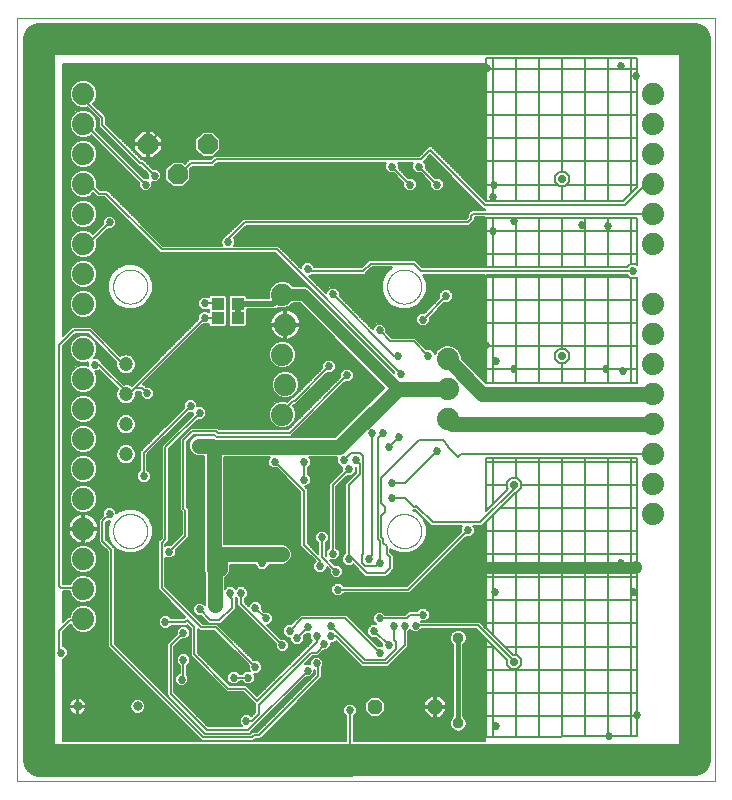
<source format=gbl>
G75*
%MOIN*%
%OFA0B0*%
%FSLAX25Y25*%
%IPPOS*%
%LPD*%
%AMOC8*
5,1,8,0,0,1.08239X$1,22.5*
%
%ADD10C,0.00000*%
%ADD11C,0.04724*%
%ADD12OC8,0.06600*%
%ADD13C,0.07400*%
%ADD14OC8,0.04800*%
%ADD15C,0.03172*%
%ADD16C,0.02800*%
%ADD17R,0.04331X0.03937*%
%ADD18C,0.00700*%
%ADD19C,0.00600*%
%ADD20C,0.02700*%
%ADD21C,0.04000*%
%ADD22C,0.02000*%
%ADD23C,0.05000*%
%ADD24C,0.01600*%
%ADD25C,0.03762*%
%ADD26C,0.01500*%
%ADD27C,0.10630*%
%ADD28C,0.11000*%
D10*
X0001000Y0048484D02*
X0001000Y0302642D01*
X0233572Y0302642D01*
X0233572Y0048484D01*
X0001000Y0048484D01*
X0032903Y0131776D02*
X0032905Y0131926D01*
X0032911Y0132076D01*
X0032921Y0132226D01*
X0032935Y0132376D01*
X0032953Y0132525D01*
X0032975Y0132674D01*
X0033000Y0132822D01*
X0033030Y0132969D01*
X0033064Y0133116D01*
X0033101Y0133261D01*
X0033142Y0133406D01*
X0033187Y0133549D01*
X0033236Y0133691D01*
X0033289Y0133832D01*
X0033345Y0133971D01*
X0033405Y0134109D01*
X0033469Y0134245D01*
X0033536Y0134380D01*
X0033607Y0134512D01*
X0033681Y0134643D01*
X0033759Y0134772D01*
X0033840Y0134898D01*
X0033925Y0135022D01*
X0034012Y0135145D01*
X0034103Y0135264D01*
X0034197Y0135381D01*
X0034294Y0135496D01*
X0034394Y0135608D01*
X0034498Y0135718D01*
X0034603Y0135824D01*
X0034712Y0135928D01*
X0034824Y0136029D01*
X0034938Y0136127D01*
X0035054Y0136222D01*
X0035173Y0136313D01*
X0035295Y0136402D01*
X0035419Y0136487D01*
X0035545Y0136569D01*
X0035673Y0136647D01*
X0035803Y0136723D01*
X0035935Y0136794D01*
X0036069Y0136862D01*
X0036205Y0136927D01*
X0036342Y0136988D01*
X0036481Y0137045D01*
X0036621Y0137099D01*
X0036763Y0137149D01*
X0036906Y0137195D01*
X0037050Y0137237D01*
X0037196Y0137275D01*
X0037342Y0137310D01*
X0037489Y0137341D01*
X0037637Y0137367D01*
X0037786Y0137390D01*
X0037935Y0137409D01*
X0038084Y0137424D01*
X0038234Y0137435D01*
X0038384Y0137442D01*
X0038534Y0137445D01*
X0038685Y0137444D01*
X0038835Y0137439D01*
X0038985Y0137430D01*
X0039135Y0137417D01*
X0039284Y0137400D01*
X0039433Y0137379D01*
X0039581Y0137354D01*
X0039729Y0137326D01*
X0039875Y0137293D01*
X0040021Y0137257D01*
X0040166Y0137216D01*
X0040310Y0137172D01*
X0040452Y0137124D01*
X0040593Y0137072D01*
X0040733Y0137017D01*
X0040871Y0136958D01*
X0041007Y0136895D01*
X0041142Y0136829D01*
X0041275Y0136759D01*
X0041406Y0136685D01*
X0041536Y0136609D01*
X0041663Y0136528D01*
X0041788Y0136445D01*
X0041910Y0136358D01*
X0042031Y0136268D01*
X0042148Y0136175D01*
X0042264Y0136078D01*
X0042376Y0135979D01*
X0042487Y0135876D01*
X0042594Y0135771D01*
X0042698Y0135663D01*
X0042800Y0135553D01*
X0042899Y0135439D01*
X0042994Y0135323D01*
X0043087Y0135205D01*
X0043176Y0135084D01*
X0043262Y0134961D01*
X0043345Y0134835D01*
X0043424Y0134708D01*
X0043500Y0134578D01*
X0043573Y0134446D01*
X0043642Y0134313D01*
X0043707Y0134177D01*
X0043769Y0134041D01*
X0043827Y0133902D01*
X0043882Y0133762D01*
X0043933Y0133620D01*
X0043980Y0133478D01*
X0044023Y0133334D01*
X0044062Y0133189D01*
X0044098Y0133043D01*
X0044129Y0132896D01*
X0044157Y0132748D01*
X0044181Y0132600D01*
X0044201Y0132451D01*
X0044217Y0132301D01*
X0044229Y0132151D01*
X0044237Y0132001D01*
X0044241Y0131851D01*
X0044241Y0131701D01*
X0044237Y0131551D01*
X0044229Y0131401D01*
X0044217Y0131251D01*
X0044201Y0131101D01*
X0044181Y0130952D01*
X0044157Y0130804D01*
X0044129Y0130656D01*
X0044098Y0130509D01*
X0044062Y0130363D01*
X0044023Y0130218D01*
X0043980Y0130074D01*
X0043933Y0129932D01*
X0043882Y0129790D01*
X0043827Y0129650D01*
X0043769Y0129511D01*
X0043707Y0129375D01*
X0043642Y0129239D01*
X0043573Y0129106D01*
X0043500Y0128974D01*
X0043424Y0128844D01*
X0043345Y0128717D01*
X0043262Y0128591D01*
X0043176Y0128468D01*
X0043087Y0128347D01*
X0042994Y0128229D01*
X0042899Y0128113D01*
X0042800Y0127999D01*
X0042698Y0127889D01*
X0042594Y0127781D01*
X0042487Y0127676D01*
X0042376Y0127573D01*
X0042264Y0127474D01*
X0042148Y0127377D01*
X0042031Y0127284D01*
X0041910Y0127194D01*
X0041788Y0127107D01*
X0041663Y0127024D01*
X0041536Y0126943D01*
X0041407Y0126867D01*
X0041275Y0126793D01*
X0041142Y0126723D01*
X0041007Y0126657D01*
X0040871Y0126594D01*
X0040733Y0126535D01*
X0040593Y0126480D01*
X0040452Y0126428D01*
X0040310Y0126380D01*
X0040166Y0126336D01*
X0040021Y0126295D01*
X0039875Y0126259D01*
X0039729Y0126226D01*
X0039581Y0126198D01*
X0039433Y0126173D01*
X0039284Y0126152D01*
X0039135Y0126135D01*
X0038985Y0126122D01*
X0038835Y0126113D01*
X0038685Y0126108D01*
X0038534Y0126107D01*
X0038384Y0126110D01*
X0038234Y0126117D01*
X0038084Y0126128D01*
X0037935Y0126143D01*
X0037786Y0126162D01*
X0037637Y0126185D01*
X0037489Y0126211D01*
X0037342Y0126242D01*
X0037196Y0126277D01*
X0037050Y0126315D01*
X0036906Y0126357D01*
X0036763Y0126403D01*
X0036621Y0126453D01*
X0036481Y0126507D01*
X0036342Y0126564D01*
X0036205Y0126625D01*
X0036069Y0126690D01*
X0035935Y0126758D01*
X0035803Y0126829D01*
X0035673Y0126905D01*
X0035545Y0126983D01*
X0035419Y0127065D01*
X0035295Y0127150D01*
X0035173Y0127239D01*
X0035054Y0127330D01*
X0034938Y0127425D01*
X0034824Y0127523D01*
X0034712Y0127624D01*
X0034603Y0127728D01*
X0034498Y0127834D01*
X0034394Y0127944D01*
X0034294Y0128056D01*
X0034197Y0128171D01*
X0034103Y0128288D01*
X0034012Y0128407D01*
X0033925Y0128530D01*
X0033840Y0128654D01*
X0033759Y0128780D01*
X0033681Y0128909D01*
X0033607Y0129040D01*
X0033536Y0129172D01*
X0033469Y0129307D01*
X0033405Y0129443D01*
X0033345Y0129581D01*
X0033289Y0129720D01*
X0033236Y0129861D01*
X0033187Y0130003D01*
X0033142Y0130146D01*
X0033101Y0130291D01*
X0033064Y0130436D01*
X0033030Y0130583D01*
X0033000Y0130730D01*
X0032975Y0130878D01*
X0032953Y0131027D01*
X0032935Y0131176D01*
X0032921Y0131326D01*
X0032911Y0131476D01*
X0032905Y0131626D01*
X0032903Y0131776D01*
X0032903Y0213272D02*
X0032905Y0213422D01*
X0032911Y0213572D01*
X0032921Y0213722D01*
X0032935Y0213872D01*
X0032953Y0214021D01*
X0032975Y0214170D01*
X0033000Y0214318D01*
X0033030Y0214465D01*
X0033064Y0214612D01*
X0033101Y0214757D01*
X0033142Y0214902D01*
X0033187Y0215045D01*
X0033236Y0215187D01*
X0033289Y0215328D01*
X0033345Y0215467D01*
X0033405Y0215605D01*
X0033469Y0215741D01*
X0033536Y0215876D01*
X0033607Y0216008D01*
X0033681Y0216139D01*
X0033759Y0216268D01*
X0033840Y0216394D01*
X0033925Y0216518D01*
X0034012Y0216641D01*
X0034103Y0216760D01*
X0034197Y0216877D01*
X0034294Y0216992D01*
X0034394Y0217104D01*
X0034498Y0217214D01*
X0034603Y0217320D01*
X0034712Y0217424D01*
X0034824Y0217525D01*
X0034938Y0217623D01*
X0035054Y0217718D01*
X0035173Y0217809D01*
X0035295Y0217898D01*
X0035419Y0217983D01*
X0035545Y0218065D01*
X0035673Y0218143D01*
X0035803Y0218219D01*
X0035935Y0218290D01*
X0036069Y0218358D01*
X0036205Y0218423D01*
X0036342Y0218484D01*
X0036481Y0218541D01*
X0036621Y0218595D01*
X0036763Y0218645D01*
X0036906Y0218691D01*
X0037050Y0218733D01*
X0037196Y0218771D01*
X0037342Y0218806D01*
X0037489Y0218837D01*
X0037637Y0218863D01*
X0037786Y0218886D01*
X0037935Y0218905D01*
X0038084Y0218920D01*
X0038234Y0218931D01*
X0038384Y0218938D01*
X0038534Y0218941D01*
X0038685Y0218940D01*
X0038835Y0218935D01*
X0038985Y0218926D01*
X0039135Y0218913D01*
X0039284Y0218896D01*
X0039433Y0218875D01*
X0039581Y0218850D01*
X0039729Y0218822D01*
X0039875Y0218789D01*
X0040021Y0218753D01*
X0040166Y0218712D01*
X0040310Y0218668D01*
X0040452Y0218620D01*
X0040593Y0218568D01*
X0040733Y0218513D01*
X0040871Y0218454D01*
X0041007Y0218391D01*
X0041142Y0218325D01*
X0041275Y0218255D01*
X0041406Y0218181D01*
X0041536Y0218105D01*
X0041663Y0218024D01*
X0041788Y0217941D01*
X0041910Y0217854D01*
X0042031Y0217764D01*
X0042148Y0217671D01*
X0042264Y0217574D01*
X0042376Y0217475D01*
X0042487Y0217372D01*
X0042594Y0217267D01*
X0042698Y0217159D01*
X0042800Y0217049D01*
X0042899Y0216935D01*
X0042994Y0216819D01*
X0043087Y0216701D01*
X0043176Y0216580D01*
X0043262Y0216457D01*
X0043345Y0216331D01*
X0043424Y0216204D01*
X0043500Y0216074D01*
X0043573Y0215942D01*
X0043642Y0215809D01*
X0043707Y0215673D01*
X0043769Y0215537D01*
X0043827Y0215398D01*
X0043882Y0215258D01*
X0043933Y0215116D01*
X0043980Y0214974D01*
X0044023Y0214830D01*
X0044062Y0214685D01*
X0044098Y0214539D01*
X0044129Y0214392D01*
X0044157Y0214244D01*
X0044181Y0214096D01*
X0044201Y0213947D01*
X0044217Y0213797D01*
X0044229Y0213647D01*
X0044237Y0213497D01*
X0044241Y0213347D01*
X0044241Y0213197D01*
X0044237Y0213047D01*
X0044229Y0212897D01*
X0044217Y0212747D01*
X0044201Y0212597D01*
X0044181Y0212448D01*
X0044157Y0212300D01*
X0044129Y0212152D01*
X0044098Y0212005D01*
X0044062Y0211859D01*
X0044023Y0211714D01*
X0043980Y0211570D01*
X0043933Y0211428D01*
X0043882Y0211286D01*
X0043827Y0211146D01*
X0043769Y0211007D01*
X0043707Y0210871D01*
X0043642Y0210735D01*
X0043573Y0210602D01*
X0043500Y0210470D01*
X0043424Y0210340D01*
X0043345Y0210213D01*
X0043262Y0210087D01*
X0043176Y0209964D01*
X0043087Y0209843D01*
X0042994Y0209725D01*
X0042899Y0209609D01*
X0042800Y0209495D01*
X0042698Y0209385D01*
X0042594Y0209277D01*
X0042487Y0209172D01*
X0042376Y0209069D01*
X0042264Y0208970D01*
X0042148Y0208873D01*
X0042031Y0208780D01*
X0041910Y0208690D01*
X0041788Y0208603D01*
X0041663Y0208520D01*
X0041536Y0208439D01*
X0041407Y0208363D01*
X0041275Y0208289D01*
X0041142Y0208219D01*
X0041007Y0208153D01*
X0040871Y0208090D01*
X0040733Y0208031D01*
X0040593Y0207976D01*
X0040452Y0207924D01*
X0040310Y0207876D01*
X0040166Y0207832D01*
X0040021Y0207791D01*
X0039875Y0207755D01*
X0039729Y0207722D01*
X0039581Y0207694D01*
X0039433Y0207669D01*
X0039284Y0207648D01*
X0039135Y0207631D01*
X0038985Y0207618D01*
X0038835Y0207609D01*
X0038685Y0207604D01*
X0038534Y0207603D01*
X0038384Y0207606D01*
X0038234Y0207613D01*
X0038084Y0207624D01*
X0037935Y0207639D01*
X0037786Y0207658D01*
X0037637Y0207681D01*
X0037489Y0207707D01*
X0037342Y0207738D01*
X0037196Y0207773D01*
X0037050Y0207811D01*
X0036906Y0207853D01*
X0036763Y0207899D01*
X0036621Y0207949D01*
X0036481Y0208003D01*
X0036342Y0208060D01*
X0036205Y0208121D01*
X0036069Y0208186D01*
X0035935Y0208254D01*
X0035803Y0208325D01*
X0035673Y0208401D01*
X0035545Y0208479D01*
X0035419Y0208561D01*
X0035295Y0208646D01*
X0035173Y0208735D01*
X0035054Y0208826D01*
X0034938Y0208921D01*
X0034824Y0209019D01*
X0034712Y0209120D01*
X0034603Y0209224D01*
X0034498Y0209330D01*
X0034394Y0209440D01*
X0034294Y0209552D01*
X0034197Y0209667D01*
X0034103Y0209784D01*
X0034012Y0209903D01*
X0033925Y0210026D01*
X0033840Y0210150D01*
X0033759Y0210276D01*
X0033681Y0210405D01*
X0033607Y0210536D01*
X0033536Y0210668D01*
X0033469Y0210803D01*
X0033405Y0210939D01*
X0033345Y0211077D01*
X0033289Y0211216D01*
X0033236Y0211357D01*
X0033187Y0211499D01*
X0033142Y0211642D01*
X0033101Y0211787D01*
X0033064Y0211932D01*
X0033030Y0212079D01*
X0033000Y0212226D01*
X0032975Y0212374D01*
X0032953Y0212523D01*
X0032935Y0212672D01*
X0032921Y0212822D01*
X0032911Y0212972D01*
X0032905Y0213122D01*
X0032903Y0213272D01*
X0124242Y0213272D02*
X0124244Y0213422D01*
X0124250Y0213572D01*
X0124260Y0213722D01*
X0124274Y0213872D01*
X0124292Y0214021D01*
X0124314Y0214170D01*
X0124339Y0214318D01*
X0124369Y0214465D01*
X0124403Y0214612D01*
X0124440Y0214757D01*
X0124481Y0214902D01*
X0124526Y0215045D01*
X0124575Y0215187D01*
X0124628Y0215328D01*
X0124684Y0215467D01*
X0124744Y0215605D01*
X0124808Y0215741D01*
X0124875Y0215876D01*
X0124946Y0216008D01*
X0125020Y0216139D01*
X0125098Y0216268D01*
X0125179Y0216394D01*
X0125264Y0216518D01*
X0125351Y0216641D01*
X0125442Y0216760D01*
X0125536Y0216877D01*
X0125633Y0216992D01*
X0125733Y0217104D01*
X0125837Y0217214D01*
X0125942Y0217320D01*
X0126051Y0217424D01*
X0126163Y0217525D01*
X0126277Y0217623D01*
X0126393Y0217718D01*
X0126512Y0217809D01*
X0126634Y0217898D01*
X0126758Y0217983D01*
X0126884Y0218065D01*
X0127012Y0218143D01*
X0127142Y0218219D01*
X0127274Y0218290D01*
X0127408Y0218358D01*
X0127544Y0218423D01*
X0127681Y0218484D01*
X0127820Y0218541D01*
X0127960Y0218595D01*
X0128102Y0218645D01*
X0128245Y0218691D01*
X0128389Y0218733D01*
X0128535Y0218771D01*
X0128681Y0218806D01*
X0128828Y0218837D01*
X0128976Y0218863D01*
X0129125Y0218886D01*
X0129274Y0218905D01*
X0129423Y0218920D01*
X0129573Y0218931D01*
X0129723Y0218938D01*
X0129873Y0218941D01*
X0130024Y0218940D01*
X0130174Y0218935D01*
X0130324Y0218926D01*
X0130474Y0218913D01*
X0130623Y0218896D01*
X0130772Y0218875D01*
X0130920Y0218850D01*
X0131068Y0218822D01*
X0131214Y0218789D01*
X0131360Y0218753D01*
X0131505Y0218712D01*
X0131649Y0218668D01*
X0131791Y0218620D01*
X0131932Y0218568D01*
X0132072Y0218513D01*
X0132210Y0218454D01*
X0132346Y0218391D01*
X0132481Y0218325D01*
X0132614Y0218255D01*
X0132745Y0218181D01*
X0132875Y0218105D01*
X0133002Y0218024D01*
X0133127Y0217941D01*
X0133249Y0217854D01*
X0133370Y0217764D01*
X0133487Y0217671D01*
X0133603Y0217574D01*
X0133715Y0217475D01*
X0133826Y0217372D01*
X0133933Y0217267D01*
X0134037Y0217159D01*
X0134139Y0217049D01*
X0134238Y0216935D01*
X0134333Y0216819D01*
X0134426Y0216701D01*
X0134515Y0216580D01*
X0134601Y0216457D01*
X0134684Y0216331D01*
X0134763Y0216204D01*
X0134839Y0216074D01*
X0134912Y0215942D01*
X0134981Y0215809D01*
X0135046Y0215673D01*
X0135108Y0215537D01*
X0135166Y0215398D01*
X0135221Y0215258D01*
X0135272Y0215116D01*
X0135319Y0214974D01*
X0135362Y0214830D01*
X0135401Y0214685D01*
X0135437Y0214539D01*
X0135468Y0214392D01*
X0135496Y0214244D01*
X0135520Y0214096D01*
X0135540Y0213947D01*
X0135556Y0213797D01*
X0135568Y0213647D01*
X0135576Y0213497D01*
X0135580Y0213347D01*
X0135580Y0213197D01*
X0135576Y0213047D01*
X0135568Y0212897D01*
X0135556Y0212747D01*
X0135540Y0212597D01*
X0135520Y0212448D01*
X0135496Y0212300D01*
X0135468Y0212152D01*
X0135437Y0212005D01*
X0135401Y0211859D01*
X0135362Y0211714D01*
X0135319Y0211570D01*
X0135272Y0211428D01*
X0135221Y0211286D01*
X0135166Y0211146D01*
X0135108Y0211007D01*
X0135046Y0210871D01*
X0134981Y0210735D01*
X0134912Y0210602D01*
X0134839Y0210470D01*
X0134763Y0210340D01*
X0134684Y0210213D01*
X0134601Y0210087D01*
X0134515Y0209964D01*
X0134426Y0209843D01*
X0134333Y0209725D01*
X0134238Y0209609D01*
X0134139Y0209495D01*
X0134037Y0209385D01*
X0133933Y0209277D01*
X0133826Y0209172D01*
X0133715Y0209069D01*
X0133603Y0208970D01*
X0133487Y0208873D01*
X0133370Y0208780D01*
X0133249Y0208690D01*
X0133127Y0208603D01*
X0133002Y0208520D01*
X0132875Y0208439D01*
X0132746Y0208363D01*
X0132614Y0208289D01*
X0132481Y0208219D01*
X0132346Y0208153D01*
X0132210Y0208090D01*
X0132072Y0208031D01*
X0131932Y0207976D01*
X0131791Y0207924D01*
X0131649Y0207876D01*
X0131505Y0207832D01*
X0131360Y0207791D01*
X0131214Y0207755D01*
X0131068Y0207722D01*
X0130920Y0207694D01*
X0130772Y0207669D01*
X0130623Y0207648D01*
X0130474Y0207631D01*
X0130324Y0207618D01*
X0130174Y0207609D01*
X0130024Y0207604D01*
X0129873Y0207603D01*
X0129723Y0207606D01*
X0129573Y0207613D01*
X0129423Y0207624D01*
X0129274Y0207639D01*
X0129125Y0207658D01*
X0128976Y0207681D01*
X0128828Y0207707D01*
X0128681Y0207738D01*
X0128535Y0207773D01*
X0128389Y0207811D01*
X0128245Y0207853D01*
X0128102Y0207899D01*
X0127960Y0207949D01*
X0127820Y0208003D01*
X0127681Y0208060D01*
X0127544Y0208121D01*
X0127408Y0208186D01*
X0127274Y0208254D01*
X0127142Y0208325D01*
X0127012Y0208401D01*
X0126884Y0208479D01*
X0126758Y0208561D01*
X0126634Y0208646D01*
X0126512Y0208735D01*
X0126393Y0208826D01*
X0126277Y0208921D01*
X0126163Y0209019D01*
X0126051Y0209120D01*
X0125942Y0209224D01*
X0125837Y0209330D01*
X0125733Y0209440D01*
X0125633Y0209552D01*
X0125536Y0209667D01*
X0125442Y0209784D01*
X0125351Y0209903D01*
X0125264Y0210026D01*
X0125179Y0210150D01*
X0125098Y0210276D01*
X0125020Y0210405D01*
X0124946Y0210536D01*
X0124875Y0210668D01*
X0124808Y0210803D01*
X0124744Y0210939D01*
X0124684Y0211077D01*
X0124628Y0211216D01*
X0124575Y0211357D01*
X0124526Y0211499D01*
X0124481Y0211642D01*
X0124440Y0211787D01*
X0124403Y0211932D01*
X0124369Y0212079D01*
X0124339Y0212226D01*
X0124314Y0212374D01*
X0124292Y0212523D01*
X0124274Y0212672D01*
X0124260Y0212822D01*
X0124250Y0212972D01*
X0124244Y0213122D01*
X0124242Y0213272D01*
X0124242Y0131776D02*
X0124244Y0131926D01*
X0124250Y0132076D01*
X0124260Y0132226D01*
X0124274Y0132376D01*
X0124292Y0132525D01*
X0124314Y0132674D01*
X0124339Y0132822D01*
X0124369Y0132969D01*
X0124403Y0133116D01*
X0124440Y0133261D01*
X0124481Y0133406D01*
X0124526Y0133549D01*
X0124575Y0133691D01*
X0124628Y0133832D01*
X0124684Y0133971D01*
X0124744Y0134109D01*
X0124808Y0134245D01*
X0124875Y0134380D01*
X0124946Y0134512D01*
X0125020Y0134643D01*
X0125098Y0134772D01*
X0125179Y0134898D01*
X0125264Y0135022D01*
X0125351Y0135145D01*
X0125442Y0135264D01*
X0125536Y0135381D01*
X0125633Y0135496D01*
X0125733Y0135608D01*
X0125837Y0135718D01*
X0125942Y0135824D01*
X0126051Y0135928D01*
X0126163Y0136029D01*
X0126277Y0136127D01*
X0126393Y0136222D01*
X0126512Y0136313D01*
X0126634Y0136402D01*
X0126758Y0136487D01*
X0126884Y0136569D01*
X0127012Y0136647D01*
X0127142Y0136723D01*
X0127274Y0136794D01*
X0127408Y0136862D01*
X0127544Y0136927D01*
X0127681Y0136988D01*
X0127820Y0137045D01*
X0127960Y0137099D01*
X0128102Y0137149D01*
X0128245Y0137195D01*
X0128389Y0137237D01*
X0128535Y0137275D01*
X0128681Y0137310D01*
X0128828Y0137341D01*
X0128976Y0137367D01*
X0129125Y0137390D01*
X0129274Y0137409D01*
X0129423Y0137424D01*
X0129573Y0137435D01*
X0129723Y0137442D01*
X0129873Y0137445D01*
X0130024Y0137444D01*
X0130174Y0137439D01*
X0130324Y0137430D01*
X0130474Y0137417D01*
X0130623Y0137400D01*
X0130772Y0137379D01*
X0130920Y0137354D01*
X0131068Y0137326D01*
X0131214Y0137293D01*
X0131360Y0137257D01*
X0131505Y0137216D01*
X0131649Y0137172D01*
X0131791Y0137124D01*
X0131932Y0137072D01*
X0132072Y0137017D01*
X0132210Y0136958D01*
X0132346Y0136895D01*
X0132481Y0136829D01*
X0132614Y0136759D01*
X0132745Y0136685D01*
X0132875Y0136609D01*
X0133002Y0136528D01*
X0133127Y0136445D01*
X0133249Y0136358D01*
X0133370Y0136268D01*
X0133487Y0136175D01*
X0133603Y0136078D01*
X0133715Y0135979D01*
X0133826Y0135876D01*
X0133933Y0135771D01*
X0134037Y0135663D01*
X0134139Y0135553D01*
X0134238Y0135439D01*
X0134333Y0135323D01*
X0134426Y0135205D01*
X0134515Y0135084D01*
X0134601Y0134961D01*
X0134684Y0134835D01*
X0134763Y0134708D01*
X0134839Y0134578D01*
X0134912Y0134446D01*
X0134981Y0134313D01*
X0135046Y0134177D01*
X0135108Y0134041D01*
X0135166Y0133902D01*
X0135221Y0133762D01*
X0135272Y0133620D01*
X0135319Y0133478D01*
X0135362Y0133334D01*
X0135401Y0133189D01*
X0135437Y0133043D01*
X0135468Y0132896D01*
X0135496Y0132748D01*
X0135520Y0132600D01*
X0135540Y0132451D01*
X0135556Y0132301D01*
X0135568Y0132151D01*
X0135576Y0132001D01*
X0135580Y0131851D01*
X0135580Y0131701D01*
X0135576Y0131551D01*
X0135568Y0131401D01*
X0135556Y0131251D01*
X0135540Y0131101D01*
X0135520Y0130952D01*
X0135496Y0130804D01*
X0135468Y0130656D01*
X0135437Y0130509D01*
X0135401Y0130363D01*
X0135362Y0130218D01*
X0135319Y0130074D01*
X0135272Y0129932D01*
X0135221Y0129790D01*
X0135166Y0129650D01*
X0135108Y0129511D01*
X0135046Y0129375D01*
X0134981Y0129239D01*
X0134912Y0129106D01*
X0134839Y0128974D01*
X0134763Y0128844D01*
X0134684Y0128717D01*
X0134601Y0128591D01*
X0134515Y0128468D01*
X0134426Y0128347D01*
X0134333Y0128229D01*
X0134238Y0128113D01*
X0134139Y0127999D01*
X0134037Y0127889D01*
X0133933Y0127781D01*
X0133826Y0127676D01*
X0133715Y0127573D01*
X0133603Y0127474D01*
X0133487Y0127377D01*
X0133370Y0127284D01*
X0133249Y0127194D01*
X0133127Y0127107D01*
X0133002Y0127024D01*
X0132875Y0126943D01*
X0132746Y0126867D01*
X0132614Y0126793D01*
X0132481Y0126723D01*
X0132346Y0126657D01*
X0132210Y0126594D01*
X0132072Y0126535D01*
X0131932Y0126480D01*
X0131791Y0126428D01*
X0131649Y0126380D01*
X0131505Y0126336D01*
X0131360Y0126295D01*
X0131214Y0126259D01*
X0131068Y0126226D01*
X0130920Y0126198D01*
X0130772Y0126173D01*
X0130623Y0126152D01*
X0130474Y0126135D01*
X0130324Y0126122D01*
X0130174Y0126113D01*
X0130024Y0126108D01*
X0129873Y0126107D01*
X0129723Y0126110D01*
X0129573Y0126117D01*
X0129423Y0126128D01*
X0129274Y0126143D01*
X0129125Y0126162D01*
X0128976Y0126185D01*
X0128828Y0126211D01*
X0128681Y0126242D01*
X0128535Y0126277D01*
X0128389Y0126315D01*
X0128245Y0126357D01*
X0128102Y0126403D01*
X0127960Y0126453D01*
X0127820Y0126507D01*
X0127681Y0126564D01*
X0127544Y0126625D01*
X0127408Y0126690D01*
X0127274Y0126758D01*
X0127142Y0126829D01*
X0127012Y0126905D01*
X0126884Y0126983D01*
X0126758Y0127065D01*
X0126634Y0127150D01*
X0126512Y0127239D01*
X0126393Y0127330D01*
X0126277Y0127425D01*
X0126163Y0127523D01*
X0126051Y0127624D01*
X0125942Y0127728D01*
X0125837Y0127834D01*
X0125733Y0127944D01*
X0125633Y0128056D01*
X0125536Y0128171D01*
X0125442Y0128288D01*
X0125351Y0128407D01*
X0125264Y0128530D01*
X0125179Y0128654D01*
X0125098Y0128780D01*
X0125020Y0128909D01*
X0124946Y0129040D01*
X0124875Y0129172D01*
X0124808Y0129307D01*
X0124744Y0129443D01*
X0124684Y0129581D01*
X0124628Y0129720D01*
X0124575Y0129861D01*
X0124526Y0130003D01*
X0124481Y0130146D01*
X0124440Y0130291D01*
X0124403Y0130436D01*
X0124369Y0130583D01*
X0124339Y0130730D01*
X0124314Y0130878D01*
X0124292Y0131027D01*
X0124274Y0131176D01*
X0124260Y0131326D01*
X0124250Y0131476D01*
X0124244Y0131626D01*
X0124242Y0131776D01*
D11*
X0037194Y0157366D03*
X0037194Y0167366D03*
X0037194Y0177366D03*
X0037194Y0187366D03*
D12*
X0054439Y0250673D03*
X0064439Y0260673D03*
X0044439Y0260673D03*
D13*
X0022982Y0257524D03*
X0022982Y0247524D03*
X0022982Y0237524D03*
X0022982Y0227524D03*
X0022982Y0217524D03*
X0022982Y0207524D03*
X0022982Y0192524D03*
X0022982Y0182524D03*
X0022982Y0172524D03*
X0022982Y0162524D03*
X0022982Y0152524D03*
X0022982Y0142524D03*
X0022982Y0132524D03*
X0022982Y0122524D03*
X0022982Y0112524D03*
X0022982Y0102524D03*
X0089293Y0170594D03*
X0090293Y0180594D03*
X0089293Y0190594D03*
X0090293Y0200594D03*
X0089293Y0210594D03*
X0144466Y0189042D03*
X0144466Y0179042D03*
X0144466Y0169042D03*
X0212982Y0167524D03*
X0212982Y0177524D03*
X0212982Y0187524D03*
X0212982Y0197524D03*
X0212982Y0207524D03*
X0212982Y0227524D03*
X0212982Y0237524D03*
X0212982Y0247524D03*
X0212982Y0257524D03*
X0212982Y0267524D03*
X0212982Y0277524D03*
X0212982Y0157524D03*
X0212982Y0147524D03*
X0212982Y0137524D03*
X0022982Y0267524D03*
X0022982Y0277524D03*
D14*
X0120273Y0073234D03*
X0140273Y0073234D03*
D15*
X0041131Y0073350D03*
X0021053Y0073350D03*
D16*
X0166391Y0088075D03*
X0166391Y0147130D03*
X0182391Y0190185D03*
X0182391Y0249240D03*
D17*
X0074446Y0207584D03*
X0074446Y0202784D03*
X0067754Y0202784D03*
X0067754Y0207584D03*
D18*
X0133700Y0140384D02*
X0134250Y0139834D01*
X0139370Y0134714D01*
X0155290Y0134714D01*
X0166391Y0145816D01*
X0166391Y0147130D01*
X0164041Y0147184D02*
X0157100Y0147184D01*
X0159400Y0140663D02*
X0159400Y0156224D01*
X0157100Y0156224D02*
X0207541Y0156224D01*
X0207500Y0063384D01*
X0157100Y0063284D01*
X0157100Y0095896D01*
X0164041Y0088954D01*
X0164041Y0087101D01*
X0165418Y0085725D01*
X0167365Y0085725D01*
X0168741Y0087101D01*
X0168741Y0089048D01*
X0167365Y0090425D01*
X0166248Y0090425D01*
X0157100Y0099573D01*
X0157100Y0134686D01*
X0167194Y0144780D01*
X0167365Y0144780D01*
X0168741Y0146157D01*
X0168741Y0148103D01*
X0167365Y0149480D01*
X0165418Y0149480D01*
X0164041Y0148103D01*
X0164041Y0146157D01*
X0164468Y0145730D01*
X0157100Y0138363D01*
X0157100Y0156224D01*
X0157100Y0154884D02*
X0207540Y0154884D01*
X0205600Y0156224D02*
X0205600Y0063380D01*
X0207503Y0070184D02*
X0157100Y0070184D01*
X0157100Y0077884D02*
X0207506Y0077884D01*
X0207510Y0085584D02*
X0157100Y0085584D01*
X0157100Y0093284D02*
X0159712Y0093284D01*
X0159400Y0093596D02*
X0159400Y0063289D01*
X0167100Y0063304D02*
X0167100Y0085725D01*
X0166391Y0088075D02*
X0166391Y0088443D01*
X0154510Y0100324D01*
X0133680Y0100324D01*
X0133670Y0100314D01*
X0133340Y0099984D01*
X0157100Y0100984D02*
X0207517Y0100984D01*
X0207520Y0108684D02*
X0157100Y0108684D01*
X0157100Y0116384D02*
X0207523Y0116384D01*
X0207527Y0124084D02*
X0157100Y0124084D01*
X0157100Y0131784D02*
X0207530Y0131784D01*
X0207534Y0139484D02*
X0161898Y0139484D01*
X0159400Y0136986D02*
X0159400Y0097273D01*
X0163388Y0093284D02*
X0207513Y0093284D01*
X0197900Y0063365D02*
X0197900Y0156224D01*
X0190200Y0156224D02*
X0190200Y0063350D01*
X0182500Y0063335D02*
X0182500Y0156224D01*
X0174800Y0156224D02*
X0174800Y0063319D01*
X0167100Y0090425D02*
X0167100Y0144686D01*
X0168741Y0147184D02*
X0207537Y0147184D01*
X0212982Y0157524D02*
X0148729Y0157524D01*
X0147695Y0156489D01*
X0157100Y0139484D02*
X0158222Y0139484D01*
X0167100Y0149480D02*
X0167100Y0156224D01*
X0167100Y0180974D02*
X0167100Y0217234D01*
X0167100Y0219734D02*
X0167100Y0236274D01*
X0167100Y0241764D02*
X0167100Y0289501D01*
X0174800Y0289516D02*
X0174800Y0241764D01*
X0174800Y0236274D02*
X0174800Y0219734D01*
X0174800Y0217234D02*
X0174800Y0180974D01*
X0182500Y0180974D02*
X0182500Y0187835D01*
X0183365Y0187835D02*
X0181418Y0187835D01*
X0180041Y0189212D01*
X0180041Y0191158D01*
X0181418Y0192535D01*
X0183365Y0192535D01*
X0184741Y0191158D01*
X0184741Y0189212D01*
X0183365Y0187835D01*
X0182500Y0192535D02*
X0182500Y0217234D01*
X0182500Y0219734D02*
X0182500Y0236274D01*
X0182500Y0241764D02*
X0182500Y0246890D01*
X0183365Y0246890D02*
X0181418Y0246890D01*
X0180041Y0248267D01*
X0180041Y0250214D01*
X0181418Y0251590D01*
X0183365Y0251590D01*
X0184741Y0250214D01*
X0184741Y0248267D01*
X0183365Y0246890D01*
X0183759Y0247284D02*
X0207581Y0247284D01*
X0207581Y0246474D02*
X0207600Y0289519D01*
X0176510Y0289519D01*
X0157294Y0289481D01*
X0157100Y0287684D01*
X0157100Y0242003D01*
X0157338Y0241764D01*
X0202872Y0241764D01*
X0207581Y0246474D01*
X0205600Y0244493D02*
X0205600Y0289519D01*
X0207598Y0285784D02*
X0157100Y0285784D01*
X0159400Y0289485D02*
X0159400Y0241764D01*
X0156800Y0240464D02*
X0138540Y0258724D01*
X0157100Y0254984D02*
X0207585Y0254984D01*
X0210469Y0247524D02*
X0210365Y0247419D01*
X0203410Y0240464D01*
X0156800Y0240464D01*
X0157100Y0236274D02*
X0207576Y0236274D01*
X0207569Y0220467D01*
X0207253Y0220784D01*
X0205347Y0220784D01*
X0204297Y0219734D01*
X0157100Y0219734D01*
X0157100Y0236274D01*
X0159400Y0236274D02*
X0159400Y0219734D01*
X0159400Y0217234D02*
X0159400Y0180974D01*
X0157413Y0180974D02*
X0157100Y0181287D01*
X0157100Y0217234D01*
X0204297Y0217234D01*
X0205347Y0216184D01*
X0207253Y0216184D01*
X0207568Y0216499D01*
X0207552Y0180974D01*
X0157413Y0180974D01*
X0157100Y0185684D02*
X0207554Y0185684D01*
X0205600Y0180974D02*
X0205600Y0216184D01*
X0205047Y0216484D02*
X0157100Y0216484D01*
X0157100Y0224184D02*
X0207571Y0224184D01*
X0205600Y0220784D02*
X0205600Y0236274D01*
X0207574Y0231884D02*
X0157100Y0231884D01*
X0157100Y0247284D02*
X0181024Y0247284D01*
X0182500Y0251590D02*
X0182500Y0289519D01*
X0190200Y0289519D02*
X0190200Y0241764D01*
X0190200Y0236274D02*
X0190200Y0219734D01*
X0190200Y0217234D02*
X0190200Y0180974D01*
X0197900Y0180974D02*
X0197900Y0217234D01*
X0197900Y0219734D02*
X0197900Y0236274D01*
X0197900Y0241764D02*
X0197900Y0289519D01*
X0207595Y0278084D02*
X0157100Y0278084D01*
X0157100Y0270384D02*
X0207592Y0270384D01*
X0207588Y0262684D02*
X0157100Y0262684D01*
X0157100Y0208784D02*
X0207564Y0208784D01*
X0207561Y0201084D02*
X0157100Y0201084D01*
X0157100Y0193384D02*
X0207557Y0193384D01*
X0207553Y0216484D02*
X0207568Y0216484D01*
D19*
X0206300Y0218484D02*
X0135500Y0218484D01*
X0133100Y0220884D01*
X0118700Y0220884D01*
X0116300Y0218484D01*
X0098300Y0218484D01*
X0097700Y0219084D01*
X0099475Y0220491D02*
X0116610Y0220491D01*
X0116011Y0219893D02*
X0099950Y0219893D01*
X0099950Y0220016D02*
X0098632Y0221334D01*
X0096768Y0221334D01*
X0095450Y0220016D01*
X0095450Y0219431D01*
X0088700Y0226181D01*
X0087997Y0226884D01*
X0073282Y0226884D01*
X0073550Y0227152D01*
X0073550Y0229016D01*
X0073139Y0229427D01*
X0077197Y0233484D01*
X0151597Y0233484D01*
X0152797Y0234684D01*
X0153500Y0235387D01*
X0153500Y0236324D01*
X0157000Y0236324D01*
X0157000Y0219684D01*
X0135997Y0219684D01*
X0134300Y0221381D01*
X0133597Y0222084D01*
X0118203Y0222084D01*
X0115803Y0219684D01*
X0099950Y0219684D01*
X0099950Y0220016D01*
X0098876Y0221090D02*
X0117208Y0221090D01*
X0117807Y0221688D02*
X0093193Y0221688D01*
X0093792Y0221090D02*
X0096524Y0221090D01*
X0095925Y0220491D02*
X0094390Y0220491D01*
X0094989Y0219893D02*
X0095450Y0219893D01*
X0093390Y0218097D02*
X0044310Y0218097D01*
X0044905Y0217503D02*
X0042803Y0219604D01*
X0040058Y0220741D01*
X0037087Y0220741D01*
X0034341Y0219604D01*
X0032240Y0217503D01*
X0031103Y0214757D01*
X0031103Y0211786D01*
X0032240Y0209041D01*
X0034341Y0206939D01*
X0037087Y0205802D01*
X0040058Y0205802D01*
X0042803Y0206939D01*
X0044905Y0209041D01*
X0046042Y0211786D01*
X0046042Y0214757D01*
X0044905Y0217503D01*
X0044906Y0217499D02*
X0093989Y0217499D01*
X0094587Y0216900D02*
X0045154Y0216900D01*
X0045402Y0216302D02*
X0095186Y0216302D01*
X0095784Y0215703D02*
X0045650Y0215703D01*
X0045898Y0215105D02*
X0088161Y0215105D01*
X0088378Y0215194D02*
X0086687Y0214494D01*
X0085393Y0213200D01*
X0084693Y0211509D01*
X0084693Y0209679D01*
X0084774Y0209484D01*
X0077512Y0209484D01*
X0077512Y0209926D01*
X0076985Y0210453D01*
X0071908Y0210453D01*
X0071381Y0209926D01*
X0071381Y0205243D01*
X0071440Y0205184D01*
X0071381Y0205126D01*
X0071381Y0200443D01*
X0071908Y0199916D01*
X0076985Y0199916D01*
X0077512Y0200443D01*
X0077512Y0205126D01*
X0077453Y0205184D01*
X0077512Y0205243D01*
X0077512Y0205684D01*
X0087070Y0205684D01*
X0087672Y0206287D01*
X0088378Y0205994D01*
X0090208Y0205994D01*
X0091899Y0206695D01*
X0092898Y0207694D01*
X0095169Y0207694D01*
X0123255Y0179608D01*
X0106872Y0163224D01*
X0067526Y0163224D01*
X0067381Y0163284D01*
X0092197Y0163284D01*
X0092900Y0163987D01*
X0110347Y0181434D01*
X0111832Y0181434D01*
X0113150Y0182752D01*
X0113150Y0184616D01*
X0111832Y0185934D01*
X0109968Y0185934D01*
X0108650Y0184616D01*
X0108650Y0183131D01*
X0091203Y0165684D01*
X0068197Y0165684D01*
X0067597Y0166284D01*
X0058803Y0166284D01*
X0055803Y0163284D01*
X0055100Y0162581D01*
X0055100Y0138787D01*
X0055700Y0138187D01*
X0055700Y0130781D01*
X0052053Y0127134D01*
X0050568Y0127134D01*
X0050300Y0126866D01*
X0050300Y0127387D01*
X0050797Y0127884D01*
X0051500Y0128587D01*
X0051500Y0159187D01*
X0061147Y0168834D01*
X0062632Y0168834D01*
X0063950Y0170152D01*
X0063950Y0172016D01*
X0062632Y0173334D01*
X0060950Y0173334D01*
X0060950Y0174416D01*
X0059632Y0175734D01*
X0057768Y0175734D01*
X0056450Y0174416D01*
X0056450Y0172931D01*
X0041900Y0158381D01*
X0041900Y0152066D01*
X0040850Y0151016D01*
X0040850Y0149152D01*
X0042168Y0147834D01*
X0044032Y0147834D01*
X0045350Y0149152D01*
X0045350Y0151016D01*
X0044300Y0152066D01*
X0044300Y0157387D01*
X0058147Y0171234D01*
X0059450Y0171234D01*
X0059450Y0170531D01*
X0049803Y0160884D01*
X0049100Y0160181D01*
X0049100Y0129581D01*
X0047900Y0128381D01*
X0047900Y0112387D01*
X0048603Y0111684D01*
X0057003Y0103284D01*
X0056403Y0102684D01*
X0052282Y0102684D01*
X0051232Y0103734D01*
X0049368Y0103734D01*
X0048050Y0102416D01*
X0048050Y0100552D01*
X0049368Y0099234D01*
X0051232Y0099234D01*
X0052282Y0100284D01*
X0057397Y0100284D01*
X0057500Y0100387D01*
X0058700Y0099187D01*
X0058700Y0090187D01*
X0059403Y0089484D01*
X0070803Y0078084D01*
X0076203Y0078084D01*
X0080300Y0073987D01*
X0080300Y0071381D01*
X0078942Y0070024D01*
X0078232Y0070734D01*
X0076368Y0070734D01*
X0075050Y0069416D01*
X0075050Y0067552D01*
X0075918Y0066684D01*
X0064597Y0066684D01*
X0053300Y0077981D01*
X0053300Y0093187D01*
X0055747Y0095634D01*
X0057232Y0095634D01*
X0058550Y0096952D01*
X0058550Y0098816D01*
X0057232Y0100134D01*
X0055368Y0100134D01*
X0054050Y0098816D01*
X0054050Y0097331D01*
X0050900Y0094181D01*
X0050900Y0076987D01*
X0051603Y0076284D01*
X0063603Y0064284D01*
X0078397Y0064284D01*
X0079100Y0064987D01*
X0097147Y0083034D01*
X0098632Y0083034D01*
X0099950Y0084352D01*
X0099950Y0085434D01*
X0100100Y0085434D01*
X0100100Y0083981D01*
X0081003Y0064884D01*
X0079203Y0064884D01*
X0078603Y0064284D01*
X0063397Y0064284D01*
X0033500Y0094181D01*
X0033500Y0125981D01*
X0030500Y0128981D01*
X0030500Y0134587D01*
X0031147Y0135234D01*
X0031920Y0135234D01*
X0031103Y0133261D01*
X0031103Y0130290D01*
X0032240Y0127545D01*
X0034341Y0125443D01*
X0037087Y0124306D01*
X0040058Y0124306D01*
X0042803Y0125443D01*
X0044905Y0127545D01*
X0046042Y0130290D01*
X0046042Y0133261D01*
X0044905Y0136007D01*
X0042803Y0138108D01*
X0040058Y0139245D01*
X0037087Y0139245D01*
X0034341Y0138108D01*
X0033950Y0137716D01*
X0033950Y0138416D01*
X0032632Y0139734D01*
X0030768Y0139734D01*
X0029450Y0138416D01*
X0029450Y0136931D01*
X0028100Y0135581D01*
X0028100Y0127987D01*
X0028803Y0127284D01*
X0031100Y0124987D01*
X0031100Y0093187D01*
X0031803Y0092484D01*
X0061700Y0062587D01*
X0062403Y0061884D01*
X0079597Y0061884D01*
X0080197Y0062484D01*
X0081997Y0062484D01*
X0110680Y0062484D01*
X0110680Y0061886D02*
X0079599Y0061886D01*
X0079100Y0063084D02*
X0062900Y0063084D01*
X0032300Y0093684D01*
X0032300Y0125484D01*
X0029300Y0128484D01*
X0029300Y0135084D01*
X0031700Y0137484D01*
X0033273Y0139094D02*
X0036722Y0139094D01*
X0035277Y0138495D02*
X0033871Y0138495D01*
X0033950Y0137897D02*
X0034130Y0137897D01*
X0032674Y0139692D02*
X0049100Y0139692D01*
X0049100Y0139094D02*
X0040423Y0139094D01*
X0041868Y0138495D02*
X0049100Y0138495D01*
X0049100Y0137897D02*
X0043015Y0137897D01*
X0043613Y0137298D02*
X0049100Y0137298D01*
X0049100Y0136700D02*
X0044212Y0136700D01*
X0044810Y0136101D02*
X0049100Y0136101D01*
X0049100Y0135503D02*
X0045113Y0135503D01*
X0045361Y0134904D02*
X0049100Y0134904D01*
X0049100Y0134306D02*
X0045609Y0134306D01*
X0045857Y0133707D02*
X0049100Y0133707D01*
X0049100Y0133109D02*
X0046042Y0133109D01*
X0046042Y0132510D02*
X0049100Y0132510D01*
X0049100Y0131912D02*
X0046042Y0131912D01*
X0046042Y0131313D02*
X0049100Y0131313D01*
X0049100Y0130715D02*
X0046042Y0130715D01*
X0045970Y0130116D02*
X0049100Y0130116D01*
X0049036Y0129518D02*
X0045722Y0129518D01*
X0045474Y0128919D02*
X0048438Y0128919D01*
X0047900Y0128320D02*
X0045226Y0128320D01*
X0044978Y0127722D02*
X0047900Y0127722D01*
X0047900Y0127123D02*
X0044483Y0127123D01*
X0043885Y0126525D02*
X0047900Y0126525D01*
X0047900Y0125926D02*
X0043286Y0125926D01*
X0042525Y0125328D02*
X0047900Y0125328D01*
X0047900Y0124729D02*
X0041080Y0124729D01*
X0036065Y0124729D02*
X0033500Y0124729D01*
X0033500Y0124131D02*
X0047900Y0124131D01*
X0047900Y0123532D02*
X0033500Y0123532D01*
X0033500Y0122934D02*
X0047900Y0122934D01*
X0047900Y0122335D02*
X0033500Y0122335D01*
X0033500Y0121737D02*
X0047900Y0121737D01*
X0047900Y0121138D02*
X0033500Y0121138D01*
X0033500Y0120540D02*
X0047900Y0120540D01*
X0047900Y0119941D02*
X0033500Y0119941D01*
X0033500Y0119343D02*
X0047900Y0119343D01*
X0047900Y0118744D02*
X0033500Y0118744D01*
X0033500Y0118146D02*
X0047900Y0118146D01*
X0047900Y0117547D02*
X0033500Y0117547D01*
X0033500Y0116949D02*
X0047900Y0116949D01*
X0047900Y0116350D02*
X0033500Y0116350D01*
X0033500Y0115752D02*
X0047900Y0115752D01*
X0047900Y0115153D02*
X0033500Y0115153D01*
X0033500Y0114555D02*
X0047900Y0114555D01*
X0047900Y0113956D02*
X0033500Y0113956D01*
X0033500Y0113358D02*
X0047900Y0113358D01*
X0047900Y0112759D02*
X0033500Y0112759D01*
X0033500Y0112161D02*
X0048127Y0112161D01*
X0048725Y0111562D02*
X0033500Y0111562D01*
X0033500Y0110964D02*
X0049324Y0110964D01*
X0049922Y0110365D02*
X0033500Y0110365D01*
X0033500Y0109767D02*
X0050521Y0109767D01*
X0051119Y0109168D02*
X0033500Y0109168D01*
X0033500Y0108570D02*
X0051718Y0108570D01*
X0052316Y0107971D02*
X0033500Y0107971D01*
X0033500Y0107373D02*
X0052915Y0107373D01*
X0053513Y0106774D02*
X0033500Y0106774D01*
X0033500Y0106176D02*
X0054112Y0106176D01*
X0054710Y0105577D02*
X0033500Y0105577D01*
X0033500Y0104979D02*
X0055309Y0104979D01*
X0055907Y0104380D02*
X0033500Y0104380D01*
X0033500Y0103782D02*
X0056506Y0103782D01*
X0057003Y0103284D02*
X0057003Y0103284D01*
X0056902Y0103183D02*
X0051783Y0103183D01*
X0050300Y0101484D02*
X0056900Y0101484D01*
X0057500Y0102084D01*
X0059900Y0099684D01*
X0059900Y0090684D01*
X0071300Y0079284D01*
X0076700Y0079284D01*
X0080900Y0075084D01*
X0100700Y0094884D01*
X0100700Y0096684D01*
X0099160Y0095042D02*
X0080900Y0076781D01*
X0077900Y0079781D01*
X0077197Y0080484D01*
X0071797Y0080484D01*
X0061100Y0091181D01*
X0061100Y0099187D01*
X0061803Y0098484D01*
X0066603Y0098484D01*
X0078050Y0087037D01*
X0078050Y0085552D01*
X0078468Y0085134D01*
X0076968Y0085134D01*
X0075918Y0084084D01*
X0075082Y0084084D01*
X0074032Y0085134D01*
X0072168Y0085134D01*
X0070850Y0083816D01*
X0070850Y0081952D01*
X0072168Y0080634D01*
X0074032Y0080634D01*
X0075082Y0081684D01*
X0075918Y0081684D01*
X0076968Y0080634D01*
X0078832Y0080634D01*
X0080150Y0081952D01*
X0080150Y0083816D01*
X0079732Y0084234D01*
X0081232Y0084234D01*
X0082550Y0085552D01*
X0082550Y0087416D01*
X0081232Y0088734D01*
X0079747Y0088734D01*
X0068300Y0100181D01*
X0067597Y0100884D01*
X0062797Y0100884D01*
X0050300Y0113381D01*
X0050300Y0122902D01*
X0050568Y0122634D01*
X0052432Y0122634D01*
X0053750Y0123952D01*
X0053750Y0125437D01*
X0058100Y0129787D01*
X0058100Y0139181D01*
X0057500Y0139781D01*
X0057500Y0161587D01*
X0059797Y0163884D01*
X0066603Y0163884D01*
X0067077Y0163410D01*
X0066536Y0163634D01*
X0060834Y0163634D01*
X0059584Y0163117D01*
X0058628Y0162160D01*
X0058110Y0160911D01*
X0058110Y0159558D01*
X0058628Y0158308D01*
X0059584Y0157352D01*
X0060834Y0156834D01*
X0063080Y0156834D01*
X0063080Y0119881D01*
X0063030Y0119761D01*
X0063030Y0118408D01*
X0063380Y0117563D01*
X0063380Y0107186D01*
X0062632Y0107934D01*
X0060768Y0107934D01*
X0059450Y0106616D01*
X0059450Y0104752D01*
X0060768Y0103434D01*
X0062253Y0103434D01*
X0064803Y0100884D01*
X0068797Y0100884D01*
X0069500Y0101587D01*
X0073700Y0105787D01*
X0073700Y0109702D01*
X0074300Y0109102D01*
X0074300Y0106987D01*
X0087050Y0094237D01*
X0087050Y0092752D01*
X0088368Y0091434D01*
X0090232Y0091434D01*
X0091550Y0092752D01*
X0091550Y0094616D01*
X0090232Y0095934D01*
X0088747Y0095934D01*
X0084247Y0100434D01*
X0084832Y0100434D01*
X0086150Y0101752D01*
X0086150Y0103616D01*
X0084832Y0104934D01*
X0083347Y0104934D01*
X0082550Y0105731D01*
X0082550Y0107216D01*
X0081232Y0108534D01*
X0079368Y0108534D01*
X0078050Y0107216D01*
X0078050Y0106631D01*
X0076700Y0107981D01*
X0076700Y0109102D01*
X0077750Y0110152D01*
X0077750Y0112016D01*
X0076432Y0113334D01*
X0074568Y0113334D01*
X0073700Y0112466D01*
X0072832Y0113334D01*
X0070968Y0113334D01*
X0070180Y0112546D01*
X0070180Y0116146D01*
X0070316Y0116202D01*
X0071272Y0117158D01*
X0071790Y0118408D01*
X0071790Y0120614D01*
X0080350Y0120614D01*
X0080350Y0120162D01*
X0081668Y0118844D01*
X0083532Y0118844D01*
X0084850Y0120162D01*
X0084850Y0120614D01*
X0089726Y0120614D01*
X0090976Y0121132D01*
X0091932Y0122088D01*
X0092450Y0123338D01*
X0092450Y0124691D01*
X0091932Y0125940D01*
X0090976Y0126897D01*
X0089726Y0127414D01*
X0069880Y0127414D01*
X0069880Y0156424D01*
X0085258Y0156424D01*
X0084650Y0155816D01*
X0084650Y0153952D01*
X0085968Y0152634D01*
X0087453Y0152634D01*
X0095300Y0144787D01*
X0095300Y0126787D01*
X0096003Y0126084D01*
X0100360Y0121727D01*
X0099650Y0121016D01*
X0099650Y0119152D01*
X0100968Y0117834D01*
X0102832Y0117834D01*
X0104150Y0119152D01*
X0104150Y0119737D01*
X0105050Y0118837D01*
X0105050Y0117352D01*
X0106368Y0116034D01*
X0108232Y0116034D01*
X0109550Y0117352D01*
X0109550Y0119216D01*
X0108232Y0120534D01*
X0106747Y0120534D01*
X0105247Y0122034D01*
X0107032Y0122034D01*
X0108350Y0123352D01*
X0108350Y0125216D01*
X0107300Y0126266D01*
X0107300Y0146587D01*
X0110947Y0150234D01*
X0112432Y0150234D01*
X0113750Y0151552D01*
X0113750Y0153234D01*
X0113900Y0153234D01*
X0113900Y0151181D01*
X0110300Y0147581D01*
X0110300Y0124466D01*
X0109250Y0123416D01*
X0109250Y0121552D01*
X0110568Y0120234D01*
X0112432Y0120234D01*
X0112842Y0120645D01*
X0117003Y0116484D01*
X0123997Y0116484D01*
X0124700Y0117187D01*
X0126500Y0118987D01*
X0126500Y0123581D01*
X0125797Y0124284D01*
X0125300Y0124781D01*
X0125300Y0125823D01*
X0125680Y0125443D01*
X0128425Y0124306D01*
X0131397Y0124306D01*
X0134142Y0125443D01*
X0136243Y0127545D01*
X0137380Y0130290D01*
X0137380Y0133261D01*
X0136243Y0136007D01*
X0134142Y0138108D01*
X0132750Y0138684D01*
X0133632Y0138684D01*
X0133732Y0138584D01*
X0138852Y0133464D01*
X0149298Y0133464D01*
X0148850Y0133016D01*
X0148850Y0131531D01*
X0130803Y0113484D01*
X0109882Y0113484D01*
X0108832Y0114534D01*
X0106968Y0114534D01*
X0105650Y0113216D01*
X0105650Y0111352D01*
X0106968Y0110034D01*
X0108832Y0110034D01*
X0109882Y0111084D01*
X0131797Y0111084D01*
X0132500Y0111787D01*
X0150547Y0129834D01*
X0152032Y0129834D01*
X0153350Y0131152D01*
X0153350Y0133016D01*
X0152902Y0133464D01*
X0155808Y0133464D01*
X0156540Y0134196D01*
X0157000Y0134656D01*
X0157000Y0099602D01*
X0155760Y0100842D01*
X0155028Y0101574D01*
X0135592Y0101574D01*
X0135532Y0101634D01*
X0137032Y0101634D01*
X0138350Y0102952D01*
X0138350Y0104816D01*
X0137032Y0106134D01*
X0135168Y0106134D01*
X0134118Y0105084D01*
X0131403Y0105084D01*
X0130700Y0104381D01*
X0130203Y0103884D01*
X0123682Y0103884D01*
X0122632Y0104934D01*
X0120768Y0104934D01*
X0119450Y0103616D01*
X0119450Y0101752D01*
X0120468Y0100734D01*
X0118968Y0100734D01*
X0117650Y0099416D01*
X0117650Y0097552D01*
X0118968Y0096234D01*
X0120453Y0096234D01*
X0122450Y0094237D01*
X0122450Y0093534D01*
X0121147Y0093534D01*
X0111500Y0103181D01*
X0110797Y0103884D01*
X0095403Y0103884D01*
X0092253Y0100734D01*
X0090768Y0100734D01*
X0089450Y0099416D01*
X0089450Y0097552D01*
X0090768Y0096234D01*
X0091850Y0096234D01*
X0091850Y0095152D01*
X0093168Y0093834D01*
X0095032Y0093834D01*
X0096350Y0095152D01*
X0096350Y0096637D01*
X0097147Y0097434D01*
X0098450Y0097434D01*
X0098450Y0095752D01*
X0099160Y0095042D01*
X0098923Y0094804D02*
X0096002Y0094804D01*
X0096350Y0095402D02*
X0098800Y0095402D01*
X0098450Y0096001D02*
X0096350Y0096001D01*
X0096350Y0096599D02*
X0098450Y0096599D01*
X0098450Y0097198D02*
X0096911Y0097198D01*
X0097700Y0099684D02*
X0094100Y0096084D01*
X0091850Y0096001D02*
X0088680Y0096001D01*
X0088082Y0096599D02*
X0090403Y0096599D01*
X0089804Y0097198D02*
X0087483Y0097198D01*
X0086885Y0097796D02*
X0089450Y0097796D01*
X0089450Y0098395D02*
X0086286Y0098395D01*
X0085688Y0098993D02*
X0089450Y0098993D01*
X0089626Y0099592D02*
X0085089Y0099592D01*
X0084491Y0100190D02*
X0090224Y0100190D01*
X0092308Y0100789D02*
X0085187Y0100789D01*
X0085785Y0101387D02*
X0092906Y0101387D01*
X0093505Y0101986D02*
X0086150Y0101986D01*
X0086150Y0102585D02*
X0094103Y0102585D01*
X0094702Y0103183D02*
X0086150Y0103183D01*
X0085985Y0103782D02*
X0095300Y0103782D01*
X0095900Y0102684D02*
X0091700Y0098484D01*
X0091850Y0095402D02*
X0090764Y0095402D01*
X0091362Y0094804D02*
X0092198Y0094804D01*
X0092797Y0094205D02*
X0091550Y0094205D01*
X0091550Y0093607D02*
X0097726Y0093607D01*
X0098324Y0094205D02*
X0095403Y0094205D01*
X0097127Y0093008D02*
X0091550Y0093008D01*
X0091208Y0092410D02*
X0096529Y0092410D01*
X0095930Y0091811D02*
X0090609Y0091811D01*
X0089300Y0093684D02*
X0075500Y0107484D01*
X0075500Y0111084D01*
X0077750Y0110964D02*
X0106039Y0110964D01*
X0105650Y0111562D02*
X0077750Y0111562D01*
X0077606Y0112161D02*
X0105650Y0112161D01*
X0105650Y0112759D02*
X0077007Y0112759D01*
X0077750Y0110365D02*
X0106637Y0110365D01*
X0107900Y0112284D02*
X0131300Y0112284D01*
X0151100Y0132084D01*
X0153350Y0131912D02*
X0157000Y0131912D01*
X0157000Y0132510D02*
X0153350Y0132510D01*
X0153258Y0133109D02*
X0157000Y0133109D01*
X0157000Y0133707D02*
X0156051Y0133707D01*
X0156649Y0134306D02*
X0157000Y0134306D01*
X0157000Y0131313D02*
X0153350Y0131313D01*
X0152912Y0130715D02*
X0157000Y0130715D01*
X0157000Y0130116D02*
X0152314Y0130116D01*
X0150230Y0129518D02*
X0157000Y0129518D01*
X0157000Y0128919D02*
X0149632Y0128919D01*
X0149033Y0128320D02*
X0157000Y0128320D01*
X0157000Y0127722D02*
X0148435Y0127722D01*
X0147836Y0127123D02*
X0157000Y0127123D01*
X0157000Y0126525D02*
X0147238Y0126525D01*
X0146639Y0125926D02*
X0157000Y0125926D01*
X0157000Y0125328D02*
X0146041Y0125328D01*
X0145442Y0124729D02*
X0157000Y0124729D01*
X0157000Y0124131D02*
X0144844Y0124131D01*
X0144245Y0123532D02*
X0157000Y0123532D01*
X0157000Y0122934D02*
X0143647Y0122934D01*
X0143048Y0122335D02*
X0157000Y0122335D01*
X0157100Y0122484D02*
X0145100Y0122484D01*
X0142450Y0121737D02*
X0157000Y0121737D01*
X0157000Y0121138D02*
X0141851Y0121138D01*
X0141253Y0120540D02*
X0157000Y0120540D01*
X0157000Y0119941D02*
X0140654Y0119941D01*
X0140056Y0119343D02*
X0157000Y0119343D01*
X0157000Y0118744D02*
X0139457Y0118744D01*
X0138859Y0118146D02*
X0157000Y0118146D01*
X0157000Y0117547D02*
X0138260Y0117547D01*
X0137662Y0116949D02*
X0157000Y0116949D01*
X0157000Y0116350D02*
X0137063Y0116350D01*
X0136465Y0115752D02*
X0157000Y0115752D01*
X0157000Y0115153D02*
X0135866Y0115153D01*
X0135268Y0114555D02*
X0157000Y0114555D01*
X0157000Y0113956D02*
X0134669Y0113956D01*
X0134071Y0113358D02*
X0157000Y0113358D01*
X0157000Y0112759D02*
X0133472Y0112759D01*
X0132873Y0112161D02*
X0157000Y0112161D01*
X0157000Y0111562D02*
X0132275Y0111562D01*
X0131275Y0113956D02*
X0109410Y0113956D01*
X0108548Y0116350D02*
X0133669Y0116350D01*
X0133070Y0115752D02*
X0070180Y0115752D01*
X0070180Y0115153D02*
X0132472Y0115153D01*
X0131873Y0114555D02*
X0070180Y0114555D01*
X0070180Y0113956D02*
X0106390Y0113956D01*
X0105791Y0113358D02*
X0070180Y0113358D01*
X0070180Y0112759D02*
X0070393Y0112759D01*
X0071900Y0111084D02*
X0071900Y0109884D01*
X0072500Y0109284D01*
X0072500Y0106284D01*
X0068300Y0102084D01*
X0065300Y0102084D01*
X0061700Y0105684D01*
X0059450Y0105577D02*
X0058104Y0105577D01*
X0057506Y0106176D02*
X0059450Y0106176D01*
X0059608Y0106774D02*
X0056907Y0106774D01*
X0056309Y0107373D02*
X0060206Y0107373D01*
X0059450Y0104979D02*
X0058703Y0104979D01*
X0059301Y0104380D02*
X0059822Y0104380D01*
X0059900Y0103782D02*
X0060421Y0103782D01*
X0060498Y0103183D02*
X0062504Y0103183D01*
X0063103Y0102585D02*
X0061097Y0102585D01*
X0061695Y0101986D02*
X0063701Y0101986D01*
X0064300Y0101387D02*
X0062294Y0101387D01*
X0062300Y0099684D02*
X0049100Y0112884D01*
X0049100Y0127884D01*
X0050300Y0129084D01*
X0050300Y0159684D01*
X0061700Y0171084D01*
X0063356Y0172610D02*
X0085149Y0172610D01*
X0085393Y0173200D02*
X0084693Y0171509D01*
X0084693Y0169679D01*
X0085393Y0167989D01*
X0086687Y0166695D01*
X0088378Y0165994D01*
X0090208Y0165994D01*
X0091899Y0166695D01*
X0093193Y0167989D01*
X0093893Y0169679D01*
X0093893Y0171509D01*
X0093193Y0173200D01*
X0092853Y0173540D01*
X0093397Y0174084D01*
X0093997Y0174084D01*
X0104347Y0184434D01*
X0105832Y0184434D01*
X0107150Y0185752D01*
X0107150Y0187616D01*
X0105832Y0188934D01*
X0103968Y0188934D01*
X0102650Y0187616D01*
X0102650Y0186131D01*
X0093003Y0176484D01*
X0092403Y0176484D01*
X0091700Y0175781D01*
X0090848Y0174929D01*
X0090208Y0175194D01*
X0088378Y0175194D01*
X0086687Y0174494D01*
X0085393Y0173200D01*
X0085402Y0173209D02*
X0062757Y0173209D01*
X0063950Y0172012D02*
X0084901Y0172012D01*
X0084693Y0171413D02*
X0063950Y0171413D01*
X0063950Y0170815D02*
X0084693Y0170815D01*
X0084693Y0170216D02*
X0063950Y0170216D01*
X0063416Y0169618D02*
X0084718Y0169618D01*
X0084966Y0169019D02*
X0062817Y0169019D01*
X0060734Y0168421D02*
X0085214Y0168421D01*
X0085560Y0167822D02*
X0060135Y0167822D01*
X0059537Y0167224D02*
X0086158Y0167224D01*
X0086855Y0166625D02*
X0058938Y0166625D01*
X0058545Y0166027D02*
X0058340Y0166027D01*
X0057947Y0165428D02*
X0057741Y0165428D01*
X0057348Y0164830D02*
X0057142Y0164830D01*
X0056750Y0164231D02*
X0056544Y0164231D01*
X0056151Y0163633D02*
X0055945Y0163633D01*
X0055553Y0163034D02*
X0055347Y0163034D01*
X0055100Y0162436D02*
X0054748Y0162436D01*
X0055100Y0161837D02*
X0054150Y0161837D01*
X0053551Y0161239D02*
X0055100Y0161239D01*
X0055100Y0160640D02*
X0052953Y0160640D01*
X0052354Y0160042D02*
X0055100Y0160042D01*
X0055100Y0159443D02*
X0051756Y0159443D01*
X0051500Y0158845D02*
X0055100Y0158845D01*
X0055100Y0158246D02*
X0051500Y0158246D01*
X0051500Y0157648D02*
X0055100Y0157648D01*
X0055100Y0157049D02*
X0051500Y0157049D01*
X0051500Y0156451D02*
X0055100Y0156451D01*
X0055100Y0155852D02*
X0051500Y0155852D01*
X0051500Y0155254D02*
X0055100Y0155254D01*
X0055100Y0154655D02*
X0051500Y0154655D01*
X0051500Y0154056D02*
X0055100Y0154056D01*
X0055100Y0153458D02*
X0051500Y0153458D01*
X0051500Y0152859D02*
X0055100Y0152859D01*
X0055100Y0152261D02*
X0051500Y0152261D01*
X0051500Y0151662D02*
X0055100Y0151662D01*
X0055100Y0151064D02*
X0051500Y0151064D01*
X0051500Y0150465D02*
X0055100Y0150465D01*
X0055100Y0149867D02*
X0051500Y0149867D01*
X0051500Y0149268D02*
X0055100Y0149268D01*
X0055100Y0148670D02*
X0051500Y0148670D01*
X0051500Y0148071D02*
X0055100Y0148071D01*
X0055100Y0147473D02*
X0051500Y0147473D01*
X0051500Y0146874D02*
X0055100Y0146874D01*
X0055100Y0146276D02*
X0051500Y0146276D01*
X0051500Y0145677D02*
X0055100Y0145677D01*
X0055100Y0145079D02*
X0051500Y0145079D01*
X0051500Y0144480D02*
X0055100Y0144480D01*
X0055100Y0143882D02*
X0051500Y0143882D01*
X0051500Y0143283D02*
X0055100Y0143283D01*
X0055100Y0142685D02*
X0051500Y0142685D01*
X0051500Y0142086D02*
X0055100Y0142086D01*
X0055100Y0141488D02*
X0051500Y0141488D01*
X0051500Y0140889D02*
X0055100Y0140889D01*
X0055100Y0140291D02*
X0051500Y0140291D01*
X0051500Y0139692D02*
X0055100Y0139692D01*
X0055100Y0139094D02*
X0051500Y0139094D01*
X0051500Y0138495D02*
X0055392Y0138495D01*
X0055700Y0137897D02*
X0051500Y0137897D01*
X0051500Y0137298D02*
X0055700Y0137298D01*
X0055700Y0136700D02*
X0051500Y0136700D01*
X0051500Y0136101D02*
X0055700Y0136101D01*
X0055700Y0135503D02*
X0051500Y0135503D01*
X0051500Y0134904D02*
X0055700Y0134904D01*
X0055700Y0134306D02*
X0051500Y0134306D01*
X0051500Y0133707D02*
X0055700Y0133707D01*
X0055700Y0133109D02*
X0051500Y0133109D01*
X0051500Y0132510D02*
X0055700Y0132510D01*
X0055700Y0131912D02*
X0051500Y0131912D01*
X0051500Y0131313D02*
X0055700Y0131313D01*
X0055633Y0130715D02*
X0051500Y0130715D01*
X0051500Y0130116D02*
X0055035Y0130116D01*
X0054436Y0129518D02*
X0051500Y0129518D01*
X0051500Y0128919D02*
X0053838Y0128919D01*
X0053239Y0128320D02*
X0051233Y0128320D01*
X0050797Y0127884D02*
X0050797Y0127884D01*
X0050635Y0127722D02*
X0052641Y0127722D01*
X0050557Y0127123D02*
X0050300Y0127123D01*
X0051500Y0124884D02*
X0056900Y0130284D01*
X0056900Y0138684D01*
X0056300Y0139284D01*
X0056300Y0162084D01*
X0059300Y0165084D01*
X0067100Y0165084D01*
X0067700Y0164484D01*
X0091700Y0164484D01*
X0110900Y0183684D01*
X0112584Y0182187D02*
X0120677Y0182187D01*
X0121275Y0181588D02*
X0111986Y0181588D01*
X0113150Y0182785D02*
X0120078Y0182785D01*
X0119479Y0183384D02*
X0113150Y0183384D01*
X0113150Y0183982D02*
X0118881Y0183982D01*
X0118282Y0184581D02*
X0113150Y0184581D01*
X0112587Y0185179D02*
X0117684Y0185179D01*
X0117085Y0185778D02*
X0111989Y0185778D01*
X0109811Y0185778D02*
X0107150Y0185778D01*
X0107150Y0186376D02*
X0116487Y0186376D01*
X0115888Y0186975D02*
X0107150Y0186975D01*
X0107150Y0187573D02*
X0115290Y0187573D01*
X0114691Y0188172D02*
X0106595Y0188172D01*
X0105996Y0188770D02*
X0114093Y0188770D01*
X0113494Y0189369D02*
X0093764Y0189369D01*
X0093893Y0189679D02*
X0093193Y0187989D01*
X0091899Y0186695D01*
X0090208Y0185994D01*
X0088378Y0185994D01*
X0086687Y0186695D01*
X0085393Y0187989D01*
X0084693Y0189679D01*
X0084693Y0191509D01*
X0085393Y0193200D01*
X0086687Y0194494D01*
X0088378Y0195194D01*
X0090208Y0195194D01*
X0091899Y0194494D01*
X0093193Y0193200D01*
X0093893Y0191509D01*
X0093893Y0189679D01*
X0093893Y0189967D02*
X0112896Y0189967D01*
X0112297Y0190566D02*
X0093893Y0190566D01*
X0093893Y0191164D02*
X0111699Y0191164D01*
X0111100Y0191763D02*
X0093788Y0191763D01*
X0093540Y0192361D02*
X0110502Y0192361D01*
X0109903Y0192960D02*
X0093292Y0192960D01*
X0092835Y0193558D02*
X0109305Y0193558D01*
X0108706Y0194157D02*
X0092236Y0194157D01*
X0091268Y0194755D02*
X0108108Y0194755D01*
X0107509Y0195354D02*
X0057667Y0195354D01*
X0058265Y0195952D02*
X0088400Y0195952D01*
X0088374Y0195961D02*
X0089122Y0195718D01*
X0089899Y0195594D01*
X0089993Y0195594D01*
X0089993Y0200294D01*
X0090593Y0200294D01*
X0090593Y0195594D01*
X0090686Y0195594D01*
X0091464Y0195718D01*
X0092212Y0195961D01*
X0092913Y0196318D01*
X0093550Y0196781D01*
X0094107Y0197337D01*
X0094569Y0197974D01*
X0094927Y0198675D01*
X0095170Y0199424D01*
X0095293Y0200201D01*
X0095293Y0200294D01*
X0090593Y0200294D01*
X0090593Y0200894D01*
X0095293Y0200894D01*
X0095293Y0200988D01*
X0095170Y0201765D01*
X0094927Y0202514D01*
X0094569Y0203215D01*
X0094107Y0203852D01*
X0093550Y0204408D01*
X0092913Y0204871D01*
X0092212Y0205228D01*
X0091464Y0205471D01*
X0090686Y0205594D01*
X0090593Y0205594D01*
X0090593Y0200895D01*
X0089993Y0200895D01*
X0089993Y0205594D01*
X0089899Y0205594D01*
X0089122Y0205471D01*
X0088374Y0205228D01*
X0087672Y0204871D01*
X0087036Y0204408D01*
X0086479Y0203852D01*
X0086017Y0203215D01*
X0085659Y0202514D01*
X0085416Y0201765D01*
X0085293Y0200988D01*
X0085293Y0200894D01*
X0089993Y0200894D01*
X0089993Y0200294D01*
X0085293Y0200294D01*
X0085293Y0200201D01*
X0085416Y0199424D01*
X0085659Y0198675D01*
X0086017Y0197974D01*
X0086479Y0197337D01*
X0087036Y0196781D01*
X0087672Y0196318D01*
X0088374Y0195961D01*
X0087352Y0196551D02*
X0058864Y0196551D01*
X0059462Y0197149D02*
X0086667Y0197149D01*
X0086181Y0197748D02*
X0060061Y0197748D01*
X0060659Y0198346D02*
X0085827Y0198346D01*
X0085572Y0198945D02*
X0061258Y0198945D01*
X0061856Y0199543D02*
X0085397Y0199543D01*
X0085302Y0200142D02*
X0077211Y0200142D01*
X0077512Y0200740D02*
X0089993Y0200740D01*
X0089993Y0200142D02*
X0090593Y0200142D01*
X0090593Y0200740D02*
X0102123Y0200740D01*
X0102721Y0200142D02*
X0095284Y0200142D01*
X0095189Y0199543D02*
X0103320Y0199543D01*
X0103918Y0198945D02*
X0095014Y0198945D01*
X0094759Y0198346D02*
X0104517Y0198346D01*
X0105115Y0197748D02*
X0094405Y0197748D01*
X0093919Y0197149D02*
X0105714Y0197149D01*
X0106312Y0196551D02*
X0093234Y0196551D01*
X0092186Y0195952D02*
X0106911Y0195952D01*
X0110924Y0200142D02*
X0111345Y0200142D01*
X0111522Y0199543D02*
X0111944Y0199543D01*
X0112121Y0198945D02*
X0112542Y0198945D01*
X0112719Y0198346D02*
X0113141Y0198346D01*
X0113318Y0197748D02*
X0113739Y0197748D01*
X0113916Y0197149D02*
X0114338Y0197149D01*
X0114515Y0196551D02*
X0114936Y0196551D01*
X0115113Y0195952D02*
X0115535Y0195952D01*
X0115712Y0195354D02*
X0116133Y0195354D01*
X0116310Y0194755D02*
X0116732Y0194755D01*
X0116909Y0194157D02*
X0117330Y0194157D01*
X0117507Y0193558D02*
X0117929Y0193558D01*
X0118106Y0192960D02*
X0118527Y0192960D01*
X0118704Y0192361D02*
X0119126Y0192361D01*
X0119303Y0191763D02*
X0119724Y0191763D01*
X0119901Y0191164D02*
X0120323Y0191164D01*
X0120500Y0190566D02*
X0120922Y0190566D01*
X0121098Y0189967D02*
X0121520Y0189967D01*
X0121697Y0189369D02*
X0122119Y0189369D01*
X0122295Y0188770D02*
X0122717Y0188770D01*
X0122894Y0188172D02*
X0123316Y0188172D01*
X0123492Y0187573D02*
X0123914Y0187573D01*
X0124091Y0186975D02*
X0124513Y0186975D01*
X0124689Y0186376D02*
X0125111Y0186376D01*
X0125288Y0185778D02*
X0125710Y0185778D01*
X0125886Y0185179D02*
X0126308Y0185179D01*
X0126650Y0184837D02*
X0126650Y0184415D01*
X0098012Y0213053D01*
X0096947Y0213494D01*
X0092898Y0213494D01*
X0091899Y0214494D01*
X0090208Y0215194D01*
X0088378Y0215194D01*
X0086716Y0214506D02*
X0046042Y0214506D01*
X0046042Y0213908D02*
X0086101Y0213908D01*
X0085502Y0213309D02*
X0046042Y0213309D01*
X0046042Y0212711D02*
X0085190Y0212711D01*
X0084943Y0212112D02*
X0046042Y0212112D01*
X0045929Y0211514D02*
X0084695Y0211514D01*
X0084693Y0210915D02*
X0045681Y0210915D01*
X0045433Y0210317D02*
X0065079Y0210317D01*
X0065215Y0210453D02*
X0064688Y0209926D01*
X0064688Y0209678D01*
X0064432Y0209934D01*
X0062568Y0209934D01*
X0061250Y0208616D01*
X0061250Y0206752D01*
X0062568Y0205434D01*
X0064432Y0205434D01*
X0064688Y0205690D01*
X0064688Y0205243D01*
X0064747Y0205184D01*
X0064688Y0205126D01*
X0064688Y0204878D01*
X0064432Y0205134D01*
X0062568Y0205134D01*
X0061250Y0203816D01*
X0061250Y0202331D01*
X0039046Y0180128D01*
X0039042Y0180132D01*
X0037843Y0180628D01*
X0036546Y0180628D01*
X0036480Y0180601D01*
X0029150Y0187931D01*
X0029150Y0188216D01*
X0027832Y0189534D01*
X0026498Y0189534D01*
X0026882Y0189918D01*
X0027582Y0191609D01*
X0027582Y0193439D01*
X0026882Y0195129D01*
X0025588Y0196423D01*
X0023897Y0197124D01*
X0022067Y0197124D01*
X0020376Y0196423D01*
X0019082Y0195129D01*
X0018382Y0193439D01*
X0018382Y0191609D01*
X0019082Y0189918D01*
X0020376Y0188624D01*
X0022067Y0187924D01*
X0023897Y0187924D01*
X0024683Y0188249D01*
X0024650Y0188216D01*
X0024650Y0186812D01*
X0023897Y0187124D01*
X0022067Y0187124D01*
X0020376Y0186423D01*
X0019082Y0185129D01*
X0018382Y0183439D01*
X0018382Y0181609D01*
X0019082Y0179918D01*
X0020376Y0178624D01*
X0022067Y0177924D01*
X0023897Y0177924D01*
X0025588Y0178624D01*
X0026882Y0179918D01*
X0027582Y0181609D01*
X0027582Y0183439D01*
X0026921Y0185034D01*
X0027832Y0185034D01*
X0028242Y0185445D01*
X0034451Y0179236D01*
X0034429Y0179214D01*
X0033932Y0178015D01*
X0033932Y0176717D01*
X0034429Y0175518D01*
X0035347Y0174601D01*
X0036546Y0174104D01*
X0037843Y0174104D01*
X0039042Y0174601D01*
X0039960Y0175518D01*
X0040457Y0176717D01*
X0040457Y0178015D01*
X0040419Y0178106D01*
X0040597Y0178284D01*
X0042003Y0178284D01*
X0042050Y0178237D01*
X0042050Y0176752D01*
X0043368Y0175434D01*
X0045232Y0175434D01*
X0046550Y0176752D01*
X0046550Y0178616D01*
X0045232Y0179934D01*
X0043747Y0179934D01*
X0043700Y0179981D01*
X0042997Y0180684D01*
X0062947Y0200634D01*
X0064432Y0200634D01*
X0064688Y0200890D01*
X0064688Y0200443D01*
X0065215Y0199916D01*
X0070292Y0199916D01*
X0070819Y0200443D01*
X0070819Y0205126D01*
X0070760Y0205184D01*
X0070819Y0205243D01*
X0070819Y0209926D01*
X0070292Y0210453D01*
X0065215Y0210453D01*
X0064688Y0209718D02*
X0064648Y0209718D01*
X0062352Y0209718D02*
X0045185Y0209718D01*
X0044937Y0209120D02*
X0061753Y0209120D01*
X0061250Y0208521D02*
X0044385Y0208521D01*
X0043786Y0207923D02*
X0061250Y0207923D01*
X0061250Y0207324D02*
X0043188Y0207324D01*
X0042287Y0206725D02*
X0061277Y0206725D01*
X0061875Y0206127D02*
X0040842Y0206127D01*
X0036303Y0206127D02*
X0027382Y0206127D01*
X0027582Y0206609D02*
X0026882Y0204918D01*
X0025588Y0203624D01*
X0023897Y0202924D01*
X0022067Y0202924D01*
X0020376Y0203624D01*
X0019082Y0204918D01*
X0018382Y0206609D01*
X0018382Y0208439D01*
X0019082Y0210129D01*
X0020376Y0211423D01*
X0022067Y0212124D01*
X0023897Y0212124D01*
X0025588Y0211423D01*
X0026882Y0210129D01*
X0027582Y0208439D01*
X0027582Y0206609D01*
X0027582Y0206725D02*
X0034858Y0206725D01*
X0033957Y0207324D02*
X0027582Y0207324D01*
X0027582Y0207923D02*
X0033358Y0207923D01*
X0032760Y0208521D02*
X0027548Y0208521D01*
X0027300Y0209120D02*
X0032208Y0209120D01*
X0031960Y0209718D02*
X0027052Y0209718D01*
X0026694Y0210317D02*
X0031712Y0210317D01*
X0031464Y0210915D02*
X0026096Y0210915D01*
X0025370Y0211514D02*
X0031216Y0211514D01*
X0031103Y0212112D02*
X0023925Y0212112D01*
X0023897Y0212924D02*
X0022067Y0212924D01*
X0020376Y0213624D01*
X0019082Y0214918D01*
X0018382Y0216609D01*
X0018382Y0218439D01*
X0019082Y0220129D01*
X0020376Y0221423D01*
X0022067Y0222124D01*
X0023897Y0222124D01*
X0025588Y0221423D01*
X0026882Y0220129D01*
X0027582Y0218439D01*
X0027582Y0216609D01*
X0026882Y0214918D01*
X0025588Y0213624D01*
X0023897Y0212924D01*
X0024828Y0213309D02*
X0031103Y0213309D01*
X0031103Y0212711D02*
X0016100Y0212711D01*
X0016100Y0213309D02*
X0021136Y0213309D01*
X0020093Y0213908D02*
X0016100Y0213908D01*
X0016100Y0214506D02*
X0019494Y0214506D01*
X0019005Y0215105D02*
X0016100Y0215105D01*
X0016100Y0215703D02*
X0018757Y0215703D01*
X0018509Y0216302D02*
X0016100Y0216302D01*
X0016100Y0216900D02*
X0018382Y0216900D01*
X0018382Y0217499D02*
X0016100Y0217499D01*
X0016100Y0218097D02*
X0018382Y0218097D01*
X0018488Y0218696D02*
X0016100Y0218696D01*
X0016100Y0219294D02*
X0018736Y0219294D01*
X0018984Y0219893D02*
X0016100Y0219893D01*
X0016100Y0220491D02*
X0019444Y0220491D01*
X0020043Y0221090D02*
X0016100Y0221090D01*
X0016100Y0221688D02*
X0021016Y0221688D01*
X0022067Y0222924D02*
X0020376Y0223624D01*
X0019082Y0224918D01*
X0018382Y0226609D01*
X0018382Y0228439D01*
X0019082Y0230129D01*
X0020376Y0231423D01*
X0022067Y0232124D01*
X0023897Y0232124D01*
X0025588Y0231423D01*
X0026165Y0230846D01*
X0029450Y0234131D01*
X0029450Y0235616D01*
X0030768Y0236934D01*
X0032632Y0236934D01*
X0033950Y0235616D01*
X0033950Y0233752D01*
X0032632Y0232434D01*
X0031147Y0232434D01*
X0027456Y0228743D01*
X0027582Y0228439D01*
X0027582Y0226609D01*
X0026882Y0224918D01*
X0025588Y0223624D01*
X0023897Y0222924D01*
X0022067Y0222924D01*
X0020714Y0223484D02*
X0016100Y0223484D01*
X0016100Y0224082D02*
X0019918Y0224082D01*
X0019319Y0224681D02*
X0016100Y0224681D01*
X0016100Y0225279D02*
X0018932Y0225279D01*
X0018685Y0225878D02*
X0016100Y0225878D01*
X0016100Y0226476D02*
X0018437Y0226476D01*
X0018382Y0227075D02*
X0016100Y0227075D01*
X0016100Y0227673D02*
X0018382Y0227673D01*
X0018382Y0228272D02*
X0016100Y0228272D01*
X0016100Y0228870D02*
X0018561Y0228870D01*
X0018809Y0229469D02*
X0016100Y0229469D01*
X0016100Y0230067D02*
X0019057Y0230067D01*
X0019619Y0230666D02*
X0016100Y0230666D01*
X0016100Y0231264D02*
X0020217Y0231264D01*
X0021438Y0231863D02*
X0016100Y0231863D01*
X0016100Y0232461D02*
X0027780Y0232461D01*
X0027182Y0231863D02*
X0024526Y0231863D01*
X0023897Y0232924D02*
X0025588Y0233624D01*
X0026882Y0234918D01*
X0027582Y0236609D01*
X0027582Y0238439D01*
X0026882Y0240129D01*
X0025588Y0241423D01*
X0023897Y0242124D01*
X0022067Y0242124D01*
X0020376Y0241423D01*
X0019082Y0240129D01*
X0018382Y0238439D01*
X0018382Y0236609D01*
X0019082Y0234918D01*
X0020376Y0233624D01*
X0022067Y0232924D01*
X0023897Y0232924D01*
X0024226Y0233060D02*
X0028379Y0233060D01*
X0028977Y0233658D02*
X0025622Y0233658D01*
X0026221Y0234257D02*
X0029450Y0234257D01*
X0029450Y0234856D02*
X0026819Y0234856D01*
X0027104Y0235454D02*
X0029450Y0235454D01*
X0029886Y0236053D02*
X0027352Y0236053D01*
X0027582Y0236651D02*
X0030485Y0236651D01*
X0031700Y0234684D02*
X0025100Y0228084D01*
X0023300Y0228084D01*
X0022982Y0227524D01*
X0025249Y0223484D02*
X0088003Y0223484D01*
X0087405Y0224082D02*
X0026046Y0224082D01*
X0026644Y0224681D02*
X0048406Y0224681D01*
X0048603Y0224484D02*
X0087003Y0224484D01*
X0126650Y0184837D01*
X0126650Y0184581D02*
X0126485Y0184581D01*
X0128900Y0184284D02*
X0087500Y0225684D01*
X0049100Y0225684D01*
X0030500Y0244284D01*
X0028100Y0244284D01*
X0025100Y0247284D01*
X0023300Y0247284D01*
X0022982Y0247524D01*
X0024648Y0243235D02*
X0027453Y0243235D01*
X0027603Y0243084D02*
X0030003Y0243084D01*
X0048603Y0224484D01*
X0047808Y0225279D02*
X0027031Y0225279D01*
X0027279Y0225878D02*
X0047209Y0225878D01*
X0046611Y0226476D02*
X0027527Y0226476D01*
X0027582Y0227075D02*
X0046012Y0227075D01*
X0045414Y0227673D02*
X0027582Y0227673D01*
X0027582Y0228272D02*
X0044815Y0228272D01*
X0044217Y0228870D02*
X0027583Y0228870D01*
X0028182Y0229469D02*
X0043618Y0229469D01*
X0043020Y0230067D02*
X0028780Y0230067D01*
X0029379Y0230666D02*
X0042421Y0230666D01*
X0041823Y0231264D02*
X0029977Y0231264D01*
X0030576Y0231863D02*
X0041224Y0231863D01*
X0040626Y0232461D02*
X0032659Y0232461D01*
X0033258Y0233060D02*
X0040027Y0233060D01*
X0039429Y0233658D02*
X0033856Y0233658D01*
X0033950Y0234257D02*
X0038830Y0234257D01*
X0038232Y0234856D02*
X0033950Y0234856D01*
X0033950Y0235454D02*
X0037633Y0235454D01*
X0037035Y0236053D02*
X0033514Y0236053D01*
X0032915Y0236651D02*
X0036436Y0236651D01*
X0035838Y0237250D02*
X0027582Y0237250D01*
X0027582Y0237848D02*
X0035239Y0237848D01*
X0034641Y0238447D02*
X0027579Y0238447D01*
X0027331Y0239045D02*
X0034042Y0239045D01*
X0033444Y0239644D02*
X0027083Y0239644D01*
X0026769Y0240242D02*
X0032845Y0240242D01*
X0032247Y0240841D02*
X0026170Y0240841D01*
X0025549Y0241439D02*
X0031648Y0241439D01*
X0031050Y0242038D02*
X0024104Y0242038D01*
X0023897Y0242924D02*
X0022067Y0242924D01*
X0020376Y0243624D01*
X0019082Y0244918D01*
X0018382Y0246609D01*
X0018382Y0248439D01*
X0019082Y0250129D01*
X0020376Y0251423D01*
X0022067Y0252124D01*
X0023897Y0252124D01*
X0025588Y0251423D01*
X0026882Y0250129D01*
X0027582Y0248439D01*
X0027582Y0246609D01*
X0027550Y0246531D01*
X0028597Y0245484D01*
X0030997Y0245484D01*
X0031700Y0244781D01*
X0049597Y0226884D01*
X0069318Y0226884D01*
X0069050Y0227152D01*
X0069050Y0227437D01*
X0068900Y0227587D01*
X0068900Y0228581D01*
X0069050Y0228731D01*
X0069050Y0229016D01*
X0070368Y0230334D01*
X0070653Y0230334D01*
X0075500Y0235181D01*
X0076203Y0235884D01*
X0150603Y0235884D01*
X0151100Y0236381D01*
X0151100Y0237511D01*
X0151983Y0238394D01*
X0152113Y0238394D01*
X0152442Y0238724D01*
X0157000Y0238724D01*
X0157000Y0239214D01*
X0156282Y0239214D01*
X0138505Y0256992D01*
X0136700Y0255187D01*
X0136439Y0254927D01*
X0137150Y0254216D01*
X0137150Y0252731D01*
X0140347Y0249534D01*
X0141832Y0249534D01*
X0143150Y0248216D01*
X0143150Y0246352D01*
X0141832Y0245034D01*
X0139968Y0245034D01*
X0138650Y0246352D01*
X0138650Y0247837D01*
X0135453Y0251034D01*
X0133968Y0251034D01*
X0132650Y0252352D01*
X0132650Y0254216D01*
X0132918Y0254484D01*
X0127882Y0254484D01*
X0128150Y0254216D01*
X0128150Y0252731D01*
X0131347Y0249534D01*
X0132832Y0249534D01*
X0134150Y0248216D01*
X0134150Y0246352D01*
X0132832Y0245034D01*
X0130968Y0245034D01*
X0129650Y0246352D01*
X0129650Y0247837D01*
X0126453Y0251034D01*
X0124968Y0251034D01*
X0123650Y0252352D01*
X0123650Y0254216D01*
X0123918Y0254484D01*
X0067597Y0254484D01*
X0067100Y0253987D01*
X0066397Y0253284D01*
X0059197Y0253284D01*
X0058482Y0252569D01*
X0058639Y0252413D01*
X0058639Y0248934D01*
X0056178Y0246473D01*
X0052699Y0246473D01*
X0050239Y0248934D01*
X0050239Y0252413D01*
X0052699Y0254873D01*
X0056178Y0254873D01*
X0056785Y0254266D01*
X0058203Y0255684D01*
X0065403Y0255684D01*
X0066603Y0256884D01*
X0135003Y0256884D01*
X0137290Y0259171D01*
X0137290Y0259242D01*
X0138022Y0259974D01*
X0139058Y0259974D01*
X0157000Y0242032D01*
X0157000Y0287484D01*
X0016100Y0287484D01*
X0016100Y0196781D01*
X0018500Y0199181D01*
X0019203Y0199884D01*
X0025597Y0199884D01*
X0035349Y0190133D01*
X0036546Y0190628D01*
X0037843Y0190628D01*
X0039042Y0190132D01*
X0039960Y0189214D01*
X0040457Y0188015D01*
X0040457Y0186717D01*
X0039960Y0185518D01*
X0039042Y0184601D01*
X0037843Y0184104D01*
X0036546Y0184104D01*
X0035347Y0184601D01*
X0034429Y0185518D01*
X0033932Y0186717D01*
X0033932Y0188015D01*
X0033973Y0188114D01*
X0024603Y0197484D01*
X0020197Y0197484D01*
X0016100Y0193387D01*
X0016100Y0114084D01*
X0018649Y0114084D01*
X0019082Y0115129D01*
X0020376Y0116423D01*
X0022067Y0117124D01*
X0023897Y0117124D01*
X0025588Y0116423D01*
X0026882Y0115129D01*
X0027582Y0113439D01*
X0027582Y0111609D01*
X0026882Y0109918D01*
X0025588Y0108624D01*
X0023897Y0107924D01*
X0022067Y0107924D01*
X0020376Y0108624D01*
X0019082Y0109918D01*
X0018382Y0111609D01*
X0018382Y0111684D01*
X0016100Y0111684D01*
X0016100Y0101381D01*
X0018003Y0103284D01*
X0018382Y0103284D01*
X0018382Y0103439D01*
X0019082Y0105129D01*
X0020376Y0106423D01*
X0022067Y0107124D01*
X0023897Y0107124D01*
X0025588Y0106423D01*
X0026882Y0105129D01*
X0027582Y0103439D01*
X0027582Y0101609D01*
X0026882Y0099918D01*
X0025588Y0098624D01*
X0023897Y0097924D01*
X0022067Y0097924D01*
X0020376Y0098624D01*
X0019082Y0099918D01*
X0018774Y0100661D01*
X0016100Y0097987D01*
X0016100Y0093534D01*
X0016432Y0093534D01*
X0017750Y0092216D01*
X0017750Y0090352D01*
X0016432Y0089034D01*
X0016100Y0089034D01*
X0016100Y0061884D01*
X0110680Y0061884D01*
X0110680Y0070042D01*
X0109630Y0071092D01*
X0109630Y0072956D01*
X0110948Y0074274D01*
X0112812Y0074274D01*
X0114130Y0072956D01*
X0114130Y0071092D01*
X0113080Y0070042D01*
X0113080Y0061799D01*
X0113108Y0061767D01*
X0113107Y0061754D01*
X0113240Y0061699D01*
X0157000Y0061699D01*
X0157000Y0096066D01*
X0153992Y0099074D01*
X0135672Y0099074D01*
X0134632Y0098034D01*
X0132768Y0098034D01*
X0131900Y0098902D01*
X0131300Y0098302D01*
X0131300Y0093187D01*
X0130597Y0092484D01*
X0124597Y0086484D01*
X0115803Y0086484D01*
X0115100Y0087187D01*
X0107142Y0095145D01*
X0106432Y0094434D01*
X0105350Y0094434D01*
X0105350Y0093352D01*
X0104032Y0092034D01*
X0103147Y0092034D01*
X0101900Y0090787D01*
X0101197Y0090084D01*
X0099397Y0090084D01*
X0096847Y0087534D01*
X0098450Y0087534D01*
X0098450Y0088616D01*
X0099768Y0089934D01*
X0101632Y0089934D01*
X0102950Y0088616D01*
X0102950Y0086752D01*
X0102500Y0086302D01*
X0102500Y0082987D01*
X0082700Y0063187D01*
X0081997Y0062484D01*
X0082596Y0063083D02*
X0110680Y0063083D01*
X0110680Y0063681D02*
X0083194Y0063681D01*
X0083793Y0064280D02*
X0110680Y0064280D01*
X0110680Y0064878D02*
X0084391Y0064878D01*
X0084990Y0065477D02*
X0110680Y0065477D01*
X0110680Y0066075D02*
X0085588Y0066075D01*
X0086187Y0066674D02*
X0110680Y0066674D01*
X0110680Y0067272D02*
X0086785Y0067272D01*
X0087384Y0067871D02*
X0110680Y0067871D01*
X0110680Y0068469D02*
X0087982Y0068469D01*
X0088581Y0069068D02*
X0110680Y0069068D01*
X0110680Y0069666D02*
X0089179Y0069666D01*
X0089778Y0070265D02*
X0110457Y0070265D01*
X0109859Y0070863D02*
X0090376Y0070863D01*
X0090975Y0071462D02*
X0109630Y0071462D01*
X0109630Y0072060D02*
X0091573Y0072060D01*
X0092172Y0072659D02*
X0109630Y0072659D01*
X0109931Y0073257D02*
X0092770Y0073257D01*
X0093369Y0073856D02*
X0110530Y0073856D01*
X0111880Y0072024D02*
X0111880Y0061344D01*
X0111520Y0055484D01*
X0113080Y0061886D02*
X0157000Y0061886D01*
X0157000Y0062484D02*
X0113080Y0062484D01*
X0113080Y0063083D02*
X0157000Y0063083D01*
X0157000Y0063681D02*
X0113080Y0063681D01*
X0113080Y0064280D02*
X0157000Y0064280D01*
X0157000Y0064878D02*
X0113080Y0064878D01*
X0113080Y0065477D02*
X0146254Y0065477D01*
X0146385Y0065347D02*
X0147407Y0064923D01*
X0148513Y0064923D01*
X0149535Y0065347D01*
X0150318Y0066129D01*
X0150741Y0067151D01*
X0150741Y0068257D01*
X0150318Y0069280D01*
X0149610Y0069987D01*
X0149610Y0093869D01*
X0150300Y0094559D01*
X0150724Y0095581D01*
X0150724Y0096687D01*
X0150300Y0097710D01*
X0149518Y0098492D01*
X0148496Y0098915D01*
X0147389Y0098915D01*
X0146367Y0098492D01*
X0145585Y0097710D01*
X0145161Y0096687D01*
X0145161Y0095581D01*
X0145585Y0094559D01*
X0146310Y0093834D01*
X0146310Y0069987D01*
X0145602Y0069280D01*
X0145179Y0068257D01*
X0145179Y0067151D01*
X0145602Y0066129D01*
X0146385Y0065347D01*
X0145656Y0066075D02*
X0113080Y0066075D01*
X0113080Y0066674D02*
X0145377Y0066674D01*
X0145179Y0067272D02*
X0113080Y0067272D01*
X0113080Y0067871D02*
X0145179Y0067871D01*
X0145267Y0068469D02*
X0113080Y0068469D01*
X0113080Y0069068D02*
X0145515Y0069068D01*
X0145989Y0069666D02*
X0141937Y0069666D01*
X0141805Y0069534D02*
X0143973Y0071702D01*
X0143973Y0072934D01*
X0140573Y0072934D01*
X0140573Y0069534D01*
X0141805Y0069534D01*
X0142536Y0070265D02*
X0146310Y0070265D01*
X0146310Y0070863D02*
X0143134Y0070863D01*
X0143733Y0071462D02*
X0146310Y0071462D01*
X0146310Y0072060D02*
X0143973Y0072060D01*
X0143973Y0072659D02*
X0146310Y0072659D01*
X0146310Y0073257D02*
X0140573Y0073257D01*
X0140573Y0073534D02*
X0143973Y0073534D01*
X0143973Y0074767D01*
X0141805Y0076934D01*
X0140573Y0076934D01*
X0140573Y0073534D01*
X0140573Y0072934D01*
X0139973Y0072934D01*
X0139973Y0069534D01*
X0138740Y0069534D01*
X0136573Y0071702D01*
X0136573Y0072934D01*
X0139973Y0072934D01*
X0139973Y0073534D01*
X0136573Y0073534D01*
X0136573Y0074767D01*
X0138740Y0076934D01*
X0139973Y0076934D01*
X0139973Y0073534D01*
X0140573Y0073534D01*
X0140573Y0073856D02*
X0139973Y0073856D01*
X0139973Y0074454D02*
X0140573Y0074454D01*
X0140573Y0075053D02*
X0139973Y0075053D01*
X0139973Y0075652D02*
X0140573Y0075652D01*
X0140573Y0076250D02*
X0139973Y0076250D01*
X0139973Y0076849D02*
X0140573Y0076849D01*
X0141891Y0076849D02*
X0146310Y0076849D01*
X0146310Y0077447D02*
X0096960Y0077447D01*
X0097558Y0078046D02*
X0146310Y0078046D01*
X0146310Y0078644D02*
X0098157Y0078644D01*
X0098755Y0079243D02*
X0146310Y0079243D01*
X0146310Y0079841D02*
X0099354Y0079841D01*
X0099952Y0080440D02*
X0146310Y0080440D01*
X0146310Y0081038D02*
X0100551Y0081038D01*
X0101149Y0081637D02*
X0146310Y0081637D01*
X0146310Y0082235D02*
X0101748Y0082235D01*
X0102346Y0082834D02*
X0146310Y0082834D01*
X0146310Y0083432D02*
X0102500Y0083432D01*
X0102500Y0084031D02*
X0146310Y0084031D01*
X0146310Y0084629D02*
X0102500Y0084629D01*
X0102500Y0085228D02*
X0146310Y0085228D01*
X0146310Y0085826D02*
X0102500Y0085826D01*
X0102622Y0086425D02*
X0146310Y0086425D01*
X0146310Y0087023D02*
X0125136Y0087023D01*
X0125735Y0087622D02*
X0146310Y0087622D01*
X0146310Y0088220D02*
X0126333Y0088220D01*
X0126932Y0088819D02*
X0146310Y0088819D01*
X0146310Y0089417D02*
X0127530Y0089417D01*
X0128129Y0090016D02*
X0146310Y0090016D01*
X0146310Y0090614D02*
X0128727Y0090614D01*
X0129326Y0091213D02*
X0146310Y0091213D01*
X0146310Y0091811D02*
X0129924Y0091811D01*
X0130523Y0092410D02*
X0146310Y0092410D01*
X0146310Y0093008D02*
X0131121Y0093008D01*
X0131300Y0093607D02*
X0146310Y0093607D01*
X0145938Y0094205D02*
X0131300Y0094205D01*
X0131300Y0094804D02*
X0145483Y0094804D01*
X0145235Y0095402D02*
X0131300Y0095402D01*
X0131300Y0096001D02*
X0145161Y0096001D01*
X0145161Y0096599D02*
X0131300Y0096599D01*
X0131300Y0097198D02*
X0145373Y0097198D01*
X0145672Y0097796D02*
X0131300Y0097796D01*
X0131393Y0098395D02*
X0132407Y0098395D01*
X0133700Y0100284D02*
X0133670Y0100314D01*
X0134993Y0098395D02*
X0146270Y0098395D01*
X0149615Y0098395D02*
X0154672Y0098395D01*
X0155270Y0097796D02*
X0150213Y0097796D01*
X0150512Y0097198D02*
X0155869Y0097198D01*
X0156467Y0096599D02*
X0150724Y0096599D01*
X0150724Y0096001D02*
X0157000Y0096001D01*
X0157100Y0095484D02*
X0156500Y0095484D01*
X0156500Y0074484D01*
X0155900Y0074484D01*
X0155900Y0073884D02*
X0157100Y0073884D01*
X0157100Y0095484D01*
X0157000Y0095402D02*
X0150650Y0095402D01*
X0150402Y0094804D02*
X0157000Y0094804D01*
X0157000Y0094205D02*
X0149947Y0094205D01*
X0149610Y0093607D02*
X0157000Y0093607D01*
X0157000Y0093008D02*
X0149610Y0093008D01*
X0149610Y0092410D02*
X0157000Y0092410D01*
X0157000Y0091811D02*
X0149610Y0091811D01*
X0149610Y0091213D02*
X0157000Y0091213D01*
X0157000Y0090614D02*
X0149610Y0090614D01*
X0149610Y0090016D02*
X0157000Y0090016D01*
X0157000Y0089417D02*
X0149610Y0089417D01*
X0149610Y0088819D02*
X0157000Y0088819D01*
X0157000Y0088220D02*
X0149610Y0088220D01*
X0149610Y0087622D02*
X0157000Y0087622D01*
X0157000Y0087023D02*
X0149610Y0087023D01*
X0149610Y0086425D02*
X0157000Y0086425D01*
X0157000Y0085826D02*
X0149610Y0085826D01*
X0149610Y0085228D02*
X0157000Y0085228D01*
X0157000Y0084629D02*
X0149610Y0084629D01*
X0149610Y0084031D02*
X0157000Y0084031D01*
X0157000Y0083432D02*
X0149610Y0083432D01*
X0149610Y0082834D02*
X0157000Y0082834D01*
X0157000Y0082235D02*
X0149610Y0082235D01*
X0149610Y0081637D02*
X0157000Y0081637D01*
X0157000Y0081038D02*
X0149610Y0081038D01*
X0149610Y0080440D02*
X0157000Y0080440D01*
X0157000Y0079841D02*
X0149610Y0079841D01*
X0149610Y0079243D02*
X0157000Y0079243D01*
X0157000Y0078644D02*
X0149610Y0078644D01*
X0149610Y0078046D02*
X0157000Y0078046D01*
X0157000Y0077447D02*
X0149610Y0077447D01*
X0149610Y0076849D02*
X0157000Y0076849D01*
X0157000Y0076250D02*
X0149610Y0076250D01*
X0149610Y0075652D02*
X0157000Y0075652D01*
X0157000Y0075053D02*
X0149610Y0075053D01*
X0149610Y0074454D02*
X0157000Y0074454D01*
X0157000Y0073856D02*
X0149610Y0073856D01*
X0149610Y0073257D02*
X0157000Y0073257D01*
X0157000Y0072659D02*
X0149610Y0072659D01*
X0149610Y0072060D02*
X0157000Y0072060D01*
X0157000Y0071462D02*
X0149610Y0071462D01*
X0149610Y0070863D02*
X0157000Y0070863D01*
X0157000Y0070265D02*
X0149610Y0070265D01*
X0149931Y0069666D02*
X0157000Y0069666D01*
X0157000Y0069068D02*
X0150405Y0069068D01*
X0150653Y0068469D02*
X0157000Y0068469D01*
X0157000Y0067871D02*
X0150741Y0067871D01*
X0150741Y0067272D02*
X0157000Y0067272D01*
X0157000Y0066674D02*
X0150543Y0066674D01*
X0150264Y0066075D02*
X0157000Y0066075D01*
X0157000Y0065477D02*
X0149666Y0065477D01*
X0146310Y0073856D02*
X0143973Y0073856D01*
X0143973Y0074454D02*
X0146310Y0074454D01*
X0146310Y0075053D02*
X0143687Y0075053D01*
X0143088Y0075652D02*
X0146310Y0075652D01*
X0146310Y0076250D02*
X0142490Y0076250D01*
X0138654Y0076849D02*
X0096361Y0076849D01*
X0095763Y0076250D02*
X0118622Y0076250D01*
X0118906Y0076534D02*
X0116973Y0074601D01*
X0116973Y0071867D01*
X0118906Y0069934D01*
X0121640Y0069934D01*
X0123573Y0071867D01*
X0123573Y0074601D01*
X0121640Y0076534D01*
X0118906Y0076534D01*
X0118023Y0075652D02*
X0095164Y0075652D01*
X0094566Y0075053D02*
X0117425Y0075053D01*
X0116973Y0074454D02*
X0093967Y0074454D01*
X0092369Y0076250D02*
X0090363Y0076250D01*
X0090961Y0076849D02*
X0092967Y0076849D01*
X0093566Y0077447D02*
X0091560Y0077447D01*
X0092158Y0078046D02*
X0094164Y0078046D01*
X0094763Y0078644D02*
X0092757Y0078644D01*
X0093355Y0079243D02*
X0095361Y0079243D01*
X0095960Y0079841D02*
X0093954Y0079841D01*
X0094552Y0080440D02*
X0096558Y0080440D01*
X0097157Y0081038D02*
X0095151Y0081038D01*
X0095749Y0081637D02*
X0097755Y0081637D01*
X0098354Y0082235D02*
X0096348Y0082235D01*
X0096946Y0082834D02*
X0098952Y0082834D01*
X0099030Y0083432D02*
X0099551Y0083432D01*
X0099628Y0084031D02*
X0100100Y0084031D01*
X0100100Y0084629D02*
X0099950Y0084629D01*
X0099950Y0085228D02*
X0100100Y0085228D01*
X0101300Y0083484D02*
X0081500Y0063684D01*
X0079700Y0063684D01*
X0079100Y0063084D01*
X0079197Y0064878D02*
X0078991Y0064878D01*
X0079590Y0065477D02*
X0081596Y0065477D01*
X0082194Y0066075D02*
X0080188Y0066075D01*
X0080787Y0066674D02*
X0082793Y0066674D01*
X0083391Y0067272D02*
X0081385Y0067272D01*
X0081984Y0067871D02*
X0083990Y0067871D01*
X0084588Y0068469D02*
X0082582Y0068469D01*
X0083181Y0069068D02*
X0085187Y0069068D01*
X0085785Y0069666D02*
X0083779Y0069666D01*
X0084378Y0070265D02*
X0086384Y0070265D01*
X0086982Y0070863D02*
X0084976Y0070863D01*
X0085575Y0071462D02*
X0087581Y0071462D01*
X0088179Y0072060D02*
X0086173Y0072060D01*
X0086772Y0072659D02*
X0088778Y0072659D01*
X0089376Y0073257D02*
X0087370Y0073257D01*
X0087969Y0073856D02*
X0089975Y0073856D01*
X0090573Y0074454D02*
X0088567Y0074454D01*
X0089166Y0075053D02*
X0091172Y0075053D01*
X0091770Y0075652D02*
X0089764Y0075652D01*
X0084558Y0080440D02*
X0077242Y0080440D01*
X0077840Y0079841D02*
X0083960Y0079841D01*
X0083361Y0079243D02*
X0078439Y0079243D01*
X0079037Y0078644D02*
X0082763Y0078644D01*
X0082164Y0078046D02*
X0079636Y0078046D01*
X0080234Y0077447D02*
X0081566Y0077447D01*
X0080967Y0076849D02*
X0080833Y0076849D01*
X0079234Y0075053D02*
X0056228Y0075053D01*
X0055630Y0075652D02*
X0078636Y0075652D01*
X0078037Y0076250D02*
X0055031Y0076250D01*
X0054433Y0076849D02*
X0077439Y0076849D01*
X0076840Y0077447D02*
X0053834Y0077447D01*
X0053300Y0078046D02*
X0076242Y0078046D01*
X0076564Y0081038D02*
X0074436Y0081038D01*
X0075034Y0081637D02*
X0075966Y0081637D01*
X0077900Y0082884D02*
X0073100Y0082884D01*
X0070850Y0082834D02*
X0069448Y0082834D01*
X0068849Y0083432D02*
X0070850Y0083432D01*
X0071064Y0084031D02*
X0068251Y0084031D01*
X0067652Y0084629D02*
X0071663Y0084629D01*
X0070850Y0082235D02*
X0070046Y0082235D01*
X0070645Y0081637D02*
X0071166Y0081637D01*
X0071243Y0081038D02*
X0071764Y0081038D01*
X0069645Y0079243D02*
X0053300Y0079243D01*
X0053300Y0079841D02*
X0069046Y0079841D01*
X0068448Y0080440D02*
X0057037Y0080440D01*
X0056632Y0080034D02*
X0057950Y0081352D01*
X0057950Y0083216D01*
X0057500Y0083666D01*
X0057500Y0086902D01*
X0058550Y0087952D01*
X0058550Y0089816D01*
X0057232Y0091134D01*
X0055368Y0091134D01*
X0054050Y0089816D01*
X0054050Y0087952D01*
X0055100Y0086902D01*
X0055100Y0084534D01*
X0054768Y0084534D01*
X0053450Y0083216D01*
X0053450Y0081352D01*
X0054768Y0080034D01*
X0056632Y0080034D01*
X0057636Y0081038D02*
X0067849Y0081038D01*
X0067251Y0081637D02*
X0057950Y0081637D01*
X0057950Y0082235D02*
X0066652Y0082235D01*
X0066054Y0082834D02*
X0057950Y0082834D01*
X0057734Y0083432D02*
X0065455Y0083432D01*
X0064857Y0084031D02*
X0057500Y0084031D01*
X0057500Y0084629D02*
X0064258Y0084629D01*
X0063660Y0085228D02*
X0057500Y0085228D01*
X0057500Y0085826D02*
X0063061Y0085826D01*
X0062462Y0086425D02*
X0057500Y0086425D01*
X0057621Y0087023D02*
X0061864Y0087023D01*
X0061265Y0087622D02*
X0058219Y0087622D01*
X0058550Y0088220D02*
X0060667Y0088220D01*
X0060068Y0088819D02*
X0058550Y0088819D01*
X0058550Y0089417D02*
X0059470Y0089417D01*
X0058871Y0090016D02*
X0058350Y0090016D01*
X0058700Y0090614D02*
X0057752Y0090614D01*
X0058700Y0091213D02*
X0053300Y0091213D01*
X0053300Y0091811D02*
X0058700Y0091811D01*
X0058700Y0092410D02*
X0053300Y0092410D01*
X0053300Y0093008D02*
X0058700Y0093008D01*
X0058700Y0093607D02*
X0053720Y0093607D01*
X0054318Y0094205D02*
X0058700Y0094205D01*
X0058700Y0094804D02*
X0054917Y0094804D01*
X0055515Y0095402D02*
X0058700Y0095402D01*
X0058700Y0096001D02*
X0057599Y0096001D01*
X0058197Y0096599D02*
X0058700Y0096599D01*
X0058700Y0097198D02*
X0058550Y0097198D01*
X0058550Y0097796D02*
X0058700Y0097796D01*
X0058700Y0098395D02*
X0058550Y0098395D01*
X0058700Y0098993D02*
X0058373Y0098993D01*
X0058295Y0099592D02*
X0057774Y0099592D01*
X0057697Y0100190D02*
X0052188Y0100190D01*
X0051590Y0099592D02*
X0054826Y0099592D01*
X0054227Y0098993D02*
X0033500Y0098993D01*
X0033500Y0098395D02*
X0054050Y0098395D01*
X0054050Y0097796D02*
X0033500Y0097796D01*
X0033500Y0097198D02*
X0053917Y0097198D01*
X0053318Y0096599D02*
X0033500Y0096599D01*
X0033500Y0096001D02*
X0052720Y0096001D01*
X0052121Y0095402D02*
X0033500Y0095402D01*
X0033500Y0094804D02*
X0051523Y0094804D01*
X0050924Y0094205D02*
X0033500Y0094205D01*
X0034074Y0093607D02*
X0050900Y0093607D01*
X0050900Y0093008D02*
X0034673Y0093008D01*
X0035271Y0092410D02*
X0050900Y0092410D01*
X0050900Y0091811D02*
X0035870Y0091811D01*
X0036468Y0091213D02*
X0050900Y0091213D01*
X0050900Y0090614D02*
X0037067Y0090614D01*
X0037666Y0090016D02*
X0050900Y0090016D01*
X0050900Y0089417D02*
X0038264Y0089417D01*
X0038863Y0088819D02*
X0050900Y0088819D01*
X0050900Y0088220D02*
X0039461Y0088220D01*
X0040060Y0087622D02*
X0050900Y0087622D01*
X0050900Y0087023D02*
X0040658Y0087023D01*
X0041257Y0086425D02*
X0050900Y0086425D01*
X0050900Y0085826D02*
X0041855Y0085826D01*
X0042454Y0085228D02*
X0050900Y0085228D01*
X0050900Y0084629D02*
X0043052Y0084629D01*
X0043651Y0084031D02*
X0050900Y0084031D01*
X0050900Y0083432D02*
X0044249Y0083432D01*
X0044848Y0082834D02*
X0050900Y0082834D01*
X0050900Y0082235D02*
X0045446Y0082235D01*
X0046045Y0081637D02*
X0050900Y0081637D01*
X0050900Y0081038D02*
X0046643Y0081038D01*
X0047242Y0080440D02*
X0050900Y0080440D01*
X0050900Y0079841D02*
X0047840Y0079841D01*
X0048439Y0079243D02*
X0050900Y0079243D01*
X0050900Y0078644D02*
X0049037Y0078644D01*
X0049636Y0078046D02*
X0050900Y0078046D01*
X0050900Y0077447D02*
X0050234Y0077447D01*
X0050833Y0076849D02*
X0051039Y0076849D01*
X0051431Y0076250D02*
X0051637Y0076250D01*
X0052030Y0075652D02*
X0052236Y0075652D01*
X0052628Y0075053D02*
X0052834Y0075053D01*
X0053227Y0074454D02*
X0053433Y0074454D01*
X0053825Y0073856D02*
X0054031Y0073856D01*
X0054424Y0073257D02*
X0054630Y0073257D01*
X0055022Y0072659D02*
X0055228Y0072659D01*
X0055621Y0072060D02*
X0055827Y0072060D01*
X0056219Y0071462D02*
X0056425Y0071462D01*
X0056818Y0070863D02*
X0057024Y0070863D01*
X0057416Y0070265D02*
X0057622Y0070265D01*
X0058015Y0069666D02*
X0058221Y0069666D01*
X0058613Y0069068D02*
X0058819Y0069068D01*
X0059212Y0068469D02*
X0059418Y0068469D01*
X0059810Y0067871D02*
X0060016Y0067871D01*
X0060409Y0067272D02*
X0060615Y0067272D01*
X0061007Y0066674D02*
X0061213Y0066674D01*
X0061606Y0066075D02*
X0061812Y0066075D01*
X0062204Y0065477D02*
X0062410Y0065477D01*
X0062803Y0064878D02*
X0063009Y0064878D01*
X0064100Y0065484D02*
X0052100Y0077484D01*
X0052100Y0093684D01*
X0056300Y0097884D01*
X0061100Y0097796D02*
X0067291Y0097796D01*
X0067889Y0097198D02*
X0061100Y0097198D01*
X0061100Y0096599D02*
X0068488Y0096599D01*
X0069086Y0096001D02*
X0061100Y0096001D01*
X0061100Y0095402D02*
X0069685Y0095402D01*
X0070283Y0094804D02*
X0061100Y0094804D01*
X0061100Y0094205D02*
X0070882Y0094205D01*
X0071480Y0093607D02*
X0061100Y0093607D01*
X0061100Y0093008D02*
X0072079Y0093008D01*
X0072677Y0092410D02*
X0061100Y0092410D01*
X0061100Y0091811D02*
X0073276Y0091811D01*
X0073874Y0091213D02*
X0061100Y0091213D01*
X0061667Y0090614D02*
X0074473Y0090614D01*
X0075071Y0090016D02*
X0062266Y0090016D01*
X0062864Y0089417D02*
X0075670Y0089417D01*
X0076268Y0088819D02*
X0063463Y0088819D01*
X0064061Y0088220D02*
X0076867Y0088220D01*
X0077465Y0087622D02*
X0064660Y0087622D01*
X0065258Y0087023D02*
X0078050Y0087023D01*
X0078050Y0086425D02*
X0065857Y0086425D01*
X0066455Y0085826D02*
X0078050Y0085826D01*
X0078375Y0085228D02*
X0067054Y0085228D01*
X0070243Y0078644D02*
X0053300Y0078644D01*
X0053300Y0080440D02*
X0054363Y0080440D01*
X0053764Y0081038D02*
X0053300Y0081038D01*
X0053300Y0081637D02*
X0053450Y0081637D01*
X0053450Y0082235D02*
X0053300Y0082235D01*
X0053300Y0082834D02*
X0053450Y0082834D01*
X0053300Y0083432D02*
X0053666Y0083432D01*
X0053300Y0084031D02*
X0054264Y0084031D01*
X0055100Y0084629D02*
X0053300Y0084629D01*
X0053300Y0085228D02*
X0055100Y0085228D01*
X0055100Y0085826D02*
X0053300Y0085826D01*
X0053300Y0086425D02*
X0055100Y0086425D01*
X0054979Y0087023D02*
X0053300Y0087023D01*
X0053300Y0087622D02*
X0054381Y0087622D01*
X0054050Y0088220D02*
X0053300Y0088220D01*
X0053300Y0088819D02*
X0054050Y0088819D01*
X0054050Y0089417D02*
X0053300Y0089417D01*
X0053300Y0090016D02*
X0054250Y0090016D01*
X0054848Y0090614D02*
X0053300Y0090614D01*
X0056300Y0088884D02*
X0056300Y0082884D01*
X0055700Y0082284D01*
X0056827Y0074454D02*
X0079833Y0074454D01*
X0080300Y0073856D02*
X0057425Y0073856D01*
X0058024Y0073257D02*
X0080300Y0073257D01*
X0080300Y0072659D02*
X0058622Y0072659D01*
X0059221Y0072060D02*
X0080300Y0072060D01*
X0080300Y0071462D02*
X0059819Y0071462D01*
X0060418Y0070863D02*
X0079782Y0070863D01*
X0079184Y0070265D02*
X0078701Y0070265D01*
X0079100Y0068484D02*
X0077300Y0068484D01*
X0079100Y0068484D02*
X0081500Y0070884D01*
X0081500Y0073884D01*
X0098900Y0091284D01*
X0100700Y0091284D01*
X0103100Y0093684D01*
X0103100Y0094284D01*
X0105350Y0094205D02*
X0108082Y0094205D01*
X0108680Y0093607D02*
X0105350Y0093607D01*
X0105006Y0093008D02*
X0109279Y0093008D01*
X0109877Y0092410D02*
X0104408Y0092410D01*
X0102924Y0091811D02*
X0110476Y0091811D01*
X0111074Y0091213D02*
X0102326Y0091213D01*
X0101727Y0090614D02*
X0111673Y0090614D01*
X0112271Y0090016D02*
X0099329Y0090016D01*
X0099251Y0089417D02*
X0098730Y0089417D01*
X0098653Y0088819D02*
X0098132Y0088819D01*
X0098450Y0088220D02*
X0097533Y0088220D01*
X0096935Y0087622D02*
X0098450Y0087622D01*
X0100700Y0087684D02*
X0101300Y0087084D01*
X0101300Y0083484D01*
X0102950Y0087023D02*
X0115264Y0087023D01*
X0114665Y0087622D02*
X0102950Y0087622D01*
X0102950Y0088220D02*
X0114067Y0088220D01*
X0113468Y0088819D02*
X0102747Y0088819D01*
X0102149Y0089417D02*
X0112870Y0089417D01*
X0116300Y0087684D02*
X0124100Y0087684D01*
X0130100Y0093684D01*
X0130100Y0100284D01*
X0130700Y0102684D02*
X0131900Y0103884D01*
X0136100Y0103884D01*
X0138350Y0103782D02*
X0157000Y0103782D01*
X0157000Y0104380D02*
X0138350Y0104380D01*
X0138188Y0104979D02*
X0157000Y0104979D01*
X0157000Y0105577D02*
X0137589Y0105577D01*
X0138350Y0103183D02*
X0157000Y0103183D01*
X0157000Y0102585D02*
X0137982Y0102585D01*
X0137384Y0101986D02*
X0157000Y0101986D01*
X0157000Y0101387D02*
X0155215Y0101387D01*
X0155760Y0100842D02*
X0155760Y0100842D01*
X0155813Y0100789D02*
X0157000Y0100789D01*
X0157000Y0100190D02*
X0156412Y0100190D01*
X0154073Y0098993D02*
X0135591Y0098993D01*
X0130700Y0102684D02*
X0121700Y0102684D01*
X0119450Y0102585D02*
X0112097Y0102585D01*
X0111498Y0103183D02*
X0119450Y0103183D01*
X0119615Y0103782D02*
X0110900Y0103782D01*
X0110300Y0102684D02*
X0095900Y0102684D01*
X0095332Y0091213D02*
X0077268Y0091213D01*
X0076670Y0091811D02*
X0087991Y0091811D01*
X0087392Y0092410D02*
X0076071Y0092410D01*
X0075473Y0093008D02*
X0087050Y0093008D01*
X0087050Y0093607D02*
X0074874Y0093607D01*
X0074276Y0094205D02*
X0087050Y0094205D01*
X0086483Y0094804D02*
X0073677Y0094804D01*
X0073079Y0095402D02*
X0085885Y0095402D01*
X0085286Y0096001D02*
X0072480Y0096001D01*
X0071882Y0096599D02*
X0084688Y0096599D01*
X0084089Y0097198D02*
X0071283Y0097198D01*
X0070685Y0097796D02*
X0083491Y0097796D01*
X0082892Y0098395D02*
X0070086Y0098395D01*
X0069488Y0098993D02*
X0082294Y0098993D01*
X0081695Y0099592D02*
X0068889Y0099592D01*
X0068291Y0100190D02*
X0081097Y0100190D01*
X0080498Y0100789D02*
X0067692Y0100789D01*
X0067100Y0099684D02*
X0062300Y0099684D01*
X0061294Y0098993D02*
X0061100Y0098993D01*
X0061100Y0098395D02*
X0066692Y0098395D01*
X0067100Y0099684D02*
X0080300Y0086484D01*
X0082550Y0086425D02*
X0090543Y0086425D01*
X0089945Y0085826D02*
X0082550Y0085826D01*
X0082225Y0085228D02*
X0089346Y0085228D01*
X0088748Y0084629D02*
X0081627Y0084629D01*
X0079936Y0084031D02*
X0088149Y0084031D01*
X0087551Y0083432D02*
X0080150Y0083432D01*
X0080150Y0082834D02*
X0086952Y0082834D01*
X0086354Y0082235D02*
X0080150Y0082235D01*
X0079834Y0081637D02*
X0085755Y0081637D01*
X0085157Y0081038D02*
X0079236Y0081038D01*
X0076463Y0084629D02*
X0074537Y0084629D01*
X0079064Y0089417D02*
X0093536Y0089417D01*
X0092937Y0088819D02*
X0079663Y0088819D01*
X0078466Y0090016D02*
X0094134Y0090016D01*
X0094733Y0090614D02*
X0077867Y0090614D01*
X0081746Y0088220D02*
X0092339Y0088220D01*
X0091740Y0087622D02*
X0082344Y0087622D01*
X0082550Y0087023D02*
X0091142Y0087023D01*
X0097700Y0085284D02*
X0077900Y0065484D01*
X0064100Y0065484D01*
X0064009Y0067272D02*
X0075330Y0067272D01*
X0075050Y0067871D02*
X0063410Y0067871D01*
X0062812Y0068469D02*
X0075050Y0068469D01*
X0075050Y0069068D02*
X0062213Y0069068D01*
X0061615Y0069666D02*
X0075300Y0069666D01*
X0075899Y0070265D02*
X0061016Y0070265D01*
X0057613Y0066674D02*
X0016100Y0066674D01*
X0016100Y0067272D02*
X0057015Y0067272D01*
X0056416Y0067871D02*
X0016100Y0067871D01*
X0016100Y0068469D02*
X0055818Y0068469D01*
X0055219Y0069068D02*
X0016100Y0069068D01*
X0016100Y0069666D02*
X0054621Y0069666D01*
X0054022Y0070265D02*
X0016100Y0070265D01*
X0016100Y0070863D02*
X0019580Y0070863D01*
X0019686Y0070793D02*
X0020211Y0070575D01*
X0020769Y0070465D01*
X0020910Y0070465D01*
X0020910Y0073207D01*
X0021196Y0073207D01*
X0021196Y0070465D01*
X0021337Y0070465D01*
X0021895Y0070575D01*
X0022420Y0070793D01*
X0022892Y0071109D01*
X0023294Y0071511D01*
X0023610Y0071983D01*
X0023828Y0072509D01*
X0023939Y0073066D01*
X0023939Y0073207D01*
X0021196Y0073207D01*
X0021196Y0073493D01*
X0023939Y0073493D01*
X0023939Y0073635D01*
X0023828Y0074192D01*
X0023610Y0074717D01*
X0023294Y0075190D01*
X0022892Y0075592D01*
X0022420Y0075908D01*
X0021895Y0076125D01*
X0021337Y0076236D01*
X0021196Y0076236D01*
X0021196Y0073493D01*
X0020910Y0073493D01*
X0020910Y0073207D01*
X0018167Y0073207D01*
X0018167Y0073066D01*
X0018278Y0072509D01*
X0018495Y0071983D01*
X0018811Y0071511D01*
X0019213Y0071109D01*
X0019686Y0070793D01*
X0018860Y0071462D02*
X0016100Y0071462D01*
X0016100Y0072060D02*
X0018463Y0072060D01*
X0018248Y0072659D02*
X0016100Y0072659D01*
X0016100Y0073257D02*
X0020910Y0073257D01*
X0020910Y0073493D02*
X0018167Y0073493D01*
X0018167Y0073635D01*
X0018278Y0074192D01*
X0018495Y0074717D01*
X0018811Y0075190D01*
X0019213Y0075592D01*
X0019686Y0075908D01*
X0020211Y0076125D01*
X0020769Y0076236D01*
X0020910Y0076236D01*
X0020910Y0073493D01*
X0020910Y0073856D02*
X0021196Y0073856D01*
X0021196Y0074454D02*
X0020910Y0074454D01*
X0020910Y0075053D02*
X0021196Y0075053D01*
X0021196Y0075652D02*
X0020910Y0075652D01*
X0019302Y0075652D02*
X0016100Y0075652D01*
X0016100Y0076250D02*
X0048037Y0076250D01*
X0047439Y0076849D02*
X0016100Y0076849D01*
X0016100Y0077447D02*
X0046840Y0077447D01*
X0046242Y0078046D02*
X0016100Y0078046D01*
X0016100Y0078644D02*
X0045643Y0078644D01*
X0045045Y0079243D02*
X0016100Y0079243D01*
X0016100Y0079841D02*
X0044446Y0079841D01*
X0043848Y0080440D02*
X0016100Y0080440D01*
X0016100Y0081038D02*
X0043249Y0081038D01*
X0042651Y0081637D02*
X0016100Y0081637D01*
X0016100Y0082235D02*
X0042052Y0082235D01*
X0041454Y0082834D02*
X0016100Y0082834D01*
X0016100Y0083432D02*
X0040855Y0083432D01*
X0040257Y0084031D02*
X0016100Y0084031D01*
X0016100Y0084629D02*
X0039658Y0084629D01*
X0039060Y0085228D02*
X0016100Y0085228D01*
X0016100Y0085826D02*
X0038461Y0085826D01*
X0037863Y0086425D02*
X0016100Y0086425D01*
X0016100Y0087023D02*
X0037264Y0087023D01*
X0036665Y0087622D02*
X0016100Y0087622D01*
X0016100Y0088220D02*
X0036067Y0088220D01*
X0035468Y0088819D02*
X0016100Y0088819D01*
X0016815Y0089417D02*
X0034870Y0089417D01*
X0034271Y0090016D02*
X0017413Y0090016D01*
X0017750Y0090614D02*
X0033673Y0090614D01*
X0033074Y0091213D02*
X0017750Y0091213D01*
X0017750Y0091811D02*
X0032476Y0091811D01*
X0031877Y0092410D02*
X0017556Y0092410D01*
X0016958Y0093008D02*
X0031279Y0093008D01*
X0031100Y0093607D02*
X0016100Y0093607D01*
X0016100Y0094205D02*
X0031100Y0094205D01*
X0031100Y0094804D02*
X0016100Y0094804D01*
X0016100Y0095402D02*
X0031100Y0095402D01*
X0031100Y0096001D02*
X0016100Y0096001D01*
X0016100Y0096599D02*
X0031100Y0096599D01*
X0031100Y0097198D02*
X0016100Y0097198D01*
X0016100Y0097796D02*
X0031100Y0097796D01*
X0031100Y0098395D02*
X0025035Y0098395D01*
X0025957Y0098993D02*
X0031100Y0098993D01*
X0031100Y0099592D02*
X0026556Y0099592D01*
X0026994Y0100190D02*
X0031100Y0100190D01*
X0031100Y0100789D02*
X0027242Y0100789D01*
X0027490Y0101387D02*
X0031100Y0101387D01*
X0031100Y0101986D02*
X0027582Y0101986D01*
X0027582Y0102585D02*
X0031100Y0102585D01*
X0031100Y0103183D02*
X0027582Y0103183D01*
X0027440Y0103782D02*
X0031100Y0103782D01*
X0031100Y0104380D02*
X0027192Y0104380D01*
X0026944Y0104979D02*
X0031100Y0104979D01*
X0031100Y0105577D02*
X0026434Y0105577D01*
X0025835Y0106176D02*
X0031100Y0106176D01*
X0031100Y0106774D02*
X0024741Y0106774D01*
X0024012Y0107971D02*
X0031100Y0107971D01*
X0031100Y0107373D02*
X0016100Y0107373D01*
X0016100Y0107971D02*
X0021952Y0107971D01*
X0021223Y0106774D02*
X0016100Y0106774D01*
X0016100Y0106176D02*
X0020128Y0106176D01*
X0019530Y0105577D02*
X0016100Y0105577D01*
X0016100Y0104979D02*
X0019020Y0104979D01*
X0018772Y0104380D02*
X0016100Y0104380D01*
X0016100Y0103782D02*
X0018524Y0103782D01*
X0017902Y0103183D02*
X0016100Y0103183D01*
X0016100Y0102585D02*
X0017303Y0102585D01*
X0016705Y0101986D02*
X0016100Y0101986D01*
X0016100Y0101387D02*
X0016106Y0101387D01*
X0017705Y0099592D02*
X0019408Y0099592D01*
X0018969Y0100190D02*
X0018303Y0100190D01*
X0017106Y0098993D02*
X0020007Y0098993D01*
X0020929Y0098395D02*
X0016508Y0098395D01*
X0014900Y0098484D02*
X0018500Y0102084D01*
X0022700Y0102084D01*
X0022982Y0102524D01*
X0025456Y0108570D02*
X0031100Y0108570D01*
X0031100Y0109168D02*
X0026132Y0109168D01*
X0026730Y0109767D02*
X0031100Y0109767D01*
X0031100Y0110365D02*
X0027067Y0110365D01*
X0027315Y0110964D02*
X0031100Y0110964D01*
X0031100Y0111562D02*
X0027563Y0111562D01*
X0027582Y0112161D02*
X0031100Y0112161D01*
X0031100Y0112759D02*
X0027582Y0112759D01*
X0027582Y0113358D02*
X0031100Y0113358D01*
X0031100Y0113956D02*
X0027367Y0113956D01*
X0027120Y0114555D02*
X0031100Y0114555D01*
X0031100Y0115153D02*
X0026858Y0115153D01*
X0026259Y0115752D02*
X0031100Y0115752D01*
X0031100Y0116350D02*
X0025661Y0116350D01*
X0024319Y0116949D02*
X0031100Y0116949D01*
X0031100Y0117547D02*
X0016100Y0117547D01*
X0016100Y0116949D02*
X0021645Y0116949D01*
X0022067Y0117924D02*
X0023897Y0117924D01*
X0025588Y0118624D01*
X0026882Y0119918D01*
X0027582Y0121609D01*
X0027582Y0123439D01*
X0026882Y0125129D01*
X0025588Y0126423D01*
X0023897Y0127124D01*
X0022067Y0127124D01*
X0020376Y0126423D01*
X0019082Y0125129D01*
X0018382Y0123439D01*
X0018382Y0121609D01*
X0019082Y0119918D01*
X0020376Y0118624D01*
X0022067Y0117924D01*
X0021530Y0118146D02*
X0016100Y0118146D01*
X0016100Y0118744D02*
X0020256Y0118744D01*
X0019657Y0119343D02*
X0016100Y0119343D01*
X0016100Y0119941D02*
X0019072Y0119941D01*
X0018825Y0120540D02*
X0016100Y0120540D01*
X0016100Y0121138D02*
X0018577Y0121138D01*
X0018382Y0121737D02*
X0016100Y0121737D01*
X0016100Y0122335D02*
X0018382Y0122335D01*
X0018382Y0122934D02*
X0016100Y0122934D01*
X0016100Y0123532D02*
X0018421Y0123532D01*
X0018669Y0124131D02*
X0016100Y0124131D01*
X0016100Y0124729D02*
X0018917Y0124729D01*
X0019281Y0125328D02*
X0016100Y0125328D01*
X0016100Y0125926D02*
X0019879Y0125926D01*
X0020622Y0126525D02*
X0016100Y0126525D01*
X0016100Y0127123D02*
X0022067Y0127123D01*
X0021811Y0127647D02*
X0022588Y0127524D01*
X0022682Y0127524D01*
X0022682Y0132224D01*
X0017982Y0132224D01*
X0017982Y0132130D01*
X0018105Y0131353D01*
X0018348Y0130604D01*
X0018705Y0129903D01*
X0019168Y0129266D01*
X0019725Y0128710D01*
X0020361Y0128247D01*
X0021063Y0127890D01*
X0021811Y0127647D01*
X0021579Y0127722D02*
X0016100Y0127722D01*
X0016100Y0128320D02*
X0020260Y0128320D01*
X0019515Y0128919D02*
X0016100Y0128919D01*
X0016100Y0129518D02*
X0018986Y0129518D01*
X0018597Y0130116D02*
X0016100Y0130116D01*
X0016100Y0130715D02*
X0018312Y0130715D01*
X0018118Y0131313D02*
X0016100Y0131313D01*
X0016100Y0131912D02*
X0018016Y0131912D01*
X0017982Y0132824D02*
X0022682Y0132824D01*
X0022682Y0137524D01*
X0022588Y0137524D01*
X0021811Y0137400D01*
X0021063Y0137157D01*
X0020361Y0136800D01*
X0019725Y0136337D01*
X0019168Y0135781D01*
X0018705Y0135144D01*
X0018348Y0134443D01*
X0018105Y0133694D01*
X0017982Y0132917D01*
X0017982Y0132824D01*
X0018012Y0133109D02*
X0016100Y0133109D01*
X0016100Y0133707D02*
X0018109Y0133707D01*
X0018304Y0134306D02*
X0016100Y0134306D01*
X0016100Y0134904D02*
X0018583Y0134904D01*
X0018966Y0135503D02*
X0016100Y0135503D01*
X0016100Y0136101D02*
X0019488Y0136101D01*
X0020223Y0136700D02*
X0016100Y0136700D01*
X0016100Y0137298D02*
X0021496Y0137298D01*
X0022067Y0137924D02*
X0023897Y0137924D01*
X0025588Y0138624D01*
X0026882Y0139918D01*
X0027582Y0141609D01*
X0027582Y0143439D01*
X0026882Y0145129D01*
X0025588Y0146423D01*
X0023897Y0147124D01*
X0022067Y0147124D01*
X0020376Y0146423D01*
X0019082Y0145129D01*
X0018382Y0143439D01*
X0018382Y0141609D01*
X0019082Y0139918D01*
X0020376Y0138624D01*
X0022067Y0137924D01*
X0022682Y0137298D02*
X0023282Y0137298D01*
X0023282Y0137524D02*
X0023282Y0132824D01*
X0022682Y0132824D01*
X0022682Y0132224D01*
X0023282Y0132224D01*
X0023282Y0132824D01*
X0027982Y0132824D01*
X0027982Y0132917D01*
X0027859Y0133694D01*
X0027616Y0134443D01*
X0027258Y0135144D01*
X0026796Y0135781D01*
X0026239Y0136337D01*
X0025602Y0136800D01*
X0024901Y0137157D01*
X0024153Y0137400D01*
X0023375Y0137524D01*
X0023282Y0137524D01*
X0023282Y0136700D02*
X0022682Y0136700D01*
X0022682Y0136101D02*
X0023282Y0136101D01*
X0023282Y0135503D02*
X0022682Y0135503D01*
X0022682Y0134904D02*
X0023282Y0134904D01*
X0023282Y0134306D02*
X0022682Y0134306D01*
X0022682Y0133707D02*
X0023282Y0133707D01*
X0023282Y0133109D02*
X0022682Y0133109D01*
X0022682Y0132510D02*
X0016100Y0132510D01*
X0016100Y0137897D02*
X0029450Y0137897D01*
X0029450Y0137298D02*
X0024468Y0137298D01*
X0025741Y0136700D02*
X0029218Y0136700D01*
X0028620Y0136101D02*
X0026475Y0136101D01*
X0026998Y0135503D02*
X0028100Y0135503D01*
X0028100Y0134904D02*
X0027381Y0134904D01*
X0027660Y0134306D02*
X0028100Y0134306D01*
X0028100Y0133707D02*
X0027855Y0133707D01*
X0027952Y0133109D02*
X0028100Y0133109D01*
X0028100Y0132510D02*
X0023282Y0132510D01*
X0023282Y0132224D02*
X0027982Y0132224D01*
X0027982Y0132130D01*
X0027859Y0131353D01*
X0027616Y0130604D01*
X0027258Y0129903D01*
X0026796Y0129266D01*
X0026239Y0128710D01*
X0025602Y0128247D01*
X0024901Y0127890D01*
X0024153Y0127647D01*
X0023375Y0127524D01*
X0023282Y0127524D01*
X0023282Y0132224D01*
X0023282Y0131912D02*
X0022682Y0131912D01*
X0022682Y0131313D02*
X0023282Y0131313D01*
X0023282Y0130715D02*
X0022682Y0130715D01*
X0022682Y0130116D02*
X0023282Y0130116D01*
X0023282Y0129518D02*
X0022682Y0129518D01*
X0022682Y0128919D02*
X0023282Y0128919D01*
X0023282Y0128320D02*
X0022682Y0128320D01*
X0022682Y0127722D02*
X0023282Y0127722D01*
X0023897Y0127123D02*
X0028964Y0127123D01*
X0029562Y0126525D02*
X0025342Y0126525D01*
X0026084Y0125926D02*
X0030161Y0125926D01*
X0030759Y0125328D02*
X0026683Y0125328D01*
X0027047Y0124729D02*
X0031100Y0124729D01*
X0031100Y0124131D02*
X0027295Y0124131D01*
X0027543Y0123532D02*
X0031100Y0123532D01*
X0031100Y0122934D02*
X0027582Y0122934D01*
X0027582Y0122335D02*
X0031100Y0122335D01*
X0031100Y0121737D02*
X0027582Y0121737D01*
X0027387Y0121138D02*
X0031100Y0121138D01*
X0031100Y0120540D02*
X0027139Y0120540D01*
X0026891Y0119941D02*
X0031100Y0119941D01*
X0031100Y0119343D02*
X0026306Y0119343D01*
X0025708Y0118744D02*
X0031100Y0118744D01*
X0031100Y0118146D02*
X0024433Y0118146D01*
X0022700Y0112884D02*
X0022982Y0112524D01*
X0022700Y0112884D02*
X0015500Y0112884D01*
X0014900Y0113484D01*
X0014900Y0193884D01*
X0019700Y0198684D01*
X0025100Y0198684D01*
X0035900Y0187884D01*
X0037100Y0187884D01*
X0037194Y0187366D01*
X0034768Y0185179D02*
X0031902Y0185179D01*
X0031304Y0185778D02*
X0034321Y0185778D01*
X0034074Y0186376D02*
X0030705Y0186376D01*
X0030107Y0186975D02*
X0033932Y0186975D01*
X0033932Y0187573D02*
X0029508Y0187573D01*
X0029150Y0188172D02*
X0033916Y0188172D01*
X0033317Y0188770D02*
X0028596Y0188770D01*
X0027998Y0189369D02*
X0032719Y0189369D01*
X0032120Y0189967D02*
X0026902Y0189967D01*
X0027150Y0190566D02*
X0031522Y0190566D01*
X0030923Y0191164D02*
X0027398Y0191164D01*
X0027582Y0191763D02*
X0030324Y0191763D01*
X0029726Y0192361D02*
X0027582Y0192361D01*
X0027582Y0192960D02*
X0029127Y0192960D01*
X0028529Y0193558D02*
X0027532Y0193558D01*
X0027284Y0194157D02*
X0027930Y0194157D01*
X0027332Y0194755D02*
X0027037Y0194755D01*
X0026733Y0195354D02*
X0026657Y0195354D01*
X0026135Y0195952D02*
X0026059Y0195952D01*
X0025536Y0196551D02*
X0025280Y0196551D01*
X0024938Y0197149D02*
X0019862Y0197149D01*
X0019264Y0196551D02*
X0020684Y0196551D01*
X0019905Y0195952D02*
X0018665Y0195952D01*
X0018067Y0195354D02*
X0019307Y0195354D01*
X0018927Y0194755D02*
X0017468Y0194755D01*
X0016870Y0194157D02*
X0018679Y0194157D01*
X0018431Y0193558D02*
X0016271Y0193558D01*
X0016100Y0192960D02*
X0018382Y0192960D01*
X0018382Y0192361D02*
X0016100Y0192361D01*
X0016100Y0191763D02*
X0018382Y0191763D01*
X0018566Y0191164D02*
X0016100Y0191164D01*
X0016100Y0190566D02*
X0018814Y0190566D01*
X0019062Y0189967D02*
X0016100Y0189967D01*
X0016100Y0189369D02*
X0019631Y0189369D01*
X0020230Y0188770D02*
X0016100Y0188770D01*
X0016100Y0188172D02*
X0021468Y0188172D01*
X0021707Y0186975D02*
X0016100Y0186975D01*
X0016100Y0187573D02*
X0024650Y0187573D01*
X0024650Y0186975D02*
X0024257Y0186975D01*
X0024496Y0188172D02*
X0024650Y0188172D01*
X0026900Y0187284D02*
X0028100Y0187284D01*
X0037700Y0177684D01*
X0037194Y0177366D01*
X0037700Y0177084D01*
X0040100Y0179484D01*
X0063500Y0202884D01*
X0067700Y0202884D01*
X0067754Y0202784D01*
X0064688Y0200740D02*
X0064538Y0200740D01*
X0064989Y0200142D02*
X0062455Y0200142D01*
X0060856Y0201937D02*
X0016100Y0201937D01*
X0016100Y0201339D02*
X0060258Y0201339D01*
X0059659Y0200740D02*
X0016100Y0200740D01*
X0016100Y0200142D02*
X0059061Y0200142D01*
X0058462Y0199543D02*
X0025938Y0199543D01*
X0026536Y0198945D02*
X0057864Y0198945D01*
X0057265Y0198346D02*
X0027135Y0198346D01*
X0027733Y0197748D02*
X0056667Y0197748D01*
X0056068Y0197149D02*
X0028332Y0197149D01*
X0028930Y0196551D02*
X0055470Y0196551D01*
X0054871Y0195952D02*
X0029529Y0195952D01*
X0030128Y0195354D02*
X0054272Y0195354D01*
X0053674Y0194755D02*
X0030726Y0194755D01*
X0031325Y0194157D02*
X0053075Y0194157D01*
X0052477Y0193558D02*
X0031923Y0193558D01*
X0032522Y0192960D02*
X0051878Y0192960D01*
X0051280Y0192361D02*
X0033120Y0192361D01*
X0033719Y0191763D02*
X0050681Y0191763D01*
X0050083Y0191164D02*
X0034317Y0191164D01*
X0034916Y0190566D02*
X0036394Y0190566D01*
X0037995Y0190566D02*
X0049484Y0190566D01*
X0048886Y0189967D02*
X0039207Y0189967D01*
X0039805Y0189369D02*
X0048287Y0189369D01*
X0047689Y0188770D02*
X0040144Y0188770D01*
X0040392Y0188172D02*
X0047090Y0188172D01*
X0046492Y0187573D02*
X0040457Y0187573D01*
X0040457Y0186975D02*
X0045893Y0186975D01*
X0045295Y0186376D02*
X0040315Y0186376D01*
X0040067Y0185778D02*
X0044696Y0185778D01*
X0044098Y0185179D02*
X0039621Y0185179D01*
X0038994Y0184581D02*
X0043499Y0184581D01*
X0042901Y0183982D02*
X0033099Y0183982D01*
X0032501Y0184581D02*
X0035395Y0184581D01*
X0033698Y0183384D02*
X0042302Y0183384D01*
X0041704Y0182785D02*
X0034296Y0182785D01*
X0034895Y0182187D02*
X0041105Y0182187D01*
X0040507Y0181588D02*
X0035493Y0181588D01*
X0036092Y0180989D02*
X0039908Y0180989D01*
X0039310Y0180391D02*
X0038416Y0180391D01*
X0040100Y0179484D02*
X0042500Y0179484D01*
X0044300Y0177684D01*
X0045972Y0179194D02*
X0085894Y0179194D01*
X0085693Y0179679D02*
X0086393Y0177989D01*
X0087687Y0176695D01*
X0089378Y0175994D01*
X0091208Y0175994D01*
X0092899Y0176695D01*
X0094193Y0177989D01*
X0094893Y0179679D01*
X0094893Y0181509D01*
X0094193Y0183200D01*
X0092899Y0184494D01*
X0091208Y0185194D01*
X0089378Y0185194D01*
X0087687Y0184494D01*
X0086393Y0183200D01*
X0085693Y0181509D01*
X0085693Y0179679D01*
X0085693Y0179792D02*
X0045374Y0179792D01*
X0046550Y0178595D02*
X0086142Y0178595D01*
X0086390Y0177997D02*
X0046550Y0177997D01*
X0046550Y0177398D02*
X0086984Y0177398D01*
X0087582Y0176800D02*
X0046550Y0176800D01*
X0045999Y0176201D02*
X0088878Y0176201D01*
X0087919Y0175004D02*
X0060362Y0175004D01*
X0060950Y0174406D02*
X0086599Y0174406D01*
X0086000Y0173807D02*
X0060950Y0173807D01*
X0059763Y0175603D02*
X0091522Y0175603D01*
X0091707Y0176201D02*
X0092120Y0176201D01*
X0093004Y0176800D02*
X0093319Y0176800D01*
X0093602Y0177398D02*
X0093917Y0177398D01*
X0094196Y0177997D02*
X0094516Y0177997D01*
X0094444Y0178595D02*
X0095114Y0178595D01*
X0094692Y0179194D02*
X0095713Y0179194D01*
X0096311Y0179792D02*
X0094893Y0179792D01*
X0094893Y0180391D02*
X0096910Y0180391D01*
X0097508Y0180989D02*
X0094893Y0180989D01*
X0094860Y0181588D02*
X0098107Y0181588D01*
X0098705Y0182187D02*
X0094612Y0182187D01*
X0094365Y0182785D02*
X0099304Y0182785D01*
X0099902Y0183384D02*
X0094009Y0183384D01*
X0093411Y0183982D02*
X0100501Y0183982D01*
X0101099Y0184581D02*
X0092690Y0184581D01*
X0091245Y0185179D02*
X0101698Y0185179D01*
X0102296Y0185778D02*
X0048090Y0185778D01*
X0048689Y0186376D02*
X0087457Y0186376D01*
X0086407Y0186975D02*
X0049287Y0186975D01*
X0049886Y0187573D02*
X0085809Y0187573D01*
X0085317Y0188172D02*
X0050484Y0188172D01*
X0051083Y0188770D02*
X0085070Y0188770D01*
X0084822Y0189369D02*
X0051681Y0189369D01*
X0052280Y0189967D02*
X0084693Y0189967D01*
X0084693Y0190566D02*
X0052878Y0190566D01*
X0053477Y0191164D02*
X0084693Y0191164D01*
X0084798Y0191763D02*
X0054075Y0191763D01*
X0054674Y0192361D02*
X0085046Y0192361D01*
X0085294Y0192960D02*
X0055273Y0192960D01*
X0055871Y0193558D02*
X0085751Y0193558D01*
X0086350Y0194157D02*
X0056470Y0194157D01*
X0057068Y0194755D02*
X0087318Y0194755D01*
X0089993Y0195952D02*
X0090593Y0195952D01*
X0090593Y0196551D02*
X0089993Y0196551D01*
X0089993Y0197149D02*
X0090593Y0197149D01*
X0090593Y0197748D02*
X0089993Y0197748D01*
X0089993Y0198346D02*
X0090593Y0198346D01*
X0090593Y0198945D02*
X0089993Y0198945D01*
X0089993Y0199543D02*
X0090593Y0199543D01*
X0090593Y0201339D02*
X0089993Y0201339D01*
X0089993Y0201937D02*
X0090593Y0201937D01*
X0090593Y0202536D02*
X0089993Y0202536D01*
X0089993Y0203134D02*
X0090593Y0203134D01*
X0090593Y0203733D02*
X0089993Y0203733D01*
X0089993Y0204331D02*
X0090593Y0204331D01*
X0090593Y0204930D02*
X0089993Y0204930D01*
X0089993Y0205528D02*
X0090593Y0205528D01*
X0091103Y0205528D02*
X0097335Y0205528D01*
X0097933Y0204930D02*
X0092798Y0204930D01*
X0093627Y0204331D02*
X0098532Y0204331D01*
X0099130Y0203733D02*
X0094193Y0203733D01*
X0094610Y0203134D02*
X0099729Y0203134D01*
X0100327Y0202536D02*
X0094915Y0202536D01*
X0095114Y0201937D02*
X0100926Y0201937D01*
X0101524Y0201339D02*
X0095237Y0201339D01*
X0096736Y0206127D02*
X0090528Y0206127D01*
X0089483Y0205528D02*
X0077512Y0205528D01*
X0077512Y0204930D02*
X0087788Y0204930D01*
X0086959Y0204331D02*
X0077512Y0204331D01*
X0077512Y0203733D02*
X0086393Y0203733D01*
X0085975Y0203134D02*
X0077512Y0203134D01*
X0077512Y0202536D02*
X0085670Y0202536D01*
X0085472Y0201937D02*
X0077512Y0201937D01*
X0077512Y0201339D02*
X0085348Y0201339D01*
X0087512Y0206127D02*
X0088058Y0206127D01*
X0091929Y0206725D02*
X0096138Y0206725D01*
X0095539Y0207324D02*
X0092528Y0207324D01*
X0092485Y0213908D02*
X0097580Y0213908D01*
X0097394Y0213309D02*
X0098178Y0213309D01*
X0098355Y0212711D02*
X0098777Y0212711D01*
X0098953Y0212112D02*
X0099375Y0212112D01*
X0099552Y0211514D02*
X0099974Y0211514D01*
X0100150Y0210915D02*
X0100572Y0210915D01*
X0100749Y0210317D02*
X0101171Y0210317D01*
X0101347Y0209718D02*
X0101769Y0209718D01*
X0101946Y0209120D02*
X0102368Y0209120D01*
X0102544Y0208521D02*
X0102966Y0208521D01*
X0103143Y0207923D02*
X0103565Y0207923D01*
X0103741Y0207324D02*
X0104163Y0207324D01*
X0104340Y0206725D02*
X0104762Y0206725D01*
X0104938Y0206127D02*
X0105360Y0206127D01*
X0105537Y0205528D02*
X0105959Y0205528D01*
X0106136Y0204930D02*
X0106557Y0204930D01*
X0106734Y0204331D02*
X0107156Y0204331D01*
X0107333Y0203733D02*
X0107754Y0203733D01*
X0107931Y0203134D02*
X0108353Y0203134D01*
X0108530Y0202536D02*
X0108951Y0202536D01*
X0109128Y0201937D02*
X0109550Y0201937D01*
X0109727Y0201339D02*
X0110148Y0201339D01*
X0110325Y0200740D02*
X0110747Y0200740D01*
X0114150Y0204331D02*
X0134965Y0204331D01*
X0135168Y0204534D02*
X0133850Y0203216D01*
X0133850Y0201352D01*
X0135168Y0200034D01*
X0137032Y0200034D01*
X0138350Y0201352D01*
X0138350Y0202837D01*
X0143347Y0207834D01*
X0144832Y0207834D01*
X0146150Y0209152D01*
X0146150Y0211016D01*
X0144832Y0212334D01*
X0142968Y0212334D01*
X0141650Y0211016D01*
X0141650Y0209531D01*
X0136653Y0204534D01*
X0135168Y0204534D01*
X0134367Y0203733D02*
X0114748Y0203733D01*
X0115347Y0203134D02*
X0133850Y0203134D01*
X0133850Y0202536D02*
X0115945Y0202536D01*
X0116544Y0201937D02*
X0133850Y0201937D01*
X0133863Y0201339D02*
X0117142Y0201339D01*
X0117741Y0200740D02*
X0120574Y0200740D01*
X0120768Y0200934D02*
X0119450Y0199616D01*
X0119450Y0199031D01*
X0108350Y0210131D01*
X0108350Y0211616D01*
X0107032Y0212934D01*
X0105168Y0212934D01*
X0103850Y0211616D01*
X0103850Y0211031D01*
X0098047Y0216834D01*
X0098632Y0216834D01*
X0099082Y0217284D01*
X0116797Y0217284D01*
X0117500Y0217987D01*
X0119197Y0219684D01*
X0125874Y0219684D01*
X0125680Y0219604D01*
X0123579Y0217503D01*
X0122442Y0214757D01*
X0122442Y0211786D01*
X0123579Y0209041D01*
X0125680Y0206939D01*
X0128425Y0205802D01*
X0131397Y0205802D01*
X0134142Y0206939D01*
X0136243Y0209041D01*
X0137380Y0211786D01*
X0137380Y0214757D01*
X0136334Y0217284D01*
X0157000Y0217284D01*
X0157000Y0181316D01*
X0149066Y0189250D01*
X0149066Y0189957D01*
X0148365Y0191648D01*
X0147071Y0192942D01*
X0145381Y0193642D01*
X0143551Y0193642D01*
X0141860Y0192942D01*
X0140566Y0191648D01*
X0140150Y0190643D01*
X0140150Y0191216D01*
X0138832Y0192534D01*
X0137347Y0192534D01*
X0134300Y0195581D01*
X0133597Y0196284D01*
X0125797Y0196284D01*
X0123950Y0198131D01*
X0123950Y0199616D01*
X0122632Y0200934D01*
X0120768Y0200934D01*
X0119976Y0200142D02*
X0118339Y0200142D01*
X0118938Y0199543D02*
X0119450Y0199543D01*
X0121700Y0198684D02*
X0125300Y0195084D01*
X0133100Y0195084D01*
X0137900Y0190284D01*
X0139604Y0191763D02*
X0140681Y0191763D01*
X0140366Y0191164D02*
X0140150Y0191164D01*
X0141280Y0192361D02*
X0139005Y0192361D01*
X0136922Y0192960D02*
X0141904Y0192960D01*
X0143348Y0193558D02*
X0136323Y0193558D01*
X0135725Y0194157D02*
X0157000Y0194157D01*
X0157000Y0194755D02*
X0135126Y0194755D01*
X0134528Y0195354D02*
X0157000Y0195354D01*
X0157000Y0195952D02*
X0133929Y0195952D01*
X0135060Y0200142D02*
X0123424Y0200142D01*
X0123950Y0199543D02*
X0157000Y0199543D01*
X0157000Y0198945D02*
X0123950Y0198945D01*
X0123950Y0198346D02*
X0157000Y0198346D01*
X0157000Y0197748D02*
X0124333Y0197748D01*
X0124932Y0197149D02*
X0157000Y0197149D01*
X0157000Y0196551D02*
X0125530Y0196551D01*
X0122826Y0200740D02*
X0134462Y0200740D01*
X0136100Y0202284D02*
X0143900Y0210084D01*
X0145519Y0208521D02*
X0157000Y0208521D01*
X0157000Y0207923D02*
X0144920Y0207923D01*
X0146117Y0209120D02*
X0157000Y0209120D01*
X0157000Y0209718D02*
X0146150Y0209718D01*
X0146150Y0210317D02*
X0157000Y0210317D01*
X0157000Y0210915D02*
X0146150Y0210915D01*
X0145653Y0211514D02*
X0157000Y0211514D01*
X0157000Y0212112D02*
X0145054Y0212112D01*
X0142746Y0212112D02*
X0137380Y0212112D01*
X0137380Y0212711D02*
X0157000Y0212711D01*
X0157000Y0213309D02*
X0137380Y0213309D01*
X0137380Y0213908D02*
X0157000Y0213908D01*
X0157000Y0214506D02*
X0137380Y0214506D01*
X0137236Y0215105D02*
X0157000Y0215105D01*
X0157000Y0215703D02*
X0136989Y0215703D01*
X0136741Y0216302D02*
X0157000Y0216302D01*
X0157000Y0216900D02*
X0136493Y0216900D01*
X0135789Y0219893D02*
X0157000Y0219893D01*
X0157000Y0220491D02*
X0135190Y0220491D01*
X0134592Y0221090D02*
X0157000Y0221090D01*
X0157000Y0221688D02*
X0133993Y0221688D01*
X0125370Y0219294D02*
X0118807Y0219294D01*
X0118209Y0218696D02*
X0124772Y0218696D01*
X0124173Y0218097D02*
X0117610Y0218097D01*
X0117011Y0217499D02*
X0123577Y0217499D01*
X0123329Y0216900D02*
X0098698Y0216900D01*
X0098580Y0216302D02*
X0123081Y0216302D01*
X0122833Y0215703D02*
X0099178Y0215703D01*
X0099777Y0215105D02*
X0122586Y0215105D01*
X0122442Y0214506D02*
X0100375Y0214506D01*
X0100974Y0213908D02*
X0122442Y0213908D01*
X0122442Y0213309D02*
X0101572Y0213309D01*
X0102171Y0212711D02*
X0104944Y0212711D01*
X0104346Y0212112D02*
X0102769Y0212112D01*
X0103368Y0211514D02*
X0103850Y0211514D01*
X0106100Y0210684D02*
X0126500Y0190284D01*
X0127700Y0190284D01*
X0121874Y0180989D02*
X0109902Y0180989D01*
X0109304Y0180391D02*
X0122472Y0180391D01*
X0123071Y0179792D02*
X0108705Y0179792D01*
X0108107Y0179194D02*
X0122841Y0179194D01*
X0122243Y0178595D02*
X0107508Y0178595D01*
X0106910Y0177997D02*
X0121644Y0177997D01*
X0121046Y0177398D02*
X0106311Y0177398D01*
X0105713Y0176800D02*
X0120447Y0176800D01*
X0119849Y0176201D02*
X0105114Y0176201D01*
X0104516Y0175603D02*
X0119250Y0175603D01*
X0118652Y0175004D02*
X0103917Y0175004D01*
X0103319Y0174406D02*
X0118053Y0174406D01*
X0117455Y0173807D02*
X0102720Y0173807D01*
X0102122Y0173209D02*
X0116856Y0173209D01*
X0116258Y0172610D02*
X0101523Y0172610D01*
X0100925Y0172012D02*
X0115659Y0172012D01*
X0115061Y0171413D02*
X0100326Y0171413D01*
X0099728Y0170815D02*
X0114462Y0170815D01*
X0113864Y0170216D02*
X0099129Y0170216D01*
X0098531Y0169618D02*
X0113265Y0169618D01*
X0112667Y0169019D02*
X0097932Y0169019D01*
X0097334Y0168421D02*
X0112068Y0168421D01*
X0111470Y0167822D02*
X0096735Y0167822D01*
X0096137Y0167224D02*
X0110871Y0167224D01*
X0110273Y0166625D02*
X0095538Y0166625D01*
X0094939Y0166027D02*
X0109674Y0166027D01*
X0109076Y0165428D02*
X0094341Y0165428D01*
X0093742Y0164830D02*
X0108477Y0164830D01*
X0107879Y0164231D02*
X0093144Y0164231D01*
X0092545Y0163633D02*
X0107280Y0163633D01*
X0107458Y0156424D02*
X0107450Y0156416D01*
X0107450Y0154552D01*
X0108768Y0153234D01*
X0109250Y0153234D01*
X0109250Y0151931D01*
X0104900Y0147581D01*
X0104900Y0126266D01*
X0103850Y0125216D01*
X0103850Y0123431D01*
X0103700Y0123581D01*
X0103700Y0127702D01*
X0104750Y0128752D01*
X0104750Y0130616D01*
X0103432Y0131934D01*
X0101568Y0131934D01*
X0100250Y0130616D01*
X0100250Y0128752D01*
X0101300Y0127702D01*
X0101300Y0124181D01*
X0097700Y0127781D01*
X0097700Y0145781D01*
X0096847Y0146634D01*
X0097432Y0146634D01*
X0098750Y0147952D01*
X0098750Y0149816D01*
X0097700Y0150866D01*
X0097700Y0152902D01*
X0098750Y0153952D01*
X0098750Y0155816D01*
X0098142Y0156424D01*
X0107458Y0156424D01*
X0107450Y0155852D02*
X0098714Y0155852D01*
X0098750Y0155254D02*
X0107450Y0155254D01*
X0107450Y0154655D02*
X0098750Y0154655D01*
X0098750Y0154056D02*
X0107946Y0154056D01*
X0108544Y0153458D02*
X0098256Y0153458D01*
X0097700Y0152859D02*
X0109250Y0152859D01*
X0109250Y0152261D02*
X0097700Y0152261D01*
X0097700Y0151662D02*
X0108981Y0151662D01*
X0108383Y0151064D02*
X0097700Y0151064D01*
X0098101Y0150465D02*
X0107784Y0150465D01*
X0107186Y0149867D02*
X0098699Y0149867D01*
X0098750Y0149268D02*
X0106587Y0149268D01*
X0105989Y0148670D02*
X0098750Y0148670D01*
X0098750Y0148071D02*
X0105390Y0148071D01*
X0104900Y0147473D02*
X0098271Y0147473D01*
X0097672Y0146874D02*
X0104900Y0146874D01*
X0104900Y0146276D02*
X0097205Y0146276D01*
X0097700Y0145677D02*
X0104900Y0145677D01*
X0104900Y0145079D02*
X0097700Y0145079D01*
X0097700Y0144480D02*
X0104900Y0144480D01*
X0104900Y0143882D02*
X0097700Y0143882D01*
X0097700Y0143283D02*
X0104900Y0143283D01*
X0104900Y0142685D02*
X0097700Y0142685D01*
X0097700Y0142086D02*
X0104900Y0142086D01*
X0104900Y0141488D02*
X0097700Y0141488D01*
X0097700Y0140889D02*
X0104900Y0140889D01*
X0104900Y0140291D02*
X0097700Y0140291D01*
X0097700Y0139692D02*
X0104900Y0139692D01*
X0104900Y0139094D02*
X0097700Y0139094D01*
X0097700Y0138495D02*
X0104900Y0138495D01*
X0104900Y0137897D02*
X0097700Y0137897D01*
X0097700Y0137298D02*
X0104900Y0137298D01*
X0104900Y0136700D02*
X0097700Y0136700D01*
X0097700Y0136101D02*
X0104900Y0136101D01*
X0104900Y0135503D02*
X0097700Y0135503D01*
X0097700Y0134904D02*
X0104900Y0134904D01*
X0104900Y0134306D02*
X0097700Y0134306D01*
X0097700Y0133707D02*
X0104900Y0133707D01*
X0104900Y0133109D02*
X0097700Y0133109D01*
X0097700Y0132510D02*
X0104900Y0132510D01*
X0104900Y0131912D02*
X0103455Y0131912D01*
X0104053Y0131313D02*
X0104900Y0131313D01*
X0104900Y0130715D02*
X0104652Y0130715D01*
X0104750Y0130116D02*
X0104900Y0130116D01*
X0104900Y0129518D02*
X0104750Y0129518D01*
X0104750Y0128919D02*
X0104900Y0128919D01*
X0104900Y0128320D02*
X0104318Y0128320D01*
X0104900Y0127722D02*
X0103720Y0127722D01*
X0103700Y0127123D02*
X0104900Y0127123D01*
X0104900Y0126525D02*
X0103700Y0126525D01*
X0103700Y0125926D02*
X0104560Y0125926D01*
X0103962Y0125328D02*
X0103700Y0125328D01*
X0103700Y0124729D02*
X0103850Y0124729D01*
X0103850Y0124131D02*
X0103700Y0124131D01*
X0103749Y0123532D02*
X0103850Y0123532D01*
X0102500Y0123084D02*
X0107300Y0118284D01*
X0108825Y0119941D02*
X0113546Y0119941D01*
X0114144Y0119343D02*
X0109423Y0119343D01*
X0109550Y0118744D02*
X0114743Y0118744D01*
X0115341Y0118146D02*
X0109550Y0118146D01*
X0109550Y0117547D02*
X0115940Y0117547D01*
X0116538Y0116949D02*
X0109147Y0116949D01*
X0106052Y0116350D02*
X0070464Y0116350D01*
X0071063Y0116949D02*
X0105453Y0116949D01*
X0105050Y0117547D02*
X0071433Y0117547D01*
X0071681Y0118146D02*
X0100656Y0118146D01*
X0100058Y0118744D02*
X0071790Y0118744D01*
X0071790Y0119343D02*
X0081169Y0119343D01*
X0080571Y0119941D02*
X0071790Y0119941D01*
X0071790Y0120540D02*
X0080350Y0120540D01*
X0084031Y0119343D02*
X0099650Y0119343D01*
X0099650Y0119941D02*
X0084629Y0119941D01*
X0084850Y0120540D02*
X0099650Y0120540D01*
X0099772Y0121138D02*
X0090982Y0121138D01*
X0091581Y0121737D02*
X0100350Y0121737D01*
X0099752Y0122335D02*
X0092035Y0122335D01*
X0092283Y0122934D02*
X0099153Y0122934D01*
X0098555Y0123532D02*
X0092450Y0123532D01*
X0092450Y0124131D02*
X0097956Y0124131D01*
X0097358Y0124729D02*
X0092434Y0124729D01*
X0092186Y0125328D02*
X0096759Y0125328D01*
X0096161Y0125926D02*
X0091938Y0125926D01*
X0091348Y0126525D02*
X0095562Y0126525D01*
X0095300Y0127123D02*
X0090428Y0127123D01*
X0087540Y0125014D02*
X0087340Y0124844D01*
X0095300Y0127722D02*
X0069880Y0127722D01*
X0069880Y0128320D02*
X0095300Y0128320D01*
X0095300Y0128919D02*
X0069880Y0128919D01*
X0069880Y0129518D02*
X0095300Y0129518D01*
X0095300Y0130116D02*
X0069880Y0130116D01*
X0069880Y0130715D02*
X0095300Y0130715D01*
X0095300Y0131313D02*
X0069880Y0131313D01*
X0069880Y0131912D02*
X0095300Y0131912D01*
X0095300Y0132510D02*
X0069880Y0132510D01*
X0069880Y0133109D02*
X0095300Y0133109D01*
X0095300Y0133707D02*
X0069880Y0133707D01*
X0069880Y0134306D02*
X0095300Y0134306D01*
X0095300Y0134904D02*
X0069880Y0134904D01*
X0069880Y0135503D02*
X0095300Y0135503D01*
X0095300Y0136101D02*
X0069880Y0136101D01*
X0069880Y0136700D02*
X0095300Y0136700D01*
X0095300Y0137298D02*
X0069880Y0137298D01*
X0069880Y0137897D02*
X0095300Y0137897D01*
X0095300Y0138495D02*
X0069880Y0138495D01*
X0069880Y0139094D02*
X0095300Y0139094D01*
X0095300Y0139692D02*
X0069880Y0139692D01*
X0069880Y0140291D02*
X0095300Y0140291D01*
X0095300Y0140889D02*
X0069880Y0140889D01*
X0069880Y0141488D02*
X0095300Y0141488D01*
X0095300Y0142086D02*
X0069880Y0142086D01*
X0069880Y0142685D02*
X0095300Y0142685D01*
X0095300Y0143283D02*
X0069880Y0143283D01*
X0069880Y0143882D02*
X0095300Y0143882D01*
X0095300Y0144480D02*
X0069880Y0144480D01*
X0069880Y0145079D02*
X0095008Y0145079D01*
X0094410Y0145677D02*
X0069880Y0145677D01*
X0069880Y0146276D02*
X0093811Y0146276D01*
X0093213Y0146874D02*
X0069880Y0146874D01*
X0069880Y0147473D02*
X0092614Y0147473D01*
X0092016Y0148071D02*
X0069880Y0148071D01*
X0069880Y0148670D02*
X0091417Y0148670D01*
X0090819Y0149268D02*
X0069880Y0149268D01*
X0069880Y0149867D02*
X0090220Y0149867D01*
X0089622Y0150465D02*
X0069880Y0150465D01*
X0069880Y0151064D02*
X0089023Y0151064D01*
X0088425Y0151662D02*
X0069880Y0151662D01*
X0069880Y0152261D02*
X0087826Y0152261D01*
X0085743Y0152859D02*
X0069880Y0152859D01*
X0069880Y0153458D02*
X0085144Y0153458D01*
X0084650Y0154056D02*
X0069880Y0154056D01*
X0069880Y0154655D02*
X0084650Y0154655D01*
X0084650Y0155254D02*
X0069880Y0155254D01*
X0069880Y0155852D02*
X0084686Y0155852D01*
X0086900Y0154884D02*
X0096500Y0145284D01*
X0096500Y0127284D01*
X0101900Y0121884D01*
X0101900Y0120084D01*
X0103742Y0118744D02*
X0105050Y0118744D01*
X0105050Y0118146D02*
X0103144Y0118146D01*
X0104150Y0119343D02*
X0104544Y0119343D01*
X0106143Y0121138D02*
X0109664Y0121138D01*
X0109250Y0121737D02*
X0105544Y0121737D01*
X0106741Y0120540D02*
X0110262Y0120540D01*
X0109250Y0122335D02*
X0107333Y0122335D01*
X0107932Y0122934D02*
X0109250Y0122934D01*
X0109366Y0123532D02*
X0108350Y0123532D01*
X0108350Y0124131D02*
X0109965Y0124131D01*
X0110300Y0124729D02*
X0108350Y0124729D01*
X0108238Y0125328D02*
X0110300Y0125328D01*
X0110300Y0125926D02*
X0107640Y0125926D01*
X0107300Y0126525D02*
X0110300Y0126525D01*
X0110300Y0127123D02*
X0107300Y0127123D01*
X0107300Y0127722D02*
X0110300Y0127722D01*
X0110300Y0128320D02*
X0107300Y0128320D01*
X0107300Y0128919D02*
X0110300Y0128919D01*
X0110300Y0129518D02*
X0107300Y0129518D01*
X0107300Y0130116D02*
X0110300Y0130116D01*
X0110300Y0130715D02*
X0107300Y0130715D01*
X0107300Y0131313D02*
X0110300Y0131313D01*
X0110300Y0131912D02*
X0107300Y0131912D01*
X0107300Y0132510D02*
X0110300Y0132510D01*
X0110300Y0133109D02*
X0107300Y0133109D01*
X0107300Y0133707D02*
X0110300Y0133707D01*
X0110300Y0134306D02*
X0107300Y0134306D01*
X0107300Y0134904D02*
X0110300Y0134904D01*
X0110300Y0135503D02*
X0107300Y0135503D01*
X0107300Y0136101D02*
X0110300Y0136101D01*
X0110300Y0136700D02*
X0107300Y0136700D01*
X0107300Y0137298D02*
X0110300Y0137298D01*
X0110300Y0137897D02*
X0107300Y0137897D01*
X0107300Y0138495D02*
X0110300Y0138495D01*
X0110300Y0139094D02*
X0107300Y0139094D01*
X0107300Y0139692D02*
X0110300Y0139692D01*
X0110300Y0140291D02*
X0107300Y0140291D01*
X0107300Y0140889D02*
X0110300Y0140889D01*
X0110300Y0141488D02*
X0107300Y0141488D01*
X0107300Y0142086D02*
X0110300Y0142086D01*
X0110300Y0142685D02*
X0107300Y0142685D01*
X0107300Y0143283D02*
X0110300Y0143283D01*
X0110300Y0143882D02*
X0107300Y0143882D01*
X0107300Y0144480D02*
X0110300Y0144480D01*
X0110300Y0145079D02*
X0107300Y0145079D01*
X0107300Y0145677D02*
X0110300Y0145677D01*
X0110300Y0146276D02*
X0107300Y0146276D01*
X0107587Y0146874D02*
X0110300Y0146874D01*
X0110300Y0147473D02*
X0108186Y0147473D01*
X0108784Y0148071D02*
X0110790Y0148071D01*
X0111389Y0148670D02*
X0109383Y0148670D01*
X0109981Y0149268D02*
X0111987Y0149268D01*
X0112586Y0149867D02*
X0110580Y0149867D01*
X0112663Y0150465D02*
X0113184Y0150465D01*
X0113262Y0151064D02*
X0113783Y0151064D01*
X0113750Y0151662D02*
X0113900Y0151662D01*
X0113900Y0152261D02*
X0113750Y0152261D01*
X0113750Y0152859D02*
X0113900Y0152859D01*
X0115100Y0154284D02*
X0113900Y0155484D01*
X0115100Y0154284D02*
X0115100Y0150684D01*
X0111500Y0147084D01*
X0111500Y0123684D01*
X0111500Y0122484D01*
X0111500Y0123684D02*
X0117500Y0117684D01*
X0123500Y0117684D01*
X0125300Y0119484D01*
X0125300Y0123084D01*
X0124100Y0124284D01*
X0124100Y0126684D01*
X0122900Y0127884D01*
X0122900Y0129084D01*
X0122300Y0129684D01*
X0122300Y0136884D01*
X0123500Y0138084D01*
X0123500Y0139884D01*
X0122300Y0141084D01*
X0122300Y0149484D01*
X0134900Y0162084D01*
X0142700Y0162084D01*
X0144500Y0160284D01*
X0144500Y0159684D01*
X0147500Y0156684D01*
X0147695Y0156489D01*
X0140900Y0158484D02*
X0130100Y0147684D01*
X0125900Y0147684D01*
X0125900Y0142884D02*
X0130100Y0142884D01*
X0133100Y0139884D01*
X0134300Y0139884D01*
X0134250Y0139834D01*
X0133821Y0138495D02*
X0133207Y0138495D01*
X0134353Y0137897D02*
X0134420Y0137897D01*
X0134952Y0137298D02*
X0135018Y0137298D01*
X0135550Y0136700D02*
X0135617Y0136700D01*
X0136149Y0136101D02*
X0136215Y0136101D01*
X0136452Y0135503D02*
X0136814Y0135503D01*
X0136700Y0134904D02*
X0137412Y0134904D01*
X0136948Y0134306D02*
X0138011Y0134306D01*
X0138609Y0133707D02*
X0137196Y0133707D01*
X0137380Y0133109D02*
X0148942Y0133109D01*
X0148850Y0132510D02*
X0137380Y0132510D01*
X0137380Y0131912D02*
X0148850Y0131912D01*
X0148632Y0131313D02*
X0137380Y0131313D01*
X0137380Y0130715D02*
X0148033Y0130715D01*
X0147435Y0130116D02*
X0137308Y0130116D01*
X0137060Y0129518D02*
X0146836Y0129518D01*
X0146238Y0128919D02*
X0136812Y0128919D01*
X0136565Y0128320D02*
X0145639Y0128320D01*
X0145041Y0127722D02*
X0136317Y0127722D01*
X0136100Y0127284D02*
X0125300Y0116484D01*
X0113900Y0116484D01*
X0108500Y0121884D01*
X0108500Y0144084D01*
X0106100Y0147084D02*
X0111500Y0152484D01*
X0109700Y0155484D02*
X0112100Y0157884D01*
X0115100Y0157884D01*
X0116300Y0156684D01*
X0116300Y0124284D01*
X0115700Y0123684D01*
X0115700Y0121284D01*
X0116900Y0120084D01*
X0120500Y0120084D01*
X0121700Y0121284D01*
X0121700Y0128484D01*
X0121100Y0129084D01*
X0121100Y0162684D01*
X0122900Y0164484D01*
X0119300Y0164484D02*
X0119300Y0123684D01*
X0118100Y0122484D01*
X0112947Y0120540D02*
X0112738Y0120540D01*
X0106100Y0124284D02*
X0106100Y0147084D01*
X0096500Y0148884D02*
X0096500Y0154884D01*
X0091545Y0166027D02*
X0090286Y0166027D01*
X0091731Y0166625D02*
X0092144Y0166625D01*
X0092428Y0167224D02*
X0092742Y0167224D01*
X0093026Y0167822D02*
X0093341Y0167822D01*
X0093372Y0168421D02*
X0093939Y0168421D01*
X0093619Y0169019D02*
X0094538Y0169019D01*
X0095136Y0169618D02*
X0093867Y0169618D01*
X0093893Y0170216D02*
X0095735Y0170216D01*
X0096334Y0170815D02*
X0093893Y0170815D01*
X0093893Y0171413D02*
X0096932Y0171413D01*
X0097531Y0172012D02*
X0093685Y0172012D01*
X0093437Y0172610D02*
X0098129Y0172610D01*
X0098728Y0173209D02*
X0093184Y0173209D01*
X0093120Y0173807D02*
X0099326Y0173807D01*
X0099925Y0174406D02*
X0094319Y0174406D01*
X0094917Y0175004D02*
X0100523Y0175004D01*
X0101122Y0175603D02*
X0095516Y0175603D01*
X0096114Y0176201D02*
X0101720Y0176201D01*
X0102319Y0176800D02*
X0096713Y0176800D01*
X0097311Y0177398D02*
X0102917Y0177398D01*
X0103516Y0177997D02*
X0097910Y0177997D01*
X0098508Y0178595D02*
X0104114Y0178595D01*
X0104713Y0179194D02*
X0099107Y0179194D01*
X0099705Y0179792D02*
X0105311Y0179792D01*
X0105910Y0180391D02*
X0100304Y0180391D01*
X0100902Y0180989D02*
X0106508Y0180989D01*
X0107107Y0181588D02*
X0101501Y0181588D01*
X0102099Y0182187D02*
X0107705Y0182187D01*
X0108304Y0182785D02*
X0102698Y0182785D01*
X0103296Y0183384D02*
X0108650Y0183384D01*
X0108650Y0183982D02*
X0103895Y0183982D01*
X0105978Y0184581D02*
X0108650Y0184581D01*
X0109213Y0185179D02*
X0106577Y0185179D01*
X0104900Y0186684D02*
X0093500Y0175284D01*
X0092900Y0175284D01*
X0091100Y0173484D01*
X0091100Y0172884D01*
X0089300Y0171084D01*
X0089293Y0170594D01*
X0090667Y0175004D02*
X0090923Y0175004D01*
X0085693Y0180391D02*
X0043290Y0180391D01*
X0042997Y0180684D02*
X0042997Y0180684D01*
X0043302Y0180989D02*
X0085693Y0180989D01*
X0085725Y0181588D02*
X0043901Y0181588D01*
X0044499Y0182187D02*
X0085973Y0182187D01*
X0086221Y0182785D02*
X0045098Y0182785D01*
X0045696Y0183384D02*
X0086577Y0183384D01*
X0087175Y0183982D02*
X0046295Y0183982D01*
X0046893Y0184581D02*
X0087896Y0184581D01*
X0089341Y0185179D02*
X0047492Y0185179D01*
X0042601Y0176201D02*
X0040243Y0176201D01*
X0040457Y0176800D02*
X0042050Y0176800D01*
X0042050Y0177398D02*
X0040457Y0177398D01*
X0040457Y0177997D02*
X0042050Y0177997D01*
X0043199Y0175603D02*
X0039995Y0175603D01*
X0039446Y0175004D02*
X0057038Y0175004D01*
X0056450Y0174406D02*
X0038572Y0174406D01*
X0035817Y0174406D02*
X0027181Y0174406D01*
X0026933Y0175004D02*
X0034943Y0175004D01*
X0034394Y0175603D02*
X0026408Y0175603D01*
X0026882Y0175129D02*
X0025588Y0176423D01*
X0023897Y0177124D01*
X0022067Y0177124D01*
X0020376Y0176423D01*
X0019082Y0175129D01*
X0018382Y0173439D01*
X0018382Y0171609D01*
X0019082Y0169918D01*
X0020376Y0168624D01*
X0022067Y0167924D01*
X0023897Y0167924D01*
X0025588Y0168624D01*
X0026882Y0169918D01*
X0027582Y0171609D01*
X0027582Y0173439D01*
X0026882Y0175129D01*
X0027429Y0173807D02*
X0056450Y0173807D01*
X0056450Y0173209D02*
X0027582Y0173209D01*
X0027582Y0172610D02*
X0056129Y0172610D01*
X0055531Y0172012D02*
X0027582Y0172012D01*
X0027501Y0171413D02*
X0054932Y0171413D01*
X0054334Y0170815D02*
X0027253Y0170815D01*
X0027005Y0170216D02*
X0035551Y0170216D01*
X0035347Y0170132D02*
X0034429Y0169214D01*
X0033932Y0168015D01*
X0033932Y0166717D01*
X0034429Y0165518D01*
X0035347Y0164601D01*
X0036546Y0164104D01*
X0037843Y0164104D01*
X0039042Y0164601D01*
X0039960Y0165518D01*
X0040457Y0166717D01*
X0040457Y0168015D01*
X0039960Y0169214D01*
X0039042Y0170132D01*
X0037843Y0170628D01*
X0036546Y0170628D01*
X0035347Y0170132D01*
X0034833Y0169618D02*
X0026581Y0169618D01*
X0025983Y0169019D02*
X0034348Y0169019D01*
X0034100Y0168421D02*
X0025097Y0168421D01*
X0023897Y0167124D02*
X0022067Y0167124D01*
X0020376Y0166423D01*
X0019082Y0165129D01*
X0018382Y0163439D01*
X0018382Y0161609D01*
X0019082Y0159918D01*
X0020376Y0158624D01*
X0022067Y0157924D01*
X0023897Y0157924D01*
X0025588Y0158624D01*
X0026882Y0159918D01*
X0027582Y0161609D01*
X0027582Y0163439D01*
X0026882Y0165129D01*
X0025588Y0166423D01*
X0023897Y0167124D01*
X0025100Y0166625D02*
X0033970Y0166625D01*
X0033932Y0167224D02*
X0016100Y0167224D01*
X0016100Y0167822D02*
X0033932Y0167822D01*
X0034218Y0166027D02*
X0025984Y0166027D01*
X0026583Y0165428D02*
X0034519Y0165428D01*
X0035117Y0164830D02*
X0027006Y0164830D01*
X0027254Y0164231D02*
X0036238Y0164231D01*
X0038151Y0164231D02*
X0047750Y0164231D01*
X0047151Y0163633D02*
X0027502Y0163633D01*
X0027582Y0163034D02*
X0046553Y0163034D01*
X0045954Y0162436D02*
X0027582Y0162436D01*
X0027582Y0161837D02*
X0045356Y0161837D01*
X0044757Y0161239D02*
X0027429Y0161239D01*
X0027181Y0160640D02*
X0044159Y0160640D01*
X0043560Y0160042D02*
X0039132Y0160042D01*
X0039042Y0160132D02*
X0037843Y0160628D01*
X0036546Y0160628D01*
X0035347Y0160132D01*
X0034429Y0159214D01*
X0033932Y0158015D01*
X0033932Y0156717D01*
X0034429Y0155518D01*
X0035347Y0154601D01*
X0036546Y0154104D01*
X0037843Y0154104D01*
X0039042Y0154601D01*
X0039960Y0155518D01*
X0040457Y0156717D01*
X0040457Y0158015D01*
X0039960Y0159214D01*
X0039042Y0160132D01*
X0039731Y0159443D02*
X0042962Y0159443D01*
X0042363Y0158845D02*
X0040113Y0158845D01*
X0040361Y0158246D02*
X0041900Y0158246D01*
X0041900Y0157648D02*
X0040457Y0157648D01*
X0040457Y0157049D02*
X0041900Y0157049D01*
X0041900Y0156451D02*
X0040346Y0156451D01*
X0040098Y0155852D02*
X0041900Y0155852D01*
X0041900Y0155254D02*
X0039695Y0155254D01*
X0039097Y0154655D02*
X0041900Y0154655D01*
X0041900Y0154056D02*
X0027326Y0154056D01*
X0027574Y0153458D02*
X0041900Y0153458D01*
X0041900Y0152859D02*
X0027582Y0152859D01*
X0027582Y0153439D02*
X0026882Y0155129D01*
X0025588Y0156423D01*
X0023897Y0157124D01*
X0022067Y0157124D01*
X0020376Y0156423D01*
X0019082Y0155129D01*
X0018382Y0153439D01*
X0018382Y0151609D01*
X0019082Y0149918D01*
X0020376Y0148624D01*
X0022067Y0147924D01*
X0023897Y0147924D01*
X0025588Y0148624D01*
X0026882Y0149918D01*
X0027582Y0151609D01*
X0027582Y0153439D01*
X0027582Y0152261D02*
X0041900Y0152261D01*
X0041496Y0151662D02*
X0027582Y0151662D01*
X0027356Y0151064D02*
X0040898Y0151064D01*
X0040850Y0150465D02*
X0027108Y0150465D01*
X0026831Y0149867D02*
X0040850Y0149867D01*
X0040850Y0149268D02*
X0026232Y0149268D01*
X0025634Y0148670D02*
X0041332Y0148670D01*
X0041931Y0148071D02*
X0024254Y0148071D01*
X0024499Y0146874D02*
X0049100Y0146874D01*
X0049100Y0146276D02*
X0025735Y0146276D01*
X0026334Y0145677D02*
X0049100Y0145677D01*
X0049100Y0145079D02*
X0026902Y0145079D01*
X0027150Y0144480D02*
X0049100Y0144480D01*
X0049100Y0143882D02*
X0027398Y0143882D01*
X0027582Y0143283D02*
X0049100Y0143283D01*
X0049100Y0142685D02*
X0027582Y0142685D01*
X0027582Y0142086D02*
X0049100Y0142086D01*
X0049100Y0141488D02*
X0027532Y0141488D01*
X0027284Y0140889D02*
X0049100Y0140889D01*
X0049100Y0140291D02*
X0027036Y0140291D01*
X0026656Y0139692D02*
X0030726Y0139692D01*
X0030127Y0139094D02*
X0026057Y0139094D01*
X0025277Y0138495D02*
X0029529Y0138495D01*
X0030817Y0134904D02*
X0031784Y0134904D01*
X0031536Y0134306D02*
X0030500Y0134306D01*
X0030500Y0133707D02*
X0031288Y0133707D01*
X0031103Y0133109D02*
X0030500Y0133109D01*
X0030500Y0132510D02*
X0031103Y0132510D01*
X0031103Y0131912D02*
X0030500Y0131912D01*
X0030500Y0131313D02*
X0031103Y0131313D01*
X0031103Y0130715D02*
X0030500Y0130715D01*
X0030500Y0130116D02*
X0031175Y0130116D01*
X0031423Y0129518D02*
X0030500Y0129518D01*
X0030562Y0128919D02*
X0031671Y0128919D01*
X0031919Y0128320D02*
X0031161Y0128320D01*
X0031759Y0127722D02*
X0032167Y0127722D01*
X0032358Y0127123D02*
X0032661Y0127123D01*
X0032956Y0126525D02*
X0033260Y0126525D01*
X0033500Y0125926D02*
X0033858Y0125926D01*
X0033500Y0125328D02*
X0034620Y0125328D01*
X0028365Y0127722D02*
X0024384Y0127722D01*
X0025703Y0128320D02*
X0028100Y0128320D01*
X0028100Y0128919D02*
X0026448Y0128919D01*
X0026978Y0129518D02*
X0028100Y0129518D01*
X0028100Y0130116D02*
X0027367Y0130116D01*
X0027651Y0130715D02*
X0028100Y0130715D01*
X0028100Y0131313D02*
X0027846Y0131313D01*
X0027947Y0131912D02*
X0028100Y0131912D01*
X0020687Y0138495D02*
X0016100Y0138495D01*
X0016100Y0139094D02*
X0019906Y0139094D01*
X0019308Y0139692D02*
X0016100Y0139692D01*
X0016100Y0140291D02*
X0018928Y0140291D01*
X0018680Y0140889D02*
X0016100Y0140889D01*
X0016100Y0141488D02*
X0018432Y0141488D01*
X0018382Y0142086D02*
X0016100Y0142086D01*
X0016100Y0142685D02*
X0018382Y0142685D01*
X0018382Y0143283D02*
X0016100Y0143283D01*
X0016100Y0143882D02*
X0018565Y0143882D01*
X0018813Y0144480D02*
X0016100Y0144480D01*
X0016100Y0145079D02*
X0019061Y0145079D01*
X0019630Y0145677D02*
X0016100Y0145677D01*
X0016100Y0146276D02*
X0020229Y0146276D01*
X0021465Y0146874D02*
X0016100Y0146874D01*
X0016100Y0147473D02*
X0049100Y0147473D01*
X0049100Y0148071D02*
X0044269Y0148071D01*
X0044868Y0148670D02*
X0049100Y0148670D01*
X0049100Y0149268D02*
X0045350Y0149268D01*
X0045350Y0149867D02*
X0049100Y0149867D01*
X0049100Y0150465D02*
X0045350Y0150465D01*
X0045302Y0151064D02*
X0049100Y0151064D01*
X0049100Y0151662D02*
X0044704Y0151662D01*
X0044300Y0152261D02*
X0049100Y0152261D01*
X0049100Y0152859D02*
X0044300Y0152859D01*
X0044300Y0153458D02*
X0049100Y0153458D01*
X0049100Y0154056D02*
X0044300Y0154056D01*
X0044300Y0154655D02*
X0049100Y0154655D01*
X0049100Y0155254D02*
X0044300Y0155254D01*
X0044300Y0155852D02*
X0049100Y0155852D01*
X0049100Y0156451D02*
X0044300Y0156451D01*
X0044300Y0157049D02*
X0049100Y0157049D01*
X0049100Y0157648D02*
X0044560Y0157648D01*
X0045159Y0158246D02*
X0049100Y0158246D01*
X0049100Y0158845D02*
X0045757Y0158845D01*
X0046356Y0159443D02*
X0049100Y0159443D01*
X0049100Y0160042D02*
X0046954Y0160042D01*
X0047553Y0160640D02*
X0049559Y0160640D01*
X0050157Y0161239D02*
X0048151Y0161239D01*
X0048750Y0161837D02*
X0050756Y0161837D01*
X0051354Y0162436D02*
X0049348Y0162436D01*
X0049947Y0163034D02*
X0051953Y0163034D01*
X0052551Y0163633D02*
X0050545Y0163633D01*
X0051144Y0164231D02*
X0053150Y0164231D01*
X0053748Y0164830D02*
X0051742Y0164830D01*
X0052341Y0165428D02*
X0054347Y0165428D01*
X0054945Y0166027D02*
X0052940Y0166027D01*
X0053538Y0166625D02*
X0055544Y0166625D01*
X0056142Y0167224D02*
X0054137Y0167224D01*
X0054735Y0167822D02*
X0056741Y0167822D01*
X0057339Y0168421D02*
X0055334Y0168421D01*
X0055932Y0169019D02*
X0057938Y0169019D01*
X0058536Y0169618D02*
X0056531Y0169618D01*
X0057129Y0170216D02*
X0059135Y0170216D01*
X0059450Y0170815D02*
X0057728Y0170815D01*
X0058700Y0173484D02*
X0043100Y0157884D01*
X0043100Y0150084D01*
X0035292Y0154655D02*
X0027078Y0154655D01*
X0026757Y0155254D02*
X0034694Y0155254D01*
X0034291Y0155852D02*
X0026159Y0155852D01*
X0025522Y0156451D02*
X0034043Y0156451D01*
X0033932Y0157049D02*
X0024077Y0157049D01*
X0024675Y0158246D02*
X0034028Y0158246D01*
X0033932Y0157648D02*
X0016100Y0157648D01*
X0016100Y0158246D02*
X0021288Y0158246D01*
X0020156Y0158845D02*
X0016100Y0158845D01*
X0016100Y0159443D02*
X0019557Y0159443D01*
X0019031Y0160042D02*
X0016100Y0160042D01*
X0016100Y0160640D02*
X0018783Y0160640D01*
X0018535Y0161239D02*
X0016100Y0161239D01*
X0016100Y0161837D02*
X0018382Y0161837D01*
X0018382Y0162436D02*
X0016100Y0162436D01*
X0016100Y0163034D02*
X0018382Y0163034D01*
X0018462Y0163633D02*
X0016100Y0163633D01*
X0016100Y0164231D02*
X0018710Y0164231D01*
X0018958Y0164830D02*
X0016100Y0164830D01*
X0016100Y0165428D02*
X0019381Y0165428D01*
X0019980Y0166027D02*
X0016100Y0166027D01*
X0016100Y0166625D02*
X0020864Y0166625D01*
X0020867Y0168421D02*
X0016100Y0168421D01*
X0016100Y0169019D02*
X0019981Y0169019D01*
X0019382Y0169618D02*
X0016100Y0169618D01*
X0016100Y0170216D02*
X0018959Y0170216D01*
X0018711Y0170815D02*
X0016100Y0170815D01*
X0016100Y0171413D02*
X0018463Y0171413D01*
X0018382Y0172012D02*
X0016100Y0172012D01*
X0016100Y0172610D02*
X0018382Y0172610D01*
X0018382Y0173209D02*
X0016100Y0173209D01*
X0016100Y0173807D02*
X0018535Y0173807D01*
X0018783Y0174406D02*
X0016100Y0174406D01*
X0016100Y0175004D02*
X0019030Y0175004D01*
X0019556Y0175603D02*
X0016100Y0175603D01*
X0016100Y0176201D02*
X0020154Y0176201D01*
X0021285Y0176800D02*
X0016100Y0176800D01*
X0016100Y0177398D02*
X0033932Y0177398D01*
X0033932Y0176800D02*
X0024678Y0176800D01*
X0025809Y0176201D02*
X0034146Y0176201D01*
X0033932Y0177997D02*
X0024074Y0177997D01*
X0025519Y0178595D02*
X0034173Y0178595D01*
X0034421Y0179194D02*
X0026158Y0179194D01*
X0026756Y0179792D02*
X0033895Y0179792D01*
X0033296Y0180391D02*
X0027078Y0180391D01*
X0027325Y0180989D02*
X0032698Y0180989D01*
X0032099Y0181588D02*
X0027573Y0181588D01*
X0027582Y0182187D02*
X0031501Y0182187D01*
X0030902Y0182785D02*
X0027582Y0182785D01*
X0027582Y0183384D02*
X0030304Y0183384D01*
X0029705Y0183982D02*
X0027357Y0183982D01*
X0027109Y0184581D02*
X0029107Y0184581D01*
X0028508Y0185179D02*
X0027977Y0185179D01*
X0021890Y0177997D02*
X0016100Y0177997D01*
X0016100Y0178595D02*
X0020445Y0178595D01*
X0019806Y0179194D02*
X0016100Y0179194D01*
X0016100Y0179792D02*
X0019208Y0179792D01*
X0018886Y0180391D02*
X0016100Y0180391D01*
X0016100Y0180989D02*
X0018638Y0180989D01*
X0018390Y0181588D02*
X0016100Y0181588D01*
X0016100Y0182187D02*
X0018382Y0182187D01*
X0018382Y0182785D02*
X0016100Y0182785D01*
X0016100Y0183384D02*
X0018382Y0183384D01*
X0018607Y0183982D02*
X0016100Y0183982D01*
X0016100Y0184581D02*
X0018855Y0184581D01*
X0019132Y0185179D02*
X0016100Y0185179D01*
X0016100Y0185778D02*
X0019730Y0185778D01*
X0020329Y0186376D02*
X0016100Y0186376D01*
X0016100Y0197149D02*
X0016468Y0197149D01*
X0016100Y0197748D02*
X0017067Y0197748D01*
X0017665Y0198346D02*
X0016100Y0198346D01*
X0016100Y0198945D02*
X0018264Y0198945D01*
X0018862Y0199543D02*
X0016100Y0199543D01*
X0016100Y0202536D02*
X0061250Y0202536D01*
X0061250Y0203134D02*
X0024406Y0203134D01*
X0025697Y0203733D02*
X0061250Y0203733D01*
X0061765Y0204331D02*
X0026295Y0204331D01*
X0026887Y0204930D02*
X0062364Y0204930D01*
X0062474Y0205528D02*
X0027134Y0205528D01*
X0021558Y0203134D02*
X0016100Y0203134D01*
X0016100Y0203733D02*
X0020267Y0203733D01*
X0019669Y0204331D02*
X0016100Y0204331D01*
X0016100Y0204930D02*
X0019077Y0204930D01*
X0018829Y0205528D02*
X0016100Y0205528D01*
X0016100Y0206127D02*
X0018581Y0206127D01*
X0018382Y0206725D02*
X0016100Y0206725D01*
X0016100Y0207324D02*
X0018382Y0207324D01*
X0018382Y0207923D02*
X0016100Y0207923D01*
X0016100Y0208521D02*
X0018416Y0208521D01*
X0018664Y0209120D02*
X0016100Y0209120D01*
X0016100Y0209718D02*
X0018912Y0209718D01*
X0019269Y0210317D02*
X0016100Y0210317D01*
X0016100Y0210915D02*
X0019868Y0210915D01*
X0020594Y0211514D02*
X0016100Y0211514D01*
X0016100Y0212112D02*
X0022039Y0212112D01*
X0025871Y0213908D02*
X0031103Y0213908D01*
X0031103Y0214506D02*
X0026470Y0214506D01*
X0026959Y0215105D02*
X0031247Y0215105D01*
X0031495Y0215703D02*
X0027207Y0215703D01*
X0027455Y0216302D02*
X0031743Y0216302D01*
X0031991Y0216900D02*
X0027582Y0216900D01*
X0027582Y0217499D02*
X0032239Y0217499D01*
X0032835Y0218097D02*
X0027582Y0218097D01*
X0027475Y0218696D02*
X0033433Y0218696D01*
X0034032Y0219294D02*
X0027227Y0219294D01*
X0026980Y0219893D02*
X0035039Y0219893D01*
X0036484Y0220491D02*
X0026520Y0220491D01*
X0025921Y0221090D02*
X0090397Y0221090D01*
X0089799Y0221688D02*
X0024948Y0221688D01*
X0025746Y0231264D02*
X0026583Y0231264D01*
X0021738Y0233060D02*
X0016100Y0233060D01*
X0016100Y0233658D02*
X0020342Y0233658D01*
X0019743Y0234257D02*
X0016100Y0234257D01*
X0016100Y0234856D02*
X0019145Y0234856D01*
X0018860Y0235454D02*
X0016100Y0235454D01*
X0016100Y0236053D02*
X0018612Y0236053D01*
X0018382Y0236651D02*
X0016100Y0236651D01*
X0016100Y0237250D02*
X0018382Y0237250D01*
X0018382Y0237848D02*
X0016100Y0237848D01*
X0016100Y0238447D02*
X0018385Y0238447D01*
X0018633Y0239045D02*
X0016100Y0239045D01*
X0016100Y0239644D02*
X0018881Y0239644D01*
X0019195Y0240242D02*
X0016100Y0240242D01*
X0016100Y0240841D02*
X0019794Y0240841D01*
X0020414Y0241439D02*
X0016100Y0241439D01*
X0016100Y0242038D02*
X0021859Y0242038D01*
X0021316Y0243235D02*
X0016100Y0243235D01*
X0016100Y0243833D02*
X0020167Y0243833D01*
X0019568Y0244432D02*
X0016100Y0244432D01*
X0016100Y0245030D02*
X0019036Y0245030D01*
X0018788Y0245629D02*
X0016100Y0245629D01*
X0016100Y0246227D02*
X0018540Y0246227D01*
X0018382Y0246826D02*
X0016100Y0246826D01*
X0016100Y0247424D02*
X0018382Y0247424D01*
X0018382Y0248023D02*
X0016100Y0248023D01*
X0016100Y0248621D02*
X0018458Y0248621D01*
X0018705Y0249220D02*
X0016100Y0249220D01*
X0016100Y0249818D02*
X0018953Y0249818D01*
X0019370Y0250417D02*
X0016100Y0250417D01*
X0016100Y0251015D02*
X0019968Y0251015D01*
X0020836Y0251614D02*
X0016100Y0251614D01*
X0016100Y0252212D02*
X0037075Y0252212D01*
X0037673Y0251614D02*
X0025128Y0251614D01*
X0025996Y0251015D02*
X0038272Y0251015D01*
X0038870Y0250417D02*
X0026594Y0250417D01*
X0027010Y0249818D02*
X0039469Y0249818D01*
X0040067Y0249220D02*
X0027258Y0249220D01*
X0027506Y0248621D02*
X0040666Y0248621D01*
X0041264Y0248023D02*
X0027582Y0248023D01*
X0027582Y0247424D02*
X0041450Y0247424D01*
X0041450Y0247837D02*
X0041450Y0246352D01*
X0042768Y0245034D01*
X0044632Y0245034D01*
X0045950Y0246352D01*
X0045950Y0248034D01*
X0047632Y0248034D01*
X0048950Y0249352D01*
X0048950Y0251216D01*
X0047632Y0252534D01*
X0046147Y0252534D01*
X0043700Y0254981D01*
X0042997Y0255684D01*
X0042397Y0255684D01*
X0030500Y0267581D01*
X0030500Y0269981D01*
X0026222Y0274259D01*
X0026882Y0274918D01*
X0027582Y0276609D01*
X0027582Y0278439D01*
X0026882Y0280129D01*
X0025588Y0281423D01*
X0023897Y0282124D01*
X0022067Y0282124D01*
X0020376Y0281423D01*
X0019082Y0280129D01*
X0018382Y0278439D01*
X0018382Y0276609D01*
X0019082Y0274918D01*
X0020376Y0273624D01*
X0022067Y0272924D01*
X0023897Y0272924D01*
X0024085Y0273002D01*
X0028100Y0268987D01*
X0028100Y0266587D01*
X0028803Y0265884D01*
X0041403Y0253284D01*
X0042003Y0253284D01*
X0044450Y0250837D01*
X0044450Y0249534D01*
X0043147Y0249534D01*
X0027140Y0265541D01*
X0027582Y0266609D01*
X0027582Y0268439D01*
X0026882Y0270129D01*
X0025588Y0271423D01*
X0023897Y0272124D01*
X0022067Y0272124D01*
X0020376Y0271423D01*
X0019082Y0270129D01*
X0018382Y0268439D01*
X0018382Y0266609D01*
X0019082Y0264918D01*
X0020376Y0263624D01*
X0022067Y0262924D01*
X0023897Y0262924D01*
X0025588Y0263624D01*
X0025625Y0263662D01*
X0041450Y0247837D01*
X0041450Y0246826D02*
X0027582Y0246826D01*
X0027854Y0246227D02*
X0041575Y0246227D01*
X0042174Y0245629D02*
X0028453Y0245629D01*
X0026854Y0243833D02*
X0025797Y0243833D01*
X0025588Y0243624D02*
X0026325Y0244362D01*
X0026900Y0243787D01*
X0027603Y0243084D01*
X0026900Y0243787D02*
X0026900Y0243787D01*
X0025588Y0243624D02*
X0023897Y0242924D01*
X0030451Y0242636D02*
X0016100Y0242636D01*
X0016100Y0252811D02*
X0036476Y0252811D01*
X0035878Y0253409D02*
X0025070Y0253409D01*
X0025588Y0253624D02*
X0026882Y0254918D01*
X0027582Y0256609D01*
X0027582Y0258439D01*
X0026882Y0260129D01*
X0025588Y0261423D01*
X0023897Y0262124D01*
X0022067Y0262124D01*
X0020376Y0261423D01*
X0019082Y0260129D01*
X0018382Y0258439D01*
X0018382Y0256609D01*
X0019082Y0254918D01*
X0020376Y0253624D01*
X0022067Y0252924D01*
X0023897Y0252924D01*
X0025588Y0253624D01*
X0025972Y0254008D02*
X0035279Y0254008D01*
X0034681Y0254606D02*
X0026570Y0254606D01*
X0027000Y0255205D02*
X0034082Y0255205D01*
X0033484Y0255803D02*
X0027248Y0255803D01*
X0027496Y0256402D02*
X0032885Y0256402D01*
X0032287Y0257000D02*
X0027582Y0257000D01*
X0027582Y0257599D02*
X0031688Y0257599D01*
X0031090Y0258197D02*
X0027582Y0258197D01*
X0027434Y0258796D02*
X0030491Y0258796D01*
X0029893Y0259394D02*
X0027186Y0259394D01*
X0026938Y0259993D02*
X0029294Y0259993D01*
X0028696Y0260591D02*
X0026419Y0260591D01*
X0025821Y0261190D02*
X0028097Y0261190D01*
X0027499Y0261789D02*
X0024706Y0261789D01*
X0024046Y0262986D02*
X0026302Y0262986D01*
X0025703Y0263584D02*
X0025491Y0263584D01*
X0026900Y0262387D02*
X0016100Y0262387D01*
X0016100Y0261789D02*
X0021258Y0261789D01*
X0020143Y0261190D02*
X0016100Y0261190D01*
X0016100Y0260591D02*
X0019544Y0260591D01*
X0019026Y0259993D02*
X0016100Y0259993D01*
X0016100Y0259394D02*
X0018778Y0259394D01*
X0018530Y0258796D02*
X0016100Y0258796D01*
X0016100Y0258197D02*
X0018382Y0258197D01*
X0018382Y0257599D02*
X0016100Y0257599D01*
X0016100Y0257000D02*
X0018382Y0257000D01*
X0018467Y0256402D02*
X0016100Y0256402D01*
X0016100Y0255803D02*
X0018715Y0255803D01*
X0018963Y0255205D02*
X0016100Y0255205D01*
X0016100Y0254606D02*
X0019394Y0254606D01*
X0019992Y0254008D02*
X0016100Y0254008D01*
X0016100Y0253409D02*
X0020894Y0253409D01*
X0021917Y0262986D02*
X0016100Y0262986D01*
X0016100Y0263584D02*
X0020472Y0263584D01*
X0019818Y0264183D02*
X0016100Y0264183D01*
X0016100Y0264781D02*
X0019219Y0264781D01*
X0018891Y0265380D02*
X0016100Y0265380D01*
X0016100Y0265978D02*
X0018643Y0265978D01*
X0018395Y0266577D02*
X0016100Y0266577D01*
X0016100Y0267175D02*
X0018382Y0267175D01*
X0018382Y0267774D02*
X0016100Y0267774D01*
X0016100Y0268372D02*
X0018382Y0268372D01*
X0018602Y0268971D02*
X0016100Y0268971D01*
X0016100Y0269569D02*
X0018850Y0269569D01*
X0019121Y0270168D02*
X0016100Y0270168D01*
X0016100Y0270766D02*
X0019719Y0270766D01*
X0020318Y0271365D02*
X0016100Y0271365D01*
X0016100Y0271963D02*
X0021680Y0271963D01*
X0021496Y0273160D02*
X0016100Y0273160D01*
X0016100Y0272562D02*
X0024525Y0272562D01*
X0024284Y0271963D02*
X0025124Y0271963D01*
X0025646Y0271365D02*
X0025722Y0271365D01*
X0026245Y0270766D02*
X0026321Y0270766D01*
X0026843Y0270168D02*
X0026920Y0270168D01*
X0027114Y0269569D02*
X0027518Y0269569D01*
X0027362Y0268971D02*
X0028100Y0268971D01*
X0028100Y0268372D02*
X0027582Y0268372D01*
X0027582Y0267774D02*
X0028100Y0267774D01*
X0028100Y0267175D02*
X0027582Y0267175D01*
X0027569Y0266577D02*
X0028111Y0266577D01*
X0028709Y0265978D02*
X0027321Y0265978D01*
X0027302Y0265380D02*
X0029308Y0265380D01*
X0029906Y0264781D02*
X0027900Y0264781D01*
X0028499Y0264183D02*
X0030505Y0264183D01*
X0031103Y0263584D02*
X0029097Y0263584D01*
X0029696Y0262986D02*
X0031702Y0262986D01*
X0032300Y0262387D02*
X0030294Y0262387D01*
X0030893Y0261789D02*
X0032899Y0261789D01*
X0033497Y0261190D02*
X0031491Y0261190D01*
X0032090Y0260591D02*
X0034096Y0260591D01*
X0034694Y0259993D02*
X0032688Y0259993D01*
X0033287Y0259394D02*
X0035293Y0259394D01*
X0035891Y0258796D02*
X0033885Y0258796D01*
X0034484Y0258197D02*
X0036490Y0258197D01*
X0037088Y0257599D02*
X0035082Y0257599D01*
X0035681Y0257000D02*
X0037687Y0257000D01*
X0038285Y0256402D02*
X0036279Y0256402D01*
X0036878Y0255803D02*
X0038884Y0255803D01*
X0039482Y0255205D02*
X0037476Y0255205D01*
X0038075Y0254606D02*
X0040081Y0254606D01*
X0040679Y0254008D02*
X0038673Y0254008D01*
X0039272Y0253409D02*
X0041278Y0253409D01*
X0041900Y0254484D02*
X0029300Y0267084D01*
X0029300Y0269484D01*
X0023300Y0275484D01*
X0023300Y0277284D01*
X0022982Y0277524D01*
X0019643Y0274357D02*
X0016100Y0274357D01*
X0016100Y0273759D02*
X0020241Y0273759D01*
X0019067Y0274956D02*
X0016100Y0274956D01*
X0016100Y0275554D02*
X0018819Y0275554D01*
X0018571Y0276153D02*
X0016100Y0276153D01*
X0016100Y0276751D02*
X0018382Y0276751D01*
X0018382Y0277350D02*
X0016100Y0277350D01*
X0016100Y0277948D02*
X0018382Y0277948D01*
X0018427Y0278547D02*
X0016100Y0278547D01*
X0016100Y0279145D02*
X0018675Y0279145D01*
X0018923Y0279744D02*
X0016100Y0279744D01*
X0016100Y0280342D02*
X0019295Y0280342D01*
X0019894Y0280941D02*
X0016100Y0280941D01*
X0016100Y0281539D02*
X0020656Y0281539D01*
X0016100Y0282138D02*
X0157000Y0282138D01*
X0157000Y0282736D02*
X0016100Y0282736D01*
X0016100Y0283335D02*
X0157000Y0283335D01*
X0157000Y0283933D02*
X0016100Y0283933D01*
X0016100Y0284532D02*
X0157000Y0284532D01*
X0157000Y0285130D02*
X0016100Y0285130D01*
X0016100Y0285729D02*
X0157000Y0285729D01*
X0157000Y0286327D02*
X0016100Y0286327D01*
X0016100Y0286926D02*
X0157000Y0286926D01*
X0157000Y0281539D02*
X0025307Y0281539D01*
X0026070Y0280941D02*
X0157000Y0280941D01*
X0157000Y0280342D02*
X0026669Y0280342D01*
X0027041Y0279744D02*
X0157000Y0279744D01*
X0157000Y0279145D02*
X0027289Y0279145D01*
X0027537Y0278547D02*
X0157000Y0278547D01*
X0157000Y0277948D02*
X0027582Y0277948D01*
X0027582Y0277350D02*
X0157000Y0277350D01*
X0157000Y0276751D02*
X0027582Y0276751D01*
X0027393Y0276153D02*
X0157000Y0276153D01*
X0157000Y0275554D02*
X0027145Y0275554D01*
X0026897Y0274956D02*
X0157000Y0274956D01*
X0157000Y0274357D02*
X0026321Y0274357D01*
X0026723Y0273759D02*
X0157000Y0273759D01*
X0157000Y0273160D02*
X0027321Y0273160D01*
X0027920Y0272562D02*
X0157000Y0272562D01*
X0157000Y0271963D02*
X0028518Y0271963D01*
X0029117Y0271365D02*
X0157000Y0271365D01*
X0157000Y0270766D02*
X0029715Y0270766D01*
X0030314Y0270168D02*
X0157000Y0270168D01*
X0157000Y0269569D02*
X0030500Y0269569D01*
X0030500Y0268971D02*
X0157000Y0268971D01*
X0157000Y0268372D02*
X0030500Y0268372D01*
X0030500Y0267774D02*
X0157000Y0267774D01*
X0157000Y0267175D02*
X0030906Y0267175D01*
X0031505Y0266577D02*
X0157000Y0266577D01*
X0157000Y0265978D02*
X0032103Y0265978D01*
X0032702Y0265380D02*
X0157000Y0265380D01*
X0157000Y0264781D02*
X0066270Y0264781D01*
X0066178Y0264873D02*
X0062699Y0264873D01*
X0060239Y0262413D01*
X0060239Y0258934D01*
X0062699Y0256473D01*
X0066178Y0256473D01*
X0068639Y0258934D01*
X0068639Y0262413D01*
X0066178Y0264873D01*
X0066869Y0264183D02*
X0157000Y0264183D01*
X0157000Y0263584D02*
X0067467Y0263584D01*
X0068066Y0262986D02*
X0157000Y0262986D01*
X0157000Y0262387D02*
X0068639Y0262387D01*
X0068639Y0261789D02*
X0157000Y0261789D01*
X0157000Y0261190D02*
X0068639Y0261190D01*
X0068639Y0260591D02*
X0157000Y0260591D01*
X0157000Y0259993D02*
X0068639Y0259993D01*
X0068639Y0259394D02*
X0137442Y0259394D01*
X0136915Y0258796D02*
X0068501Y0258796D01*
X0067902Y0258197D02*
X0136316Y0258197D01*
X0135718Y0257599D02*
X0067304Y0257599D01*
X0066705Y0257000D02*
X0135119Y0257000D01*
X0135500Y0255684D02*
X0067100Y0255684D01*
X0065900Y0254484D01*
X0058700Y0254484D01*
X0054500Y0250284D01*
X0054439Y0250673D01*
X0058639Y0250417D02*
X0127070Y0250417D01*
X0126472Y0251015D02*
X0058639Y0251015D01*
X0058639Y0251614D02*
X0124388Y0251614D01*
X0123790Y0252212D02*
X0058639Y0252212D01*
X0058724Y0252811D02*
X0123650Y0252811D01*
X0123650Y0253409D02*
X0066522Y0253409D01*
X0067121Y0254008D02*
X0123650Y0254008D01*
X0125900Y0253284D02*
X0131900Y0247284D01*
X0133426Y0245629D02*
X0139374Y0245629D01*
X0138775Y0246227D02*
X0134025Y0246227D01*
X0134150Y0246826D02*
X0138650Y0246826D01*
X0138650Y0247424D02*
X0134150Y0247424D01*
X0134150Y0248023D02*
X0138464Y0248023D01*
X0137866Y0248621D02*
X0133745Y0248621D01*
X0133146Y0249220D02*
X0137267Y0249220D01*
X0136669Y0249818D02*
X0131063Y0249818D01*
X0130464Y0250417D02*
X0136070Y0250417D01*
X0135472Y0251015D02*
X0129866Y0251015D01*
X0129267Y0251614D02*
X0133388Y0251614D01*
X0132790Y0252212D02*
X0128669Y0252212D01*
X0128150Y0252811D02*
X0132650Y0252811D01*
X0132650Y0253409D02*
X0128150Y0253409D01*
X0128150Y0254008D02*
X0132650Y0254008D01*
X0134900Y0253284D02*
X0140900Y0247284D01*
X0142426Y0245629D02*
X0149868Y0245629D01*
X0149269Y0246227D02*
X0143025Y0246227D01*
X0143150Y0246826D02*
X0148671Y0246826D01*
X0148072Y0247424D02*
X0143150Y0247424D01*
X0143150Y0248023D02*
X0147474Y0248023D01*
X0146875Y0248621D02*
X0142745Y0248621D01*
X0142146Y0249220D02*
X0146277Y0249220D01*
X0145678Y0249818D02*
X0140063Y0249818D01*
X0139464Y0250417D02*
X0145080Y0250417D01*
X0144481Y0251015D02*
X0138866Y0251015D01*
X0138267Y0251614D02*
X0143883Y0251614D01*
X0143284Y0252212D02*
X0137669Y0252212D01*
X0137150Y0252811D02*
X0142686Y0252811D01*
X0142087Y0253409D02*
X0137150Y0253409D01*
X0137150Y0254008D02*
X0141489Y0254008D01*
X0140890Y0254606D02*
X0136760Y0254606D01*
X0136718Y0255205D02*
X0140292Y0255205D01*
X0139693Y0255803D02*
X0137316Y0255803D01*
X0137915Y0256402D02*
X0139095Y0256402D01*
X0138500Y0258684D02*
X0138540Y0258724D01*
X0138500Y0258684D02*
X0135500Y0255684D01*
X0139638Y0259394D02*
X0157000Y0259394D01*
X0157000Y0258796D02*
X0140236Y0258796D01*
X0140835Y0258197D02*
X0157000Y0258197D01*
X0157000Y0257599D02*
X0141433Y0257599D01*
X0142032Y0257000D02*
X0157000Y0257000D01*
X0157000Y0256402D02*
X0142630Y0256402D01*
X0143229Y0255803D02*
X0157000Y0255803D01*
X0157000Y0255205D02*
X0143827Y0255205D01*
X0144426Y0254606D02*
X0157000Y0254606D01*
X0157000Y0254008D02*
X0145024Y0254008D01*
X0145623Y0253409D02*
X0157000Y0253409D01*
X0157000Y0252811D02*
X0146221Y0252811D01*
X0146820Y0252212D02*
X0157000Y0252212D01*
X0157000Y0251614D02*
X0147418Y0251614D01*
X0148017Y0251015D02*
X0157000Y0251015D01*
X0157000Y0250417D02*
X0148615Y0250417D01*
X0149214Y0249818D02*
X0157000Y0249818D01*
X0157000Y0249220D02*
X0149812Y0249220D01*
X0150411Y0248621D02*
X0157000Y0248621D01*
X0157000Y0248023D02*
X0151009Y0248023D01*
X0151608Y0247424D02*
X0157000Y0247424D01*
X0157000Y0246826D02*
X0152206Y0246826D01*
X0152805Y0246227D02*
X0157000Y0246227D01*
X0157000Y0245629D02*
X0153403Y0245629D01*
X0154002Y0245030D02*
X0157000Y0245030D01*
X0157000Y0244432D02*
X0154600Y0244432D01*
X0155199Y0243833D02*
X0157000Y0243833D01*
X0157000Y0243235D02*
X0155797Y0243235D01*
X0156396Y0242636D02*
X0157000Y0242636D01*
X0156994Y0242038D02*
X0157000Y0242038D01*
X0155254Y0240242D02*
X0036239Y0240242D01*
X0035641Y0240841D02*
X0154656Y0240841D01*
X0154057Y0241439D02*
X0035042Y0241439D01*
X0034444Y0242038D02*
X0153459Y0242038D01*
X0152860Y0242636D02*
X0033845Y0242636D01*
X0033247Y0243235D02*
X0152262Y0243235D01*
X0151663Y0243833D02*
X0032648Y0243833D01*
X0032050Y0244432D02*
X0151065Y0244432D01*
X0150466Y0245030D02*
X0031451Y0245030D01*
X0036838Y0239644D02*
X0155853Y0239644D01*
X0157000Y0239045D02*
X0037436Y0239045D01*
X0038035Y0238447D02*
X0152165Y0238447D01*
X0151437Y0237848D02*
X0038633Y0237848D01*
X0039232Y0237250D02*
X0151100Y0237250D01*
X0151100Y0236651D02*
X0039830Y0236651D01*
X0040429Y0236053D02*
X0150771Y0236053D01*
X0151100Y0234684D02*
X0152300Y0235884D01*
X0152300Y0236884D01*
X0152300Y0237014D01*
X0152480Y0237194D01*
X0152300Y0236884D02*
X0152939Y0237524D01*
X0212982Y0237524D01*
X0212900Y0247284D02*
X0210500Y0247284D01*
X0210365Y0247419D01*
X0212900Y0247284D02*
X0212982Y0247524D01*
X0157000Y0236053D02*
X0153500Y0236053D01*
X0153500Y0235454D02*
X0157000Y0235454D01*
X0157000Y0234856D02*
X0152968Y0234856D01*
X0152370Y0234257D02*
X0157000Y0234257D01*
X0157000Y0233658D02*
X0151771Y0233658D01*
X0151100Y0234684D02*
X0076700Y0234684D01*
X0070700Y0228684D01*
X0071300Y0228084D01*
X0070700Y0228684D02*
X0070100Y0228084D01*
X0068900Y0228272D02*
X0048209Y0228272D01*
X0047611Y0228870D02*
X0069050Y0228870D01*
X0069503Y0229469D02*
X0047012Y0229469D01*
X0046414Y0230067D02*
X0070101Y0230067D01*
X0070985Y0230666D02*
X0045815Y0230666D01*
X0045217Y0231264D02*
X0071583Y0231264D01*
X0072182Y0231863D02*
X0044618Y0231863D01*
X0044020Y0232461D02*
X0072780Y0232461D01*
X0073379Y0233060D02*
X0043421Y0233060D01*
X0042823Y0233658D02*
X0073977Y0233658D01*
X0074576Y0234257D02*
X0042224Y0234257D01*
X0041626Y0234856D02*
X0075174Y0234856D01*
X0075773Y0235454D02*
X0041027Y0235454D01*
X0048808Y0227673D02*
X0068900Y0227673D01*
X0069127Y0227075D02*
X0049406Y0227075D01*
X0043113Y0219294D02*
X0092193Y0219294D01*
X0092791Y0218696D02*
X0043712Y0218696D01*
X0042106Y0219893D02*
X0091594Y0219893D01*
X0090996Y0220491D02*
X0040661Y0220491D01*
X0045226Y0245629D02*
X0130374Y0245629D01*
X0129775Y0246227D02*
X0045825Y0246227D01*
X0045950Y0246826D02*
X0052346Y0246826D01*
X0051748Y0247424D02*
X0045950Y0247424D01*
X0045950Y0248023D02*
X0051149Y0248023D01*
X0050551Y0248621D02*
X0048219Y0248621D01*
X0048818Y0249220D02*
X0050239Y0249220D01*
X0050239Y0249818D02*
X0048950Y0249818D01*
X0048950Y0250417D02*
X0050239Y0250417D01*
X0050239Y0251015D02*
X0048950Y0251015D01*
X0048552Y0251614D02*
X0050239Y0251614D01*
X0050239Y0252212D02*
X0047954Y0252212D01*
X0045870Y0252811D02*
X0050637Y0252811D01*
X0051235Y0253409D02*
X0045272Y0253409D01*
X0044673Y0254008D02*
X0051834Y0254008D01*
X0052432Y0254606D02*
X0044075Y0254606D01*
X0043476Y0255205D02*
X0057724Y0255205D01*
X0057125Y0254606D02*
X0056445Y0254606D01*
X0058639Y0249818D02*
X0127669Y0249818D01*
X0128267Y0249220D02*
X0058639Y0249220D01*
X0058326Y0248621D02*
X0128866Y0248621D01*
X0129464Y0248023D02*
X0057728Y0248023D01*
X0057129Y0247424D02*
X0129650Y0247424D01*
X0129650Y0246826D02*
X0056531Y0246826D01*
X0062172Y0257000D02*
X0047271Y0257000D01*
X0046673Y0256402D02*
X0066121Y0256402D01*
X0065522Y0255803D02*
X0042278Y0255803D01*
X0042533Y0256073D02*
X0044139Y0256073D01*
X0044139Y0260373D01*
X0044739Y0260373D01*
X0044739Y0260973D01*
X0049039Y0260973D01*
X0049039Y0262579D01*
X0046344Y0265273D01*
X0044739Y0265273D01*
X0044739Y0260973D01*
X0044139Y0260973D01*
X0044139Y0265273D01*
X0042533Y0265273D01*
X0039839Y0262579D01*
X0039839Y0260973D01*
X0044139Y0260973D01*
X0044139Y0260373D01*
X0039839Y0260373D01*
X0039839Y0258768D01*
X0042533Y0256073D01*
X0042205Y0256402D02*
X0041679Y0256402D01*
X0041606Y0257000D02*
X0041081Y0257000D01*
X0041007Y0257599D02*
X0040482Y0257599D01*
X0040409Y0258197D02*
X0039884Y0258197D01*
X0039839Y0258796D02*
X0039285Y0258796D01*
X0039839Y0259394D02*
X0038687Y0259394D01*
X0038088Y0259993D02*
X0039839Y0259993D01*
X0039839Y0261190D02*
X0036891Y0261190D01*
X0036293Y0261789D02*
X0039839Y0261789D01*
X0039839Y0262387D02*
X0035694Y0262387D01*
X0035096Y0262986D02*
X0040246Y0262986D01*
X0040844Y0263584D02*
X0034497Y0263584D01*
X0033899Y0264183D02*
X0041443Y0264183D01*
X0042041Y0264781D02*
X0033300Y0264781D01*
X0037490Y0260591D02*
X0044139Y0260591D01*
X0044439Y0260673D02*
X0044900Y0261084D01*
X0062900Y0279084D01*
X0103700Y0279084D01*
X0076773Y0233060D02*
X0157000Y0233060D01*
X0157000Y0232461D02*
X0076174Y0232461D01*
X0075576Y0231863D02*
X0157000Y0231863D01*
X0157000Y0231264D02*
X0074977Y0231264D01*
X0074379Y0230666D02*
X0157000Y0230666D01*
X0157000Y0230067D02*
X0073780Y0230067D01*
X0073182Y0229469D02*
X0157000Y0229469D01*
X0157000Y0228870D02*
X0073550Y0228870D01*
X0073550Y0228272D02*
X0157000Y0228272D01*
X0157000Y0227673D02*
X0073550Y0227673D01*
X0073473Y0227075D02*
X0157000Y0227075D01*
X0157000Y0226476D02*
X0088405Y0226476D01*
X0089003Y0225878D02*
X0157000Y0225878D01*
X0157000Y0225279D02*
X0089602Y0225279D01*
X0090200Y0224681D02*
X0157000Y0224681D01*
X0157000Y0224082D02*
X0090799Y0224082D01*
X0091397Y0223484D02*
X0157000Y0223484D01*
X0157000Y0222885D02*
X0091996Y0222885D01*
X0092595Y0222287D02*
X0157000Y0222287D01*
X0157000Y0207324D02*
X0142837Y0207324D01*
X0142238Y0206725D02*
X0157000Y0206725D01*
X0157000Y0206127D02*
X0141640Y0206127D01*
X0141041Y0205528D02*
X0157000Y0205528D01*
X0157000Y0204930D02*
X0140443Y0204930D01*
X0139844Y0204331D02*
X0157000Y0204331D01*
X0157000Y0203733D02*
X0139246Y0203733D01*
X0138647Y0203134D02*
X0157000Y0203134D01*
X0157000Y0202536D02*
X0138350Y0202536D01*
X0138350Y0201937D02*
X0157000Y0201937D01*
X0157000Y0201339D02*
X0138337Y0201339D01*
X0137738Y0200740D02*
X0157000Y0200740D01*
X0157000Y0200142D02*
X0137140Y0200142D01*
X0137049Y0204930D02*
X0113551Y0204930D01*
X0112953Y0205528D02*
X0137647Y0205528D01*
X0138246Y0206127D02*
X0132180Y0206127D01*
X0133625Y0206725D02*
X0138844Y0206725D01*
X0139443Y0207324D02*
X0134527Y0207324D01*
X0135125Y0207923D02*
X0140041Y0207923D01*
X0140640Y0208521D02*
X0135724Y0208521D01*
X0136276Y0209120D02*
X0141238Y0209120D01*
X0141650Y0209718D02*
X0136524Y0209718D01*
X0136772Y0210317D02*
X0141650Y0210317D01*
X0141650Y0210915D02*
X0137020Y0210915D01*
X0137267Y0211514D02*
X0142147Y0211514D01*
X0127642Y0206127D02*
X0112354Y0206127D01*
X0111756Y0206725D02*
X0126197Y0206725D01*
X0125296Y0207324D02*
X0111157Y0207324D01*
X0110559Y0207923D02*
X0124697Y0207923D01*
X0124098Y0208521D02*
X0109960Y0208521D01*
X0109362Y0209120D02*
X0123546Y0209120D01*
X0123298Y0209718D02*
X0108763Y0209718D01*
X0108350Y0210317D02*
X0123050Y0210317D01*
X0122802Y0210915D02*
X0108350Y0210915D01*
X0108350Y0211514D02*
X0122555Y0211514D01*
X0122442Y0212112D02*
X0107854Y0212112D01*
X0107256Y0212711D02*
X0122442Y0212711D01*
X0103804Y0188770D02*
X0093516Y0188770D01*
X0093268Y0188172D02*
X0103205Y0188172D01*
X0102650Y0187573D02*
X0092777Y0187573D01*
X0092178Y0186975D02*
X0102650Y0186975D01*
X0102650Y0186376D02*
X0091129Y0186376D01*
X0088300Y0166027D02*
X0067855Y0166027D01*
X0066855Y0163633D02*
X0066540Y0163633D01*
X0063080Y0156451D02*
X0057500Y0156451D01*
X0057500Y0157049D02*
X0060315Y0157049D01*
X0059288Y0157648D02*
X0057500Y0157648D01*
X0057500Y0158246D02*
X0058690Y0158246D01*
X0058405Y0158845D02*
X0057500Y0158845D01*
X0057500Y0159443D02*
X0058158Y0159443D01*
X0058110Y0160042D02*
X0057500Y0160042D01*
X0057500Y0160640D02*
X0058110Y0160640D01*
X0058246Y0161239D02*
X0057500Y0161239D01*
X0057750Y0161837D02*
X0058494Y0161837D01*
X0058348Y0162436D02*
X0058903Y0162436D01*
X0058947Y0163034D02*
X0059502Y0163034D01*
X0059545Y0163633D02*
X0060830Y0163633D01*
X0063080Y0155852D02*
X0057500Y0155852D01*
X0057500Y0155254D02*
X0063080Y0155254D01*
X0063080Y0154655D02*
X0057500Y0154655D01*
X0057500Y0154056D02*
X0063080Y0154056D01*
X0063080Y0153458D02*
X0057500Y0153458D01*
X0057500Y0152859D02*
X0063080Y0152859D01*
X0063080Y0152261D02*
X0057500Y0152261D01*
X0057500Y0151662D02*
X0063080Y0151662D01*
X0063080Y0151064D02*
X0057500Y0151064D01*
X0057500Y0150465D02*
X0063080Y0150465D01*
X0063080Y0149867D02*
X0057500Y0149867D01*
X0057500Y0149268D02*
X0063080Y0149268D01*
X0063080Y0148670D02*
X0057500Y0148670D01*
X0057500Y0148071D02*
X0063080Y0148071D01*
X0063080Y0147473D02*
X0057500Y0147473D01*
X0057500Y0146874D02*
X0063080Y0146874D01*
X0063080Y0146276D02*
X0057500Y0146276D01*
X0057500Y0145677D02*
X0063080Y0145677D01*
X0063080Y0145079D02*
X0057500Y0145079D01*
X0057500Y0144480D02*
X0063080Y0144480D01*
X0063080Y0143882D02*
X0057500Y0143882D01*
X0057500Y0143283D02*
X0063080Y0143283D01*
X0063080Y0142685D02*
X0057500Y0142685D01*
X0057500Y0142086D02*
X0063080Y0142086D01*
X0063080Y0141488D02*
X0057500Y0141488D01*
X0057500Y0140889D02*
X0063080Y0140889D01*
X0063080Y0140291D02*
X0057500Y0140291D01*
X0057589Y0139692D02*
X0063080Y0139692D01*
X0063080Y0139094D02*
X0058100Y0139094D01*
X0058100Y0138495D02*
X0063080Y0138495D01*
X0063080Y0137897D02*
X0058100Y0137897D01*
X0058100Y0137298D02*
X0063080Y0137298D01*
X0063080Y0136700D02*
X0058100Y0136700D01*
X0058100Y0136101D02*
X0063080Y0136101D01*
X0063080Y0135503D02*
X0058100Y0135503D01*
X0058100Y0134904D02*
X0063080Y0134904D01*
X0063080Y0134306D02*
X0058100Y0134306D01*
X0058100Y0133707D02*
X0063080Y0133707D01*
X0063080Y0133109D02*
X0058100Y0133109D01*
X0058100Y0132510D02*
X0063080Y0132510D01*
X0063080Y0131912D02*
X0058100Y0131912D01*
X0058100Y0131313D02*
X0063080Y0131313D01*
X0063080Y0130715D02*
X0058100Y0130715D01*
X0058100Y0130116D02*
X0063080Y0130116D01*
X0063080Y0129518D02*
X0057830Y0129518D01*
X0057232Y0128919D02*
X0063080Y0128919D01*
X0063080Y0128320D02*
X0056633Y0128320D01*
X0056035Y0127722D02*
X0063080Y0127722D01*
X0063080Y0127123D02*
X0055436Y0127123D01*
X0054838Y0126525D02*
X0063080Y0126525D01*
X0063080Y0125926D02*
X0054239Y0125926D01*
X0053750Y0125328D02*
X0063080Y0125328D01*
X0063080Y0124729D02*
X0053750Y0124729D01*
X0053750Y0124131D02*
X0063080Y0124131D01*
X0063080Y0123532D02*
X0053330Y0123532D01*
X0052732Y0122934D02*
X0063080Y0122934D01*
X0063080Y0122335D02*
X0050300Y0122335D01*
X0050300Y0121737D02*
X0063080Y0121737D01*
X0063080Y0121138D02*
X0050300Y0121138D01*
X0050300Y0120540D02*
X0063080Y0120540D01*
X0063080Y0119941D02*
X0050300Y0119941D01*
X0050300Y0119343D02*
X0063030Y0119343D01*
X0063030Y0118744D02*
X0050300Y0118744D01*
X0050300Y0118146D02*
X0063139Y0118146D01*
X0063380Y0117547D02*
X0050300Y0117547D01*
X0050300Y0116949D02*
X0063380Y0116949D01*
X0063380Y0116350D02*
X0050300Y0116350D01*
X0050300Y0115752D02*
X0063380Y0115752D01*
X0063380Y0115153D02*
X0050300Y0115153D01*
X0050300Y0114555D02*
X0063380Y0114555D01*
X0063380Y0113956D02*
X0050300Y0113956D01*
X0050324Y0113358D02*
X0063380Y0113358D01*
X0063380Y0112759D02*
X0050922Y0112759D01*
X0051521Y0112161D02*
X0063380Y0112161D01*
X0063380Y0111562D02*
X0052119Y0111562D01*
X0052718Y0110964D02*
X0063380Y0110964D01*
X0063380Y0110365D02*
X0053316Y0110365D01*
X0053915Y0109767D02*
X0063380Y0109767D01*
X0063380Y0109168D02*
X0054513Y0109168D01*
X0055112Y0108570D02*
X0063380Y0108570D01*
X0063380Y0107971D02*
X0055710Y0107971D01*
X0063194Y0107373D02*
X0063380Y0107373D01*
X0069300Y0101387D02*
X0079900Y0101387D01*
X0079301Y0101986D02*
X0069899Y0101986D01*
X0070497Y0102585D02*
X0078703Y0102585D01*
X0078104Y0103183D02*
X0071096Y0103183D01*
X0071694Y0103782D02*
X0077506Y0103782D01*
X0076907Y0104380D02*
X0072293Y0104380D01*
X0072891Y0104979D02*
X0076309Y0104979D01*
X0075710Y0105577D02*
X0073490Y0105577D01*
X0073700Y0106176D02*
X0075112Y0106176D01*
X0074513Y0106774D02*
X0073700Y0106774D01*
X0073700Y0107373D02*
X0074300Y0107373D01*
X0074300Y0107971D02*
X0073700Y0107971D01*
X0073700Y0108570D02*
X0074300Y0108570D01*
X0074234Y0109168D02*
X0073700Y0109168D01*
X0073700Y0109702D02*
X0073700Y0109702D01*
X0073407Y0112759D02*
X0073993Y0112759D01*
X0077364Y0109767D02*
X0157000Y0109767D01*
X0157000Y0110365D02*
X0109163Y0110365D01*
X0109761Y0110964D02*
X0157000Y0110964D01*
X0157000Y0109168D02*
X0076766Y0109168D01*
X0076700Y0108570D02*
X0157000Y0108570D01*
X0157000Y0107971D02*
X0081795Y0107971D01*
X0082394Y0107373D02*
X0157000Y0107373D01*
X0157000Y0106774D02*
X0082550Y0106774D01*
X0082550Y0106176D02*
X0157000Y0106176D01*
X0145100Y0108684D02*
X0143985Y0109799D01*
X0136063Y0118744D02*
X0126257Y0118744D01*
X0126500Y0119343D02*
X0136662Y0119343D01*
X0137260Y0119941D02*
X0126500Y0119941D01*
X0126500Y0120540D02*
X0137859Y0120540D01*
X0138457Y0121138D02*
X0126500Y0121138D01*
X0126500Y0121737D02*
X0139056Y0121737D01*
X0139654Y0122335D02*
X0126500Y0122335D01*
X0126500Y0122934D02*
X0140253Y0122934D01*
X0140851Y0123532D02*
X0126500Y0123532D01*
X0125950Y0124131D02*
X0141450Y0124131D01*
X0142048Y0124729D02*
X0132418Y0124729D01*
X0133863Y0125328D02*
X0142647Y0125328D01*
X0143245Y0125926D02*
X0134625Y0125926D01*
X0135224Y0126525D02*
X0143844Y0126525D01*
X0144442Y0127123D02*
X0135822Y0127123D01*
X0136100Y0127284D02*
X0142700Y0127284D01*
X0135465Y0118146D02*
X0125659Y0118146D01*
X0125060Y0117547D02*
X0134866Y0117547D01*
X0134267Y0116949D02*
X0124462Y0116949D01*
X0125352Y0124729D02*
X0127404Y0124729D01*
X0125959Y0125328D02*
X0125300Y0125328D01*
X0123186Y0104380D02*
X0130699Y0104380D01*
X0131297Y0104979D02*
X0083303Y0104979D01*
X0082704Y0105577D02*
X0134611Y0105577D01*
X0126500Y0095484D02*
X0127100Y0094884D01*
X0127100Y0092484D01*
X0123500Y0088884D01*
X0116900Y0088884D01*
X0105500Y0100284D01*
X0105500Y0096684D02*
X0107300Y0096684D01*
X0116300Y0087684D01*
X0121700Y0091284D02*
X0110300Y0102684D01*
X0112695Y0101986D02*
X0119450Y0101986D01*
X0119815Y0101387D02*
X0113294Y0101387D01*
X0113892Y0100789D02*
X0120413Y0100789D01*
X0118424Y0100190D02*
X0114491Y0100190D01*
X0115089Y0099592D02*
X0117826Y0099592D01*
X0117650Y0098993D02*
X0115688Y0098993D01*
X0116286Y0098395D02*
X0117650Y0098395D01*
X0117650Y0097796D02*
X0116885Y0097796D01*
X0117483Y0097198D02*
X0118004Y0097198D01*
X0118082Y0096599D02*
X0118603Y0096599D01*
X0118680Y0096001D02*
X0120686Y0096001D01*
X0121285Y0095402D02*
X0119279Y0095402D01*
X0119877Y0094804D02*
X0121883Y0094804D01*
X0122450Y0094205D02*
X0120476Y0094205D01*
X0121074Y0093607D02*
X0122450Y0093607D01*
X0124700Y0093684D02*
X0119900Y0098484D01*
X0120214Y0104380D02*
X0085386Y0104380D01*
X0083900Y0102684D02*
X0080300Y0106284D01*
X0078805Y0107971D02*
X0076710Y0107971D01*
X0077309Y0107373D02*
X0078206Y0107373D01*
X0078050Y0106774D02*
X0077907Y0106774D01*
X0098358Y0127123D02*
X0101300Y0127123D01*
X0101300Y0126525D02*
X0098956Y0126525D01*
X0099555Y0125926D02*
X0101300Y0125926D01*
X0101300Y0125328D02*
X0100153Y0125328D01*
X0100752Y0124729D02*
X0101300Y0124729D01*
X0102500Y0123084D02*
X0102500Y0129684D01*
X0100947Y0131313D02*
X0097700Y0131313D01*
X0097700Y0130715D02*
X0100348Y0130715D01*
X0100250Y0130116D02*
X0097700Y0130116D01*
X0097700Y0129518D02*
X0100250Y0129518D01*
X0100250Y0128919D02*
X0097700Y0128919D01*
X0097700Y0128320D02*
X0100682Y0128320D01*
X0101280Y0127722D02*
X0097759Y0127722D01*
X0097700Y0131912D02*
X0101545Y0131912D01*
X0124700Y0159684D02*
X0128300Y0163284D01*
X0144254Y0179254D02*
X0144466Y0179042D01*
X0151940Y0186376D02*
X0157000Y0186376D01*
X0157000Y0185778D02*
X0152539Y0185778D01*
X0153137Y0185179D02*
X0157000Y0185179D01*
X0157000Y0184581D02*
X0153736Y0184581D01*
X0154334Y0183982D02*
X0157000Y0183982D01*
X0157000Y0183384D02*
X0154933Y0183384D01*
X0155531Y0182785D02*
X0157000Y0182785D01*
X0157000Y0182187D02*
X0156130Y0182187D01*
X0156728Y0181588D02*
X0157000Y0181588D01*
X0157000Y0186975D02*
X0151341Y0186975D01*
X0150743Y0187573D02*
X0157000Y0187573D01*
X0157000Y0188172D02*
X0150144Y0188172D01*
X0149546Y0188770D02*
X0157000Y0188770D01*
X0157000Y0189369D02*
X0149066Y0189369D01*
X0149062Y0189967D02*
X0157000Y0189967D01*
X0157000Y0190566D02*
X0148814Y0190566D01*
X0148566Y0191164D02*
X0157000Y0191164D01*
X0157000Y0191763D02*
X0148250Y0191763D01*
X0147652Y0192361D02*
X0157000Y0192361D01*
X0157000Y0192960D02*
X0147028Y0192960D01*
X0145583Y0193558D02*
X0157000Y0193558D01*
X0096981Y0214506D02*
X0091870Y0214506D01*
X0090425Y0215105D02*
X0096383Y0215105D01*
X0089200Y0222287D02*
X0016100Y0222287D01*
X0016100Y0222885D02*
X0088602Y0222885D01*
X0084693Y0210317D02*
X0077121Y0210317D01*
X0077512Y0209718D02*
X0084693Y0209718D01*
X0071772Y0210317D02*
X0070428Y0210317D01*
X0070819Y0209718D02*
X0071381Y0209718D01*
X0071381Y0209120D02*
X0070819Y0209120D01*
X0070819Y0208521D02*
X0071381Y0208521D01*
X0071381Y0207923D02*
X0070819Y0207923D01*
X0070819Y0207324D02*
X0071381Y0207324D01*
X0071381Y0206725D02*
X0070819Y0206725D01*
X0070819Y0206127D02*
X0071381Y0206127D01*
X0071381Y0205528D02*
X0070819Y0205528D01*
X0070819Y0204930D02*
X0071381Y0204930D01*
X0071381Y0204331D02*
X0070819Y0204331D01*
X0070819Y0203733D02*
X0071381Y0203733D01*
X0071381Y0203134D02*
X0070819Y0203134D01*
X0070819Y0202536D02*
X0071381Y0202536D01*
X0071381Y0201937D02*
X0070819Y0201937D01*
X0070819Y0201339D02*
X0071381Y0201339D01*
X0071381Y0200740D02*
X0070819Y0200740D01*
X0070518Y0200142D02*
X0071682Y0200142D01*
X0067754Y0207584D02*
X0067700Y0207684D01*
X0063500Y0207684D01*
X0064526Y0205528D02*
X0064688Y0205528D01*
X0064688Y0204930D02*
X0064636Y0204930D01*
X0057637Y0175603D02*
X0045401Y0175603D01*
X0040041Y0169019D02*
X0052538Y0169019D01*
X0051939Y0168421D02*
X0040289Y0168421D01*
X0040457Y0167822D02*
X0051341Y0167822D01*
X0050742Y0167224D02*
X0040457Y0167224D01*
X0040419Y0166625D02*
X0050144Y0166625D01*
X0049545Y0166027D02*
X0040171Y0166027D01*
X0039870Y0165428D02*
X0048947Y0165428D01*
X0048348Y0164830D02*
X0039271Y0164830D01*
X0039556Y0169618D02*
X0053136Y0169618D01*
X0053735Y0170216D02*
X0038838Y0170216D01*
X0035256Y0160042D02*
X0026933Y0160042D01*
X0026407Y0159443D02*
X0034658Y0159443D01*
X0034276Y0158845D02*
X0025808Y0158845D01*
X0021887Y0157049D02*
X0016100Y0157049D01*
X0016100Y0156451D02*
X0020442Y0156451D01*
X0019805Y0155852D02*
X0016100Y0155852D01*
X0016100Y0155254D02*
X0019206Y0155254D01*
X0018886Y0154655D02*
X0016100Y0154655D01*
X0016100Y0154056D02*
X0018638Y0154056D01*
X0018390Y0153458D02*
X0016100Y0153458D01*
X0016100Y0152859D02*
X0018382Y0152859D01*
X0018382Y0152261D02*
X0016100Y0152261D01*
X0016100Y0151662D02*
X0018382Y0151662D01*
X0018608Y0151064D02*
X0016100Y0151064D01*
X0016100Y0150465D02*
X0018855Y0150465D01*
X0019133Y0149867D02*
X0016100Y0149867D01*
X0016100Y0149268D02*
X0019732Y0149268D01*
X0020330Y0148670D02*
X0016100Y0148670D01*
X0016100Y0148071D02*
X0021710Y0148071D01*
X0020303Y0116350D02*
X0016100Y0116350D01*
X0016100Y0115752D02*
X0019705Y0115752D01*
X0019106Y0115153D02*
X0016100Y0115153D01*
X0016100Y0114555D02*
X0018844Y0114555D01*
X0018401Y0111562D02*
X0016100Y0111562D01*
X0016100Y0110964D02*
X0018649Y0110964D01*
X0018897Y0110365D02*
X0016100Y0110365D01*
X0016100Y0109767D02*
X0019233Y0109767D01*
X0019832Y0109168D02*
X0016100Y0109168D01*
X0016100Y0108570D02*
X0020507Y0108570D01*
X0014900Y0098484D02*
X0014900Y0091884D01*
X0015500Y0091284D01*
X0016100Y0075053D02*
X0018720Y0075053D01*
X0018387Y0074454D02*
X0016100Y0074454D01*
X0016100Y0073856D02*
X0018211Y0073856D01*
X0020910Y0072659D02*
X0021196Y0072659D01*
X0021196Y0073257D02*
X0038646Y0073257D01*
X0038646Y0072856D02*
X0038646Y0073845D01*
X0039024Y0074758D01*
X0039723Y0075458D01*
X0040637Y0075836D01*
X0041626Y0075836D01*
X0042540Y0075458D01*
X0043239Y0074758D01*
X0043617Y0073845D01*
X0043617Y0072856D01*
X0043239Y0071942D01*
X0042540Y0071243D01*
X0041626Y0070865D01*
X0040637Y0070865D01*
X0039723Y0071243D01*
X0039024Y0071942D01*
X0038646Y0072856D01*
X0038727Y0072659D02*
X0023858Y0072659D01*
X0023642Y0072060D02*
X0038975Y0072060D01*
X0039504Y0071462D02*
X0023245Y0071462D01*
X0022525Y0070863D02*
X0053424Y0070863D01*
X0052825Y0071462D02*
X0042759Y0071462D01*
X0043288Y0072060D02*
X0052227Y0072060D01*
X0051628Y0072659D02*
X0043536Y0072659D01*
X0043617Y0073257D02*
X0051030Y0073257D01*
X0050431Y0073856D02*
X0043613Y0073856D01*
X0043365Y0074454D02*
X0049833Y0074454D01*
X0049234Y0075053D02*
X0042944Y0075053D01*
X0042072Y0075652D02*
X0048636Y0075652D01*
X0040191Y0075652D02*
X0022803Y0075652D01*
X0023386Y0075053D02*
X0039319Y0075053D01*
X0038898Y0074454D02*
X0023719Y0074454D01*
X0023895Y0073856D02*
X0038650Y0073856D01*
X0031803Y0092484D02*
X0031803Y0092484D01*
X0033500Y0099592D02*
X0049010Y0099592D01*
X0048412Y0100190D02*
X0033500Y0100190D01*
X0033500Y0100789D02*
X0048050Y0100789D01*
X0048050Y0101387D02*
X0033500Y0101387D01*
X0033500Y0101986D02*
X0048050Y0101986D01*
X0048218Y0102585D02*
X0033500Y0102585D01*
X0033500Y0103183D02*
X0048817Y0103183D01*
X0021196Y0072060D02*
X0020910Y0072060D01*
X0020910Y0071462D02*
X0021196Y0071462D01*
X0021196Y0070863D02*
X0020910Y0070863D01*
X0016100Y0066075D02*
X0058212Y0066075D01*
X0058810Y0065477D02*
X0016100Y0065477D01*
X0016100Y0064878D02*
X0059409Y0064878D01*
X0060007Y0064280D02*
X0016100Y0064280D01*
X0016100Y0063681D02*
X0060606Y0063681D01*
X0061204Y0063083D02*
X0016100Y0063083D01*
X0016100Y0062484D02*
X0061803Y0062484D01*
X0061700Y0062587D02*
X0061700Y0062587D01*
X0062401Y0061886D02*
X0016100Y0061886D01*
X0106802Y0094804D02*
X0107483Y0094804D01*
X0121924Y0076250D02*
X0138056Y0076250D01*
X0137457Y0075652D02*
X0122523Y0075652D01*
X0123121Y0075053D02*
X0136859Y0075053D01*
X0136573Y0074454D02*
X0123573Y0074454D01*
X0123573Y0073856D02*
X0136573Y0073856D01*
X0136573Y0072659D02*
X0123573Y0072659D01*
X0123573Y0073257D02*
X0139973Y0073257D01*
X0139973Y0072659D02*
X0140573Y0072659D01*
X0140573Y0072060D02*
X0139973Y0072060D01*
X0139973Y0071462D02*
X0140573Y0071462D01*
X0140573Y0070863D02*
X0139973Y0070863D01*
X0139973Y0070265D02*
X0140573Y0070265D01*
X0140573Y0069666D02*
X0139973Y0069666D01*
X0138608Y0069666D02*
X0113080Y0069666D01*
X0113303Y0070265D02*
X0118575Y0070265D01*
X0117977Y0070863D02*
X0113901Y0070863D01*
X0114130Y0071462D02*
X0117378Y0071462D01*
X0116973Y0072060D02*
X0114130Y0072060D01*
X0114130Y0072659D02*
X0116973Y0072659D01*
X0116973Y0073257D02*
X0113829Y0073257D01*
X0113230Y0073856D02*
X0116973Y0073856D01*
X0121970Y0070265D02*
X0138010Y0070265D01*
X0137411Y0070863D02*
X0122569Y0070863D01*
X0123167Y0071462D02*
X0136813Y0071462D01*
X0136573Y0072060D02*
X0123573Y0072060D01*
X0126500Y0095484D02*
X0126500Y0100284D01*
X0043700Y0247284D02*
X0023300Y0267684D01*
X0022982Y0267524D01*
X0039870Y0252811D02*
X0042476Y0252811D01*
X0043075Y0252212D02*
X0040469Y0252212D01*
X0041067Y0251614D02*
X0043673Y0251614D01*
X0044272Y0251015D02*
X0041666Y0251015D01*
X0042264Y0250417D02*
X0044450Y0250417D01*
X0044450Y0249818D02*
X0042863Y0249818D01*
X0046700Y0250284D02*
X0042500Y0254484D01*
X0041900Y0254484D01*
X0044139Y0256402D02*
X0044739Y0256402D01*
X0044739Y0256073D02*
X0046344Y0256073D01*
X0049039Y0258768D01*
X0049039Y0260373D01*
X0044739Y0260373D01*
X0044739Y0256073D01*
X0044739Y0257000D02*
X0044139Y0257000D01*
X0044139Y0257599D02*
X0044739Y0257599D01*
X0044739Y0258197D02*
X0044139Y0258197D01*
X0044139Y0258796D02*
X0044739Y0258796D01*
X0044739Y0259394D02*
X0044139Y0259394D01*
X0044139Y0259993D02*
X0044739Y0259993D01*
X0044739Y0260591D02*
X0060239Y0260591D01*
X0060239Y0259993D02*
X0049039Y0259993D01*
X0049039Y0259394D02*
X0060239Y0259394D01*
X0060376Y0258796D02*
X0049039Y0258796D01*
X0048468Y0258197D02*
X0060975Y0258197D01*
X0061573Y0257599D02*
X0047870Y0257599D01*
X0049039Y0261190D02*
X0060239Y0261190D01*
X0060239Y0261789D02*
X0049039Y0261789D01*
X0049039Y0262387D02*
X0060239Y0262387D01*
X0060811Y0262986D02*
X0048632Y0262986D01*
X0048033Y0263584D02*
X0061410Y0263584D01*
X0062008Y0264183D02*
X0047435Y0264183D01*
X0046836Y0264781D02*
X0062607Y0264781D01*
X0044739Y0264781D02*
X0044139Y0264781D01*
X0044139Y0264183D02*
X0044739Y0264183D01*
X0044739Y0263584D02*
X0044139Y0263584D01*
X0044139Y0262986D02*
X0044739Y0262986D01*
X0044739Y0262387D02*
X0044139Y0262387D01*
X0044139Y0261789D02*
X0044739Y0261789D01*
X0044739Y0261190D02*
X0044139Y0261190D01*
D20*
X0053460Y0266044D03*
X0052890Y0274764D03*
X0062880Y0275774D03*
X0065570Y0269664D03*
X0075410Y0269194D03*
X0079380Y0269114D03*
X0076090Y0260564D03*
X0083590Y0259964D03*
X0082790Y0251564D03*
X0091090Y0250464D03*
X0094290Y0242264D03*
X0106850Y0251914D03*
X0113480Y0252274D03*
X0110450Y0261154D03*
X0103700Y0279084D03*
X0095450Y0261154D03*
X0070410Y0238114D03*
X0071300Y0228084D03*
X0074780Y0228674D03*
X0077940Y0222674D03*
X0083310Y0221854D03*
X0083290Y0228844D03*
X0097700Y0219084D03*
X0106100Y0210684D03*
X0112970Y0212424D03*
X0114260Y0207914D03*
X0119540Y0206494D03*
X0117870Y0215004D03*
X0115070Y0220844D03*
X0110030Y0225194D03*
X0105870Y0228154D03*
X0120690Y0240964D03*
X0126550Y0238934D03*
X0126190Y0245464D03*
X0131900Y0247284D03*
X0134900Y0253284D03*
X0140900Y0247284D03*
X0143950Y0239594D03*
X0143190Y0229864D03*
X0143190Y0223264D03*
X0151890Y0229964D03*
X0159450Y0231854D03*
X0166660Y0235084D03*
X0159520Y0243164D03*
X0159830Y0247264D03*
X0152990Y0253664D03*
X0141490Y0263464D03*
X0133990Y0268564D03*
X0125900Y0253284D03*
X0133090Y0229864D03*
X0130890Y0225064D03*
X0143900Y0210084D03*
X0136100Y0202284D03*
X0131650Y0203404D03*
X0128430Y0199914D03*
X0121700Y0198684D03*
X0127700Y0190284D03*
X0128900Y0184284D03*
X0137900Y0190284D03*
X0152220Y0192304D03*
X0151690Y0196164D03*
X0157140Y0193834D03*
X0160390Y0188404D03*
X0166580Y0185794D03*
X0140900Y0158484D03*
X0128300Y0163284D03*
X0124700Y0159684D03*
X0122900Y0164484D03*
X0119300Y0164484D03*
X0113900Y0155484D03*
X0111500Y0152484D03*
X0109700Y0155484D03*
X0108500Y0144084D03*
X0103130Y0140444D03*
X0100700Y0144214D03*
X0096500Y0148884D03*
X0096500Y0154884D03*
X0086900Y0154884D03*
X0085620Y0143874D03*
X0090640Y0142704D03*
X0078840Y0142454D03*
X0087340Y0124844D03*
X0082600Y0121094D03*
X0077660Y0118074D03*
X0073760Y0118074D03*
X0075500Y0111084D03*
X0071900Y0111084D03*
X0066780Y0107274D03*
X0061700Y0105684D03*
X0059270Y0109784D03*
X0056230Y0117174D03*
X0051500Y0124884D03*
X0045450Y0124494D03*
X0045890Y0120474D03*
X0040430Y0115364D03*
X0036310Y0109994D03*
X0040160Y0106064D03*
X0035600Y0102654D03*
X0035510Y0094694D03*
X0032820Y0085384D03*
X0027000Y0093434D03*
X0019480Y0083494D03*
X0023590Y0079564D03*
X0028070Y0074194D03*
X0028340Y0068194D03*
X0035050Y0066224D03*
X0022160Y0065514D03*
X0038190Y0079924D03*
X0048760Y0082424D03*
X0055700Y0082284D03*
X0056300Y0088884D03*
X0056300Y0097884D03*
X0050300Y0101484D03*
X0048580Y0092004D03*
X0045540Y0110264D03*
X0031700Y0137484D03*
X0035250Y0143374D03*
X0039450Y0142064D03*
X0043100Y0150084D03*
X0047890Y0146354D03*
X0061510Y0160234D03*
X0061700Y0171084D03*
X0058700Y0173484D03*
X0070040Y0175354D03*
X0074440Y0180754D03*
X0079340Y0186054D03*
X0074900Y0197534D03*
X0081910Y0203204D03*
X0097790Y0195564D03*
X0097790Y0189264D03*
X0104900Y0186684D03*
X0110900Y0183684D03*
X0116990Y0181164D03*
X0114290Y0176664D03*
X0125900Y0147684D03*
X0125900Y0142884D03*
X0133060Y0122674D03*
X0132160Y0119074D03*
X0124260Y0114974D03*
X0121700Y0121284D03*
X0118100Y0122484D03*
X0111500Y0122484D03*
X0106100Y0124284D03*
X0101900Y0120084D03*
X0107300Y0118284D03*
X0107900Y0112284D03*
X0105500Y0100284D03*
X0105500Y0096684D03*
X0103100Y0094284D03*
X0100700Y0096684D03*
X0097700Y0099684D03*
X0094100Y0096084D03*
X0091700Y0098484D03*
X0089300Y0093684D03*
X0083900Y0102684D03*
X0080300Y0106284D03*
X0084090Y0109134D03*
X0087970Y0108094D03*
X0092390Y0108524D03*
X0096310Y0109064D03*
X0102500Y0129684D03*
X0102500Y0135684D03*
X0116040Y0107654D03*
X0118340Y0105354D03*
X0121700Y0102684D03*
X0119900Y0098484D03*
X0124700Y0093684D03*
X0121700Y0091284D03*
X0126500Y0100284D03*
X0130100Y0100284D03*
X0133700Y0100284D03*
X0136100Y0103884D03*
X0142070Y0096894D03*
X0137950Y0093404D03*
X0142380Y0085284D03*
X0143090Y0080624D03*
X0152810Y0078904D03*
X0153350Y0073704D03*
X0154150Y0066714D03*
X0160660Y0066874D03*
X0139510Y0066484D03*
X0133670Y0075684D03*
X0129370Y0073094D03*
X0128160Y0067994D03*
X0114360Y0078474D03*
X0109860Y0082574D03*
X0100700Y0087684D03*
X0097700Y0085284D03*
X0111880Y0072024D03*
X0126560Y0108174D03*
X0142700Y0127284D03*
X0145100Y0122484D03*
X0151100Y0132084D03*
X0152960Y0124374D03*
X0153660Y0109874D03*
X0160060Y0111574D03*
X0145100Y0108684D03*
X0198060Y0063574D03*
X0207460Y0070574D03*
X0206430Y0111564D03*
X0202240Y0121254D03*
X0202930Y0185124D03*
X0197310Y0185714D03*
X0206300Y0218484D03*
X0197760Y0233364D03*
X0189260Y0233884D03*
X0207110Y0283524D03*
X0202060Y0286744D03*
X0157350Y0286154D03*
X0150350Y0277654D03*
X0147750Y0283554D03*
X0063500Y0207684D03*
X0063500Y0202884D03*
X0056920Y0203804D03*
X0053560Y0198884D03*
X0049160Y0195084D03*
X0057740Y0185754D03*
X0064740Y0189854D03*
X0047820Y0174814D03*
X0044300Y0177684D03*
X0026900Y0187284D03*
X0049450Y0216484D03*
X0049160Y0221784D03*
X0048560Y0232894D03*
X0057880Y0230134D03*
X0058330Y0222454D03*
X0058420Y0244434D03*
X0060610Y0247784D03*
X0046700Y0250284D03*
X0043700Y0247284D03*
X0038180Y0232394D03*
X0031700Y0234684D03*
X0068390Y0124014D03*
X0080470Y0092474D03*
X0080300Y0086484D03*
X0077900Y0082884D03*
X0073100Y0082884D03*
X0077300Y0068484D03*
X0015500Y0091284D03*
D21*
X0085780Y0107954D02*
X0142140Y0107954D01*
X0143985Y0109799D01*
X0153690Y0119504D01*
X0207150Y0119504D01*
X0207280Y0119634D01*
X0127710Y0179254D02*
X0096370Y0210594D01*
X0089293Y0210594D01*
D22*
X0086283Y0207584D01*
X0074446Y0207584D01*
X0074446Y0202784D01*
X0094300Y0144444D02*
X0094300Y0107924D01*
D23*
X0089050Y0124014D02*
X0087530Y0124014D01*
X0079340Y0124014D01*
X0068390Y0124014D01*
X0068390Y0119084D01*
X0066780Y0119084D01*
X0066480Y0119084D01*
X0066430Y0119084D01*
X0066480Y0119084D02*
X0066480Y0159204D01*
X0065860Y0159824D01*
X0065860Y0160234D01*
X0061510Y0160234D01*
X0065860Y0159824D02*
X0108280Y0159824D01*
X0127710Y0179254D01*
X0144254Y0179254D01*
X0144466Y0189042D02*
X0155984Y0177524D01*
X0212982Y0177524D01*
X0212982Y0167524D02*
X0145984Y0167524D01*
X0144466Y0169042D01*
X0068390Y0124014D02*
X0066630Y0124014D01*
X0066630Y0123864D01*
X0066780Y0119084D02*
X0066780Y0107274D01*
D24*
X0079340Y0124014D02*
X0079680Y0124014D01*
X0082600Y0121094D01*
X0087530Y0124014D02*
X0087530Y0125004D01*
X0087540Y0125014D01*
D25*
X0147943Y0096134D03*
X0147960Y0067704D03*
D26*
X0147960Y0096117D01*
X0147943Y0096134D01*
D27*
X0111520Y0055484D02*
X0226700Y0055484D01*
X0226700Y0295784D01*
X0008100Y0295784D01*
X0008100Y0055484D01*
D28*
X0111520Y0055484D01*
M02*

</source>
